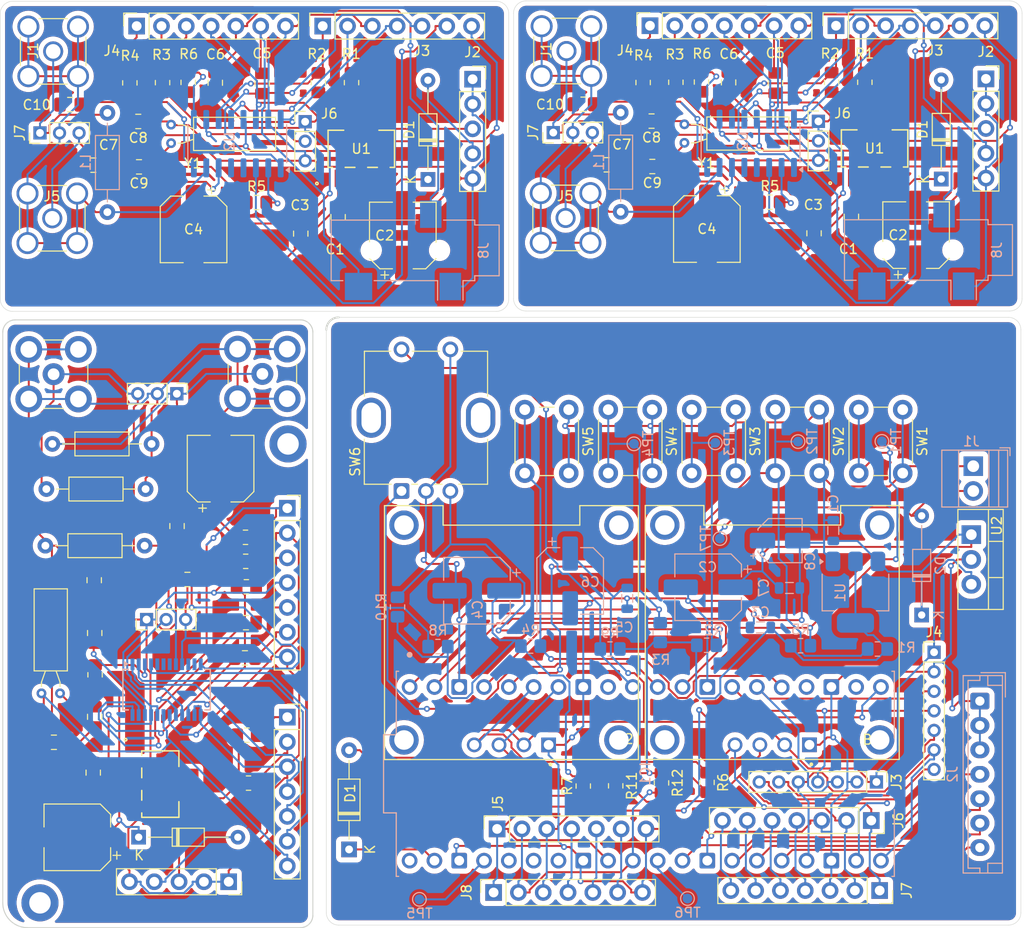
<source format=kicad_pcb>
(kicad_pcb (version 20240108) (generator "pcbnew") (generator_version "8.0")
  (layers (0 "F.Cu" signal) (31 "B.Cu" signal) (34 "B.Paste" user) (35 "F.Paste" user) (36 "B.SilkS" user "B.Silkscreen") (37 "F.SilkS" user "F.Silkscreen") (38 "B.Mask" user) (39 "F.Mask" user) (44 "Edge.Cuts" user))
  (net 0 "")
  (net 1 "Board_0-3V3R2")
  (net 2 "Board_0-9V")
  (net 3 "Board_0-AMI")
  (net 4 "Board_0-DFS")
  (net 5 "Board_0-DOUT")
  (net 6 "Board_0-FMI")
  (net 7 "Board_0-GND")
  (net 8 "Board_0-GPIO2")
  (net 9 "Board_0-LOUT")
  (net 10 "Board_0-Net-(C10-Pad2)")
  (net 11 "Board_0-Net-(C11-Pad1)")
  (net 12 "Board_0-Net-(D1-K)")
  (net 13 "Board_0-Net-(U2-AMI)")
  (net 14 "Board_0-Net-(U2-DBYP)")
  (net 15 "Board_0-Net-(U2-FMI)")
  (net 16 "Board_0-Net-(U2-GPO3{slash}(DCLK))")
  (net 17 "Board_0-Net-(U2-LOUT(DFS))")
  (net 18 "Board_0-Net-(U2-ROUT(DOUT))")
  (net 19 "Board_0-Net-(U2-~{RST})")
  (net 20 "Board_0-RCLK")
  (net 21 "Board_0-ROUT")
  (net 22 "Board_0-RST")
  (net 23 "Board_0-SCL")
  (net 24 "Board_0-SCL1")
  (net 25 "Board_0-SDA")
  (net 26 "Board_0-SDA1")
  (net 27 "Board_0-SEN")
  (net 28 "Board_0-unconnected-(U1-VOUT-Pad2)")
  (net 29 "Board_0-unconnected-(U2-GPO1-Pad5)")
  (net 30 "Board_0-unconnected-(U2-NC-Pad6)")
  (net 31 "Board_0-unconnected-(U2-NC@1-Pad7)")
  (net 32 "Board_0-unconnected-(U2-NC@2-Pad10)")
  (net 33 "Board_0-unconnected-(U2-NC@3-Pad11)")
  (footprint "Diode_THT:D_DO-34_SOD68_P10.16mm_Horizontal" (layer "F.Cu") (at 54.3285 140.2307)
    (property "Reference" "D1" (hide yes))
    (property "Value" "1N5817" (hide yes))
  )
  (footprint "Crystal:Crystal_C38-LF_D3.0mm_L8.0mm_Horizontal" (layer "F.Cu") (at 57.65165 69.16665 90)
    (property "Reference" "Y1")
    (property "Value" "32.768KHz")
  )
  (footprint "Capacitor_SMD:C_0805_2012Metric_Pad1.18x1.45mm_HandSolder" (layer "F.Cu") (at 49.8285 119.3232 90)
    (property "Reference" "C7" (hide yes))
    (property "Value" "104" (hide yes))
  )
  (footprint "Resistor_SMD:R_0805_2012Metric_Pad1.20x1.40mm_HandSolder" (layer "F.Cu") (at 65.4185 129.7807)
    (property "Reference" "R2" (hide yes))
    (property "Value" "10K" (hide yes))
  )
  (footprint "Capacitor_SMD:C_0805_2012Metric_Pad1.18x1.45mm_HandSolder" (layer "F.Cu") (at 102.2475 71.38 180)
    (property "Reference" "C7")
    (property "Value" "1nF")
  )
  (footprint "Resistor_SMD:R_0805_2012Metric_Pad1.20x1.40mm_HandSolder" (layer "F.Cu") (at 107.865 134.67 -90)
    (property "Reference" "R12")
    (property "Value" "4.7k")
  )
  (footprint "Crystal:Crystal_C38-LF_D3.0mm_L8.0mm_Horizontal" (layer "F.Cu") (at 46.2785 125.5007 180)
    (property "Reference" "Y1" (hide yes))
    (property "Value" "32.768KHz" (hide yes))
  )
  (footprint "Connector_PinSocket_2.54mm:PinSocket_1x07_P2.54mm_Vertical" (layer "F.Cu") (at 129.345 138.52 -90)
    (property "Reference" "J6")
    (property "Value" "I2C I2S" (hide yes))
  )
  (footprint "Capacitor_SMD:C_0805_2012Metric_Pad1.18x1.45mm_HandSolder" (layer "F.Cu") (at 106.8475 66.905 180)
    (property "Reference" "C8")
    (property "Value" "22pF")
  )
  (footprint "Connector_PinSocket_2.54mm:PinSocket_1x05_P2.54mm_Vertical" (layer "F.Cu") (at 63.5485 144.7907 -90)
    (property "Reference" "J2" (hide yes))
    (property "Value" "Conn_01x05_Pin" (hide yes))
  )
  (footprint "Capacitor_SMD:C_0805_2012Metric_Pad1.18x1.45mm_HandSolder" (layer "F.Cu") (at 59.321 113.8407 180)
    (property "Reference" "C9" (hide yes))
    (property "Value" "22pF" (hide yes))
  )
  (footprint "Connector_PinSocket_2.54mm:PinSocket_1x05_P2.54mm_Vertical" (layer "F.Cu") (at 141.085 62.58)
    (property "Reference" "J2")
    (property "Value" "VOLTAGE")
  )
  (footprint "Capacitor_SMD:C_0805_2012Metric_Pad1.18x1.45mm_HandSolder" (layer "F.Cu") (at 106.9225 71.555 180)
    (property "Reference" "C9")
    (property "Value" "22pF")
  )
  (footprint "Inductor_THT:L_Axial_L5.3mm_D2.2mm_P10.16mm_Horizontal_Vishay_IM-1" (layer "F.Cu") (at 45.495 99.96)
    (property "Reference" "L1" (hide yes))
    (property "Value" "180-450uH" (hide yes))
  )
  (footprint "Connector_PinSocket_2.54mm:PinSocket_1x07_P2.54mm_Vertical" (layer "F.Cu") (at 91.035 139.38 90)
    (property "Reference" "J5")
    (property "Value" "CON")
  )
  (footprint "DM-OLED096-636:MODULE_DM-OLED096-636" (layer "F.Cu") (at 119.205 119.2675 180)
    (property "Reference" "B1")
    (property "Value" "SSD1306")
  )
  (footprint "Resistor_SMD:R_0805_2012Metric_Pad1.20x1.40mm_HandSolder" (layer "F.Cu") (at 76.12665 62.96665 90)
    (property "Reference" "R1")
    (property "Value" "10K")
  )
  (footprint "MountingHole:MountingHole_2.2mm_M2_DIN965_Pad_TopBottom" (layer "F.Cu") (at 69.625 99.96 -90)
    (property "Reference" "2" (hide yes))
    (property "Value" "MountingHole_2.2mm_M2_DIN965_Pad_TopBottom" (hide yes))
  )
  (footprint "Capacitor_SMD:C_0805_2012Metric_Pad1.18x1.45mm_HandSolder" (layer "F.Cu") (at 65.3185 118.2607 180)
    (property "Reference" "C6" (hide yes))
    (property "Value" "104" (hide yes))
  )
  (footprint "Connector_PinHeader_2.00mm:PinHeader_1x03_P2.00mm_Vertical" (layer "F.Cu") (at 44.22665 68.11665 90)
    (property "Reference" "J7")
    (property "Value" "ANT 32 H")
  )
  (footprint "Connector_PinSocket_2.54mm:PinSocket_1x07_P2.54mm_Vertical" (layer "F.Cu") (at 106.685 57.14 90)
    (property "Reference" "J4")
    (property "Value" "CON")
  )
  (footprint "Capacitor_SMD:CP_Elec_6.3x5.9" (layer "F.Cu") (at 62.7185 102.4907 90)
    (property "Reference" "C4" (hide yes))
    (property "Value" "100uF" (hide yes))
  )
  (footprint "Rotary_Encoder:RotaryEncoder_Bourns_Vertical_PEC12R-3x17F-Sxxxx" (layer "F.Cu") (at 81.245 104.78 90)
    (property "Reference" "SW6")
    (property "Value" "RotaryEncoder_Switch_MP" (hide yes))
  )
  (footprint "Capacitor_SMD:C_0805_2012Metric_Pad1.18x1.45mm_HandSolder" (layer "F.Cu") (at 99.8725 65.18)
    (property "Reference" "C10")
    (property "Value" "470nF")
  )
  (footprint "Connector_PinSocket_2.54mm:PinSocket_1x07_P2.54mm_Vertical" (layer "F.Cu") (at 54.12665 57.17665 90)
    (property "Reference" "J4")
    (property "Value" "CON")
  )
  (footprint "Capacitor_SMD:C_0805_2012Metric_Pad1.18x1.45mm_HandSolder" (layer "F.Cu") (at 47.31415 65.21665)
    (property "Reference" "C10")
    (property "Value" "470nF")
  )
  (footprint "Capacitor_SMD:C_0805_2012Metric_Pad1.18x1.45mm_HandSolder" (layer "F.Cu") (at 49.6785 133.6182 90)
    (property "Reference" "C3" (hide yes))
    (property "Value" "104" (hide yes))
  )
  (footprint "Connector_PinSocket_2.54mm:PinSocket_1x07_P2.54mm_Vertical" (layer "F.Cu") (at 125.735 57.14 90)
    (property "Reference" "J3")
    (property "Value" "I2C I2S")
  )
  (footprint "Button_Switch_THT:SW_PUSH_6mm_H7.3mm" (layer "F.Cu") (at 98.365 96.45 -90)
    (property "Reference" "SW5")
    (property "Value" "SELECT")
  )
  (footprint "Connector_PinHeader_2.00mm:PinHeader_1x03_P2.00mm_Vertical" (layer "F.Cu") (at 71.37665 66.96665)
    (property "Reference" "J6")
    (property "Value" "SEN")
  )
  (footprint "Resistor_SMD:R_0805_2012Metric_Pad1.20x1.40mm_HandSolder" (layer "F.Cu") (at 72.72665 62.96665 90)
    (property "Reference" "R2")
    (property "Value" "10K")
  )
  (footprint "Capacitor_SMD:C_0805_2012Metric_Pad1.18x1.45mm_HandSolder" (layer "F.Cu") (at 58.2585 108.3707 90)
    (property "Reference" "C8" (hide yes))
    (property "Value" "22pF" (hide yes))
  )
  (footprint "Connector_PinHeader_2.00mm:PinHeader_1x03_P2.00mm_Vertical" (layer "F.Cu") (at 58.2385 94.8207 -90)
    (property "Reference" "J6" (hide yes))
    (property "Value" "35 ANT" (hide yes))
  )
  (footprint "Capacitor_SMD:C_0805_2012Metric_Pad1.18x1.45mm_HandSolder" (layer "F.Cu") (at 74.75165 76.72915 90)
    (property "Reference" "C1")
    (property "Value" "104")
  )
  (footprint "Resistor_SMD:R_0805_2012Metric_Pad1.20x1.40mm_HandSolder" (layer "F.Cu") (at 109.335 62.93 90)
    (property "Reference" "R3")
    (property "Value" "10K")
  )
  (footprint "Resistor_SMD:R_0805_2012Metric_Pad1.20x1.40mm_HandSolder" (layer "F.Cu") (at 112.525 134.62 -90)
    (property "Reference" "R6")
    (property "Value" "4.7k")
  )
  (footprint "Connector_Coaxial:SMB_Jack_Vertical" (layer "F.Cu") (at 66.9985 92.7907 -90)
    (property "Reference" "J1" (hide yes))
    (property "Value" "FMI" (hide yes))
  )
  (footprint "Button_Switch_THT:SW_PUSH_6mm_H7.3mm" (layer "F.Cu") (at 132.565 96.45 -90)
    (property "Reference" "SW1")
    (property "Value" "RIGHT")
  )
  (footprint "Connector_PinSocket_2.54mm:PinSocket_1x07_P2.54mm_Vertical" (layer "F.Cu") (at 90.675 145.89 90)
    (property "Reference" "J8")
    (property "Value" "CON")
  )
  (footprint "Capacitor_SMD:C_0805_2012Metric_Pad1.18x1.45mm_HandSolder" (layer "F.Cu") (at 66.97665 63.05415 -90)
    (property "Reference" "C5")
    (property "Value" "22pF")
  )
  (footprint "Resistor_SMD:R_0805_2012Metric_Pad1.20x1.40mm_HandSolder" (layer "F.Cu") (at 65.2885 111.9807)
    (property "Reference" "R3" (hide yes))
    (property "Value" "10K" (hide yes))
  )
  (footprint "Resistor_SMD:R_0805_2012Metric_Pad1.20x1.40mm_HandSolder" (layer "F.Cu") (at 105.985 62.955 90)
    (property "Reference" "R4")
    (property "Value" "10K")
  )
  (footprint "Resistor_SMD:R_0805_2012Metric_Pad1.20x1.40mm_HandSolder" (layer "F.Cu") (at 111.96 62.905 90)
    (property "Reference" "R6")
    (property "Value" "10K")
  )
  (footprint "AP2114H3_3TRG1:SOT-223_DIO" (layer "F.Cu") (at 77.12665 69.74165)
    (property "Reference" "U1")
    (property "Value" "AP2114H-3.3TRG1" (hide yes))
  )
  (footprint "Capacitor_SMD:C_0805_2012Metric_Pad1.18x1.45mm_HandSolder" (layer "F.Cu") (at 62.17665 62.97915 90)
    (property "Reference" "C6")
    (property "Value" "22pF")
  )
  (footprint "Resistor_SMD:R_0805_2012Metric_Pad1.20x1.40mm_HandSolder" (layer "F.Cu") (at 118.96 75.205)
    (property "Reference" "R5")
    (property "Value" "2.2K")
  )
  (footprint "Connector_Coaxial:SMA_Amphenol_901-144_Vertical" (layer "F.Cu") (at 45.48665 76.85665)
    (property "Reference" "J5")
    (property "Value" "AMI")
  )
  (footprint "Diode_THT:D_DO-35_SOD27_P10.16mm_Horizontal" (layer "F.Cu") (at 75.875 141.48 90)
    (property "Reference" "D1")
    (property "Value" "1N5817")
  )
  (footprint "Diode_THT:D_DO-34_SOD68_P10.16mm_Horizontal" (layer "F.Cu") (at 83.95165 72.87665 90)
    (property "Reference" "D1")
    (property "Value" "1N5817")
  )
  (footprint "Capacitor_SMD:C_0805_2012Metric_Pad1.18x1.45mm_HandSolder" (layer "F.Cu") (at 49.8285 127.9032 -90)
    (property "Reference" "C11" (hide yes))
    (property "Value" "22pF" (hide yes))
  )
  (footprint "Resistor_SMD:R_0805_2012Metric_Pad1.20x1.40mm_HandSolder" (layer "F.Cu") (at 56.77665 62.96665 90)
    (property "Reference" "R3")
    (property "Value" "10K")
  )
  (footprint "Button_Switch_THT:SW_PUSH_6mm_H7.3mm" (layer "F.Cu") (at 124.015 96.45 -90)
    (property "Reference" "SW2")
    (property "Value" "UP")
  )
  (footprint "Connector_Coaxial:SMB_Jack_Vertical" (layer "F.Cu") (at 45.6185 92.8207 90)
    (property "Reference" "J5" (hide yes))
    (property "Value" "AMI" (hide yes))
  )
  (footprint "Connector_Coaxial:SMA_Amphenol_901-144_Vertical" (layer "F.Cu") (at 98.045 76.82)
    (property "Reference" "J5")
    (property "Value" "AMI")
  )
  (footprint "Connector_PinHeader_2.00mm:PinHeader_1x03_P2.00mm_Vertical" (layer "F.Cu") (at 96.785 68.08 90)
    (property "Reference" "J7")
    (property "Value" "ANT 32 H")
  )
  (footprint "Connector_PinHeader_2.00mm:PinHeader_1x07_P2.00mm_Vertical" (layer "F.Cu") (at 129.8746 134.5742 -90)
    (property "Reference" "J3")
    (property "Value" "SPI_D")
  )
  (footprint "Connector_Coaxial:SMA_Amphenol_901-144_Vertical" (layer "F.Cu") (at 45.57665 59.76665 90)
    (property "Reference" "J1")
    (property "Value" "FMI")
  )
  (footprint "Connector_PinSocket_2.54mm:PinSocket_1x07_P2.54mm_Vertical" (layer "F.Cu") (at 130.205 145.69 -90)
    (property "Reference" "J7")
    (property "Value" "I2C I2S")
  )
  (footprint "Resistor_SMD:R_0805_2012Metric_Pad1.20x1.40mm_HandSolder" (layer "F.Cu") (at 125.285 62.93 90)
    (property "Reference" "R2")
    (property "Value" "10K")
  )
  (footprint "Connector_PinSocket_2.54mm:PinSocket_1x07_P2.54mm_Vertical" (layer "F.Cu") (at 69.5485 106.5441)
    (property "Reference" "J4" (hide yes))
    (property "Value" "SPI_D" (hide yes))
  )
  (footprint "Capacitor_SMD:C_0805_2012Metric_Pad1.18x1.45mm_HandSolder" (layer "F.Cu") (at 119.535 63.0175 -90)
    (property "Reference" "C5")
    (property "Value" "22pF")
  )
  (footprint "Connector_Coaxial:SMA_Amphenol_901-144_Vertical" (layer "F.Cu") (at 98.135 59.73 90)
    (property "Reference" "J1")
    (property "Value" "FMI")
  )
  (footprint "Resistor_SMD:R_0805_2012Metric_Pad1.20x1.40mm_HandSolder" (layer "F.Cu") (at 65.2685 109.5207)
    (property "Reference" "R4" (hide yes))
    (property "Value" "10K" (hide yes))
  )
  (footprint "Capacitor_SMD:CP_Elec_6.3x5.9" (layer "F.Cu") (at 112.51 77.955 -90)
    (property "Reference" "C4")
    (property "Value" "100uF")
  )
  (footprint "Capacitor_SMD:C_0805_2012Metric_Pad1.18x1.45mm_HandSolder" (layer "F.Cu") (at 54.28915 66.94165 180)
    (property "Reference" "C8")
    (property "Value" "22pF")
  )
  (footprint "MountingHole:MountingHole_2.2mm_M2_DIN965_Pad_TopBottom" (layer "F.Cu") (at 44.225 146.95 -90)
    (property "Reference" "1" (hide yes))
    (property "Value" "MountingHole_2.2mm_M2_DIN965_Pad_TopBottom" (hide yes))
  )
  (footprint "Resistor_SMD:R_0805_2012Metric_Pad1.20x1.40mm_HandSolder" (layer "F.Cu") (at 59.40165 62.94165 90)
    (property "Reference" "R6")
    (property "Value" "10K")
  )
  (footprint "Connector_PinSocket_2.54mm:PinSocket_1x07_P2.54mm_Vertical" (layer "F.Cu") (at 69.5485 127.9363)
    (property "Reference" "J3" (hide yes))
    (property "Value" "SPI_D" (hide yes))
  )
  (footprint "Capacitor_SMD:CP_Elec_6.3x5.9" (layer "F.Cu") (at 133.935 78.58 90)
    (property "Reference" "C2")
    (property "Value" "100uF")
  )
  (footprint "Capacitor_SMD:CP_Elec_6.3x5.9" (layer "F.Cu") (at 59.95165 77.99165 -90)
    (property "Reference" "C4")
    (property "Value" "100uF")
  )
  (footprint "Package_TO_SOT_THT:TO-220-3_Vertical" (layer "F.Cu") (at 139.585 109.2504 -90)
    (property "Reference" "U2")
    (property "Value" "LM7805_TO220")
  )
  (footprint "Resistor_SMD:R_0805_2012Metric_Pad1.20x1.40mm_HandSolder" (layer "F.Cu") (at 99.855 134.99 90)
    (property "Reference" "R7")
    (property "Value" "4.7k")
  )
  (footprint "Capacitor_SMD:C_0805_2012Metric_Pad1.18x1.45mm_HandSolder" (layer "F.Cu") (at 123.485 78.3925 -90)
    (property "Reference" "C3")
    (property "Value" "104")
  )
  (footprint "Capacitor_SMD:CP_Elec_6.3x5.9" (layer "F.Cu") (at 48.0485 140.2407 180)
    (property "Reference" "C2" (hide yes))
    (property "Value" "100uF" (hide yes))
  )
  (footprint "Crystal:Crystal_C38-LF_D3.0mm_L8.0mm_Horizontal" (layer "F.Cu") (at 110.21 69.13 90)
    (property "Reference" "Y1")
    (property "Value" "32.768KHz")
  )
  (footprint "Capacitor_SMD:C_0805_2012Metric_Pad1.18x1.45mm_HandSolder" (layer "F.Cu") (at 65.211 121.8707 180)
    (property "Reference" "C5" (hide yes))
    (property "Value" "104" (hide yes))
  )
  (footprint "Capacitor_SMD:C_0805_2012Metric_Pad1.18x1.45mm_HandSolder" (layer "F.Cu") (at 114.735 62.9425 90)
    (property "Reference" "C6")
    (property "Value" "22pF")
  )
  (footprint "Connector_PinSocket_2.54mm:PinSocket_1x05_P2.54mm_Vertical" (layer "F.Cu") (at 88.52665 62.61665)
    (property "Reference" "J2")
    (property "Value" "VOLTAGE")
  )
  (footprint "Resistor_SMD:R_0805_2012Metric_Pad1.20x1.40mm_HandSolder" (layer "F.Cu") (at 66.40165 75.24165)
    (property "Reference" "R5")
    (property "Value" "2.2K")
  )
  (footprint "Diode_THT:D_DO-34_SOD68_P10.16mm_Horizontal" (layer "F.Cu") (at 136.51 72.84 90)
    (property "Reference" "D1")
    (property "Value" "1N5817")
  )
  (footprint "Connector_PinHeader_2.00mm:PinHeader_1x07_P2.00mm_Vertical" (layer "F.Cu") (at 135.775 121.29)
    (property "Reference" "J4")
    (property "Value" "SPI_D")
  )
  (footprint "Resistor_SMD:R_0805_2012Metric_Pad1.20x1.40mm_HandSolder" (layer "F.Cu") (at 103.175 134.97 -90)
    (property "Reference" "R11")
    (property "Value" "4.7k")
  )
  (footprint "Button_Switch_THT:SW_PUSH_6mm_H7.3mm" (layer "F.Cu") (at 106.915 96.45 -90)
    (property "Reference" "SW4")
    (property "Value" "LEFT")
  )
  (footprint "Resistor_SMD:R_0805_2012Metric_Pad1.20x1.40mm_HandSolder" (layer "F.Cu") (at 53.42665 62.99165 90)
    (property "Reference" "R4")
    (property "Value" "10K")
  )
  (footprint "Capacitor_SMD:C_0805_2012Metric_Pad1.18x1.45mm_HandSolder" (layer "F.Cu") (at 49.68915 71.41665 180)
    (property "Reference" "C7")
    (property "Value" "1nF")
  )
  (footprint "Capacitor_SMD:C_0805_2012Metric_Pad1.18x1.45mm_HandSolder" (layer "F.Cu") (at 127.31 76.6925 90)
    (property "Reference" "C1")
    (property "Value" "104")
  )
  (footprint "Button_Switch_THT:SW_PUSH_6mm_H7.3mm" (layer "F.Cu") (at 115.465 96.45 -90)
    (property "Reference" "SW3")
    (property "Value" "DOWN")
  )
  (footprint "Connector_PinSocket_2.54mm:PinSocket_1x07_P2.54mm_Vertical" (layer "F.Cu") (at 73.17665 57.17665 90)
    (property "Reference" "J3")
    (property "Value" "I2C I2S")
  )
  (footprint "Resistor_SMD:R_0805_2012Metric_Pad1.20x1.40mm_HandSolder" (layer "F.Cu") (at 128.685 62.93 90)
    (property "Reference" "R1")
    (property "Value" "10K")
  )
  (footprint "Inductor_THT:L_Axial_L5.3mm_D2.2mm_P10.16mm_Horizontal_Vishay_IM-1" (layer "F.Cu") (at 54.9385 110.3807 180)
    (property "Reference" "L2" (hide yes))
    (property "Value" "180-450uH" (hide yes))
  )
  (footprint "AP2114H3_3TRG1:SOT-223_DIO" (layer "F.Cu") (at 56.5485 134.7907 -90)
    (property "Reference" "U1" (hide yes))
    (property "Value" "AP2114H-3.3TRG1" (hide yes))
  )
  (footprint "Capacitor_SMD:C_0805_2012Metric_Pad1.18x1.45mm_HandSolder" (layer "F.Cu") (at 70.92665 78.42915 -90)
    (property "Reference" "C3")
    (property "Value" "104")
  )
  (footprint "Connector_PinHeader_2.00mm:PinHeader_1x03_P2.00mm_Vertical" (layer "F.Cu") (at 123.935 66.93)
    (property "Reference" "J6")
    (property "Value" "SEN")
  )
  (footprint "DM-OLED096-636:MODULE_DM-OLED096-636" (layer "F.Cu") (at 92.5 119.276 180)
    (property "Reference" "B2")
    (property "Value" "SSD1306")
  )
  (footprint "Resistor_SMD:R_0805_2012Metric_Pad1.20x1.40mm_HandSolder" (layer "F.Cu") (at 49.8685 123.6007 -90)
    (property "Reference" "R5" (hide yes))
    (property "Value" "2.2K" (hide yes))
  )
  (footprint "Capacitor_SMD:C_0805_2012Metric_Pad1.18x1.45mm_HandSolder" (layer "F.Cu") (at 54.36415 71.59165 180)
    (property "Reference" "C9")
    (property "Value" "22pF")
  )
  (footprint "AP2114H3_3TRG1:SOT-223_DIO" (layer "F.Cu") (at 129.685 69.705)
    (property "Reference" "U1")
    (property "Value" "AP2114H-3.3TRG1" (hide yes))
  )
  (footprint "Capacitor_SMD:CP_Elec_6.3x5.9" (layer "F.Cu") (at 81.37665 78.61665 90)
    (property "Reference" "C2")
    (property "Value" "100uF")
  )
  (footprint "Inductor_THT:L_Axial_L5.3mm_D2.2mm_P10.16mm_Horizontal_Vishay_IM-1" (layer "F.Cu") (at 44.8785 104.5807)
    (property "Reference" "L3" (hide yes))
    (property "Value" "180-450uH" (hide yes))
  )
  (footprint "Resistor_SMD:R_0805_2012Metric_Pad1.20x1.40mm_HandSolder" (layer "F.Cu") (at 65.5785 134.6907)
    (property "Reference" "R1" (hide yes))
    (property "Value" "10K" (hide yes))
  )
  (footprint "Capacitor_SMD:C_0805_2012Metric_Pad1.18x1.45mm_HandSolder" (layer "F.Cu") (at 49.7785 113.9132 90)
    (property "Reference" "C1" (hide yes))
    (property "Value" "104" (hide yes))
  )
  (footprint "Resistor_SMD:R_0805_2012Metric_Pad1.20x1.40mm_HandSolder" (layer "F.Cu") (at 65.3585 114.5907 180)
    (property "Reference" "R7" (hide yes))
    (property "Value" "10K" (hide yes))
  )
  (footprint "Capacitor_SMD:C_0805_2012Metric_Pad1.18x1.45mm_HandSolder" (layer "F.Cu") (at 45.651 130.5107)
    (property "Reference" "C10" (hide yes))
    (property "Value" "22pF" (hide yes))
  )
  (footprint "Connector_PinHeader_2.00mm:PinHeader_1x03_P2.00mm_Vertical" (layer "F.Cu") (at 55.1385 117.9407 90)
    (property "Reference" "J7" (hide yes))
    (property "Value" "SEN" (hide yes))
  )
  (footprint "Inductor_THT:L_Axial_L5.3mm_D2.2mm_P10.16mm_Horizontal_Vishay_IM-1" (layer "B.Cu") (at 51.12665 66.06665 -90)
    (property "Reference" "L1")
    (property "Value" "180-450uH")
  )
  (footprint "Package_SO:SOIC-16_3.9x9.9mm_P1.27mm" (layer "B.Cu") (at 64.42665 69.21665 90)
    (property "Reference" "U2")
    (property "Value" "SI4732-A10-GS")
  )
  (footprint "Resistor_SMD:R_0805_2012Metric_Pad1.20x1.40mm_HandSolder" (layer "B.Cu") (at 84.975 120.71 180)
    (property "Reference" "R8")
    (property "Value" "10K")
  )
  (footprint "Capacitor_SMD:CP_Elec_6.3x5.9" (layer "B.Cu") (at 112.6416 114.6352 180)
    (property "Reference" "C2")
    (property "Value" "100uF")
  )
  (footprint "Package_TO_SOT_SMD:SOT-223-3_TabPin2" (layer "B.Cu") (at 127.725 115.14 -90)
    (property "Reference" "U1")
    (property "Value" "NCP1117-3.3_SOT223")
  )
  (footprint "Connector_Audio:Jack_3.5mm_CUI_SJ-3523-SMT_Horizontal" (layer "B.Cu") (at 135.2 80.105 90)
    (property "Reference" "J8")
    (property "Value" "AudioJack3")
  )
  (footprint "TestPoint:TestPoint_Pad_D1.0mm" (layer "B.Cu") (at 83.075 146.59)
    (property "Reference" "TP5")
    (property "Value" "3V3EN")
  )
  (footprint "SC0918:MODULE_SC0918" (layer "B.Cu") (at 106.205 133.74 -90)
    (property "Reference" "IC1")
    (property "Value" "SC0918")
  )
  (footprint "TestPoint:TestPoint_Pad_D1.0mm" (layer "B.Cu") (at 130.435 99.7 90)
    (property "Reference" "TP1")
    (property "Value" "SW1")
  )
  (footprint "Resistor_SMD:R_0805_2012Metric_Pad1.20x1.40mm_HandSolder" (layer "B.Cu") (at 122.105 120.62 180)
    (property "Reference" "R5")
    (property "Value" "10K")
  )
  (footprint "Resistor_SMD:R_0805_2012Metric_Pad1.20x1.40mm_HandSolder" (layer "B.Cu") (at 107.735 119.28 -90)
    (property "Reference" "R3")
    (property "Value" "10K")
  )
  (footprint "Resistor_SMD:R_0805_2012Metric_Pad1.20x1.40mm_HandSolder" (layer "B.Cu") (at 80.835 116.66 -90)
    (property "Reference" "R10")
    (property "Value" "10K")
  )
  (footprint "Capacitor_SMD:CP_Elec_6.3x5.9" (layer "B.Cu") (at 98.515 113.99 -90)
    (property "Reference" "C6")
    (property "Value" "100uF")
  )
  (footprint "Resistor_SMD:R_0805_2012Metric_Pad1.20x1.40mm_HandSolder" (layer "B.Cu") (at 102.595 120.96 180)
    (property "Reference" "R9")
    (property "Value" "10K")
  )
  (footprint "TestPoint:TestPoint_Pad_D1.0mm" (layer "B.Cu") (at 110.525 146.51)
    (property "Reference" "TP6")
    (property "Value" "RUN")
  )
  (footprint "Diode_THT:D_DO-34_SOD68_P10.16mm_Horizontal" (layer "B.Cu") (at 134.505 117.48 90)
    (property "Reference" "D2")
    (property "Value" "1N5817")
  )
  (footprint "Inductor_SMD:L_0805_2012Metric" (layer "B.Cu") (at 104.3552 115.7739 -90)
    (property "Reference" "C5")
    (property "Value" "104")
  )
  (footprint "Package_SO:SOIC-16_3.9x9.9mm_P1.27mm" (layer "B.Cu") (at 116.985 69.18 90)
    (property "Reference" "U2")
    (property "Value" "SI4732-A10-GS")
  )
  (footprint "Connector_Audio:Jack_3.5mm_CUI_SJ-3523-SMT_Horizontal" (layer "B.Cu") (at 82.64165 80.14165 90)
    (property "Reference" "J8")
    (property "Value" "AudioJack3")
  )
  (footprint "Inductor_SMD:L_0805_2012Metric" (layer "B.Cu") (at 117.995 118.75 180)
    (property "Reference" "C3")
    (property "Value" "104")
  )
  (footprint "Inductor_SMD:L_0805_2012Metric" (layer "B.Cu") (at 125.455 108.83 90)
    (property "Reference" "C1")
    (property "Value" "104")
  )
  (footprint "Resistor_SMD:R_0805_2012Metric_Pad1.20x1.40mm_HandSolder" (layer "B.Cu") (at 94.465 120.66 180)
    (property "Reference" "R4")
    (property "Value" "10K")
  )
  (footprint "Resistor_SMD:R_0805_2012Metric_Pad1.20x1.40mm_HandSolder" (layer "B.Cu") (at 112.485 120.58 180)
    (property "Reference" "R2")
    (property "Value" "10K")
  )
  (footprint "Inductor_SMD:L_0805_2012Metric" (layer "B.Cu") (at 120.9668 114.7114)
    (property "Reference" "C7")
    (property "Value" "104")
  )
  (footprint "Resistor_SMD:R_0805_2012Metric_Pad1.20x1.40mm_HandSolder" (layer "B.Cu") (at 129.975 120.96)
    (property "Reference" "R1")
    (property "Value" "10K")
  )
  (footprint "Inductor_THT:L_Axial_L5.3mm_D2.2mm_P10.16mm_Horizontal_Vishay_IM-1" (layer "B.Cu") (at 103.685 66.03 -90)
    (property "Reference" "L1")
    (property "Value" "180-450uH")
  )
  (footprint "TestPoint:TestPoint_Pad_D1.0mm" (layer "B.Cu") (at 121.845 99.72 90)
    (property "Reference" "TP2")
    (property "Value" "SW2")
  )
  (footprint "Package_SO:SSOP-24_3.9x8.7mm_P0.635mm" (layer "B.Cu") (at 57.191 125.1207 -90)
    (property "Reference" "U2" (hide yes))
    (property "Value" "RECEVIER-SI4735-D60-GU_SSOP24_" (hide yes))
    (property "VALUE" "SI4735-D60-GU-SSOP24" (hide yes))
  )
  (footprint "Capacitor_SMD:CP_Elec_4x5.7" (layer "B.Cu") (at 120.005 109.86)
    (property "Reference" "C8")
    (property "Value" "100uF")
  )
  (footprint "TestPoint:TestPoint_Pad_D1.0mm" (layer "B.Cu") (at 105.045 99.95 90)
    (property "Reference" "TP4")
    (property "Value" "SW4")
  )
  (footprint "TerminalBlock:TerminalBlock_Xinya_XY308-2.54-2P_1x02_P2.54mm_Horizontal" (layer "B.Cu") (at 139.7882 102.24 -90)
    (property "Reference" "J1")
    (property "Value" "9V")
  )
  (footprint "TestPoint:TestPoint_Pad_D1.0mm" (layer "B.Cu") (at 113.375 99.85 90)
    (property "Reference" "TP3")
    (property "Value" "SW3")
  )
  (footprint "Capacitor_SMD:CP_Elec_6.3x5.9" (layer "B.Cu") (at 88.9688 114.9908 180)
    (property "Reference" "C4")
    (property "Value" "100uF")
  )
  (footprint "Connector_JST:JST_EH_B7B-EH-A_1x07_P2.50mm_Vertical" (layer "B.Cu") (at 140.465 126.29 -90)
    (property "Reference" "J2")
    (property "Value" "GP0")
  )
  (footprint "TestPoint:TestPoint_Pad_D1.0mm" (layer "B.Cu") (at 113.845 109.65 -90)
    (property "Reference" "TP7")
    (property "Value" "9V")
  )
  (gr_line (start 40.57311 147.832155) (end 40.531487 147.710382) (stroke (width 0.1)) (layer "Edge.Cuts"))
  (gr_line (start 41.611432 149.105556) (end 41.503979 149.034739) (stroke (width 0.1)) (layer "Edge.Cuts"))
  (gr_line (start 40.496085 147.586657) (end 40.466994 147.461298) (stroke (width 0.1)) (layer "Edge.Cuts"))
  (gr_line (start 72.085946 88.088922) (end 72.106757 88.149808) (stroke (width 0.1)) (layer "Edge.Cuts"))
  (gr_line (start 40.517924 88.029168) (end 40.544789 87.970699) (stroke (width 0.1)) (layer "Edge.Cuts"))
  (gr_line (start 41.068667 87.419579) (end 41.1257 87.389788) (stroke (width 0.1)) (layer "Edge.Cuts"))
  (gr_line (start 71.15065 87.285996) (end 71.213329 87.300542) (stroke (width 0.1)) (layer "Edge.Cuts"))
  (gr_line (start 40.870261 148.401021) (end 40.799444 148.293568) (stroke (width 0.1)) (layer "Edge.Cuts"))
  (gr_line (start 70.959325 87.26163) (end 71.023484 87.266515) (stroke (width 0.1)) (layer "Edge.Cuts"))
  (gr_line (start 71.275192 149.431756) (end 71.213329 149.449457) (stroke (width 0.1)) (layer "Edge.Cuts"))
  (gr_line (start 40.907626 87.525714) (end 40.95949 87.48763) (stroke (width 0.1)) (layer "Edge.Cuts"))
  (gr_line (start 71.566785 149.297778) (end 71.511334 149.33042) (stroke (width 0.1)) (layer "Edge.Cuts"))
  (gr_line (start 40.73416 148.182666) (end 40.674577 148.068601) (stroke (width 0.1)) (layer "Edge.Cuts"))
  (gr_line (start 72.062077 148.720831) (end 72.035212 148.7793) (stroke (width 0.1)) (layer "Edge.Cuts"))
  (gr_line (start 72.124458 148.538328) (end 72.106757 148.600191) (stroke (width 0.1)) (layer "Edge.Cuts"))
  (gr_line (start 41.304809 87.318243) (end 41.366672 87.300542) (stroke (width 0.1)) (layer "Edge.Cuts"))
  (gr_line (start 72.150355 88.337686) (end 72.158485 88.401516) (stroke (width 0.1)) (layer "Edge.Cuts"))
  (gr_line (start 71.336078 87.339054) (end 71.395832 87.362923) (stroke (width 0.1)) (layer "Edge.Cuts"))
  (gr_line (start 40.440997 88.27435) (end 40.455543 88.211671) (stroke (width 0.1)) (layer "Edge.Cuts"))
  (gr_line (start 40.531487 147.710382) (end 40.496085 147.586657) (stroke (width 0.1)) (layer "Edge.Cuts"))
  (gr_line (start 72.165 148.22) (end 72.16337 148.284324) (stroke (width 0.1)) (layer "Edge.Cuts"))
  (gr_line (start 40.721378 87.702756) (end 40.764514 87.655012) (stroke (width 0.1)) (layer "Edge.Cuts"))
  (gr_line (start 41.243923 87.339054) (end 41.304809 87.318243) (stroke (width 0.1)) (layer "Edge.Cuts"))
  (gr_line (start 40.810013 87.609513) (end 40.857757 87.566377) (stroke (width 0.1)) (layer "Edge.Cuts"))
  (gr_arc (start 74.815 149.23) (mid 73.916974 148.858026) (end 73.545 147.96) (stroke (width 0.05)) (layer "Edge.Cuts"))
  (gr_line (start 72.124458 88.211671) (end 72.139004 88.27435) (stroke (width 0.1)) (layer "Edge.Cuts"))
  (gr_line (start 72.106757 88.149808) (end 72.124458 88.211671) (stroke (width 0.1)) (layer "Edge.Cuts"))
  (gr_line (start 71.213329 87.300542) (end 71.275192 87.318243) (stroke (width 0.1)) (layer "Edge.Cuts"))
  (gr_line (start 72.062077 88.029168) (end 72.085946 88.088922) (stroke (width 0.1)) (layer "Edge.Cuts"))
  (gr_line (start 41.300514 148.877245) (end 41.205025 148.790973) (stroke (width 0.1)) (layer "Edge.Cuts"))
  (gr_line (start 42.443702 149.438006) (end 42.318343 149.408915) (stroke (width 0.1)) (layer "Edge.Cuts"))
  (gr_line (start 42.826352 149.486739) (end 42.698033 149.476968) (stroke (width 0.1)) (layer "Edge.Cuts"))
  (gr_line (start 40.680715 87.752625) (end 40.721378 87.702756) (stroke (width 0.1)) (layer "Edge.Cuts"))
  (gr_line (start 71.858623 87.702756) (end 71.899286 87.752625) (stroke (width 0.1)) (layer "Edge.Cuts"))
  (gr_line (start 40.15665 55.90665) (end 40.15665 85.11665) (stroke (width 0.05)) (layer "Edge.Cuts"))
  (gr_line (start 42.072845 149.33189) (end 41.953337 149.284152) (stroke (width 0.1)) (layer "Edge.Cuts"))
  (gr_line (start 70.895 149.49) (end 42.955 149.49) (stroke (width 0.1)) (layer "Edge.Cuts"))
  (gr_line (start 72.005421 87.913666) (end 72.035212 87.970699) (stroke (width 0.1)) (layer "Edge.Cuts"))
  (gr_line (start 93.985 54.6) (end 143.515 54.6) (stroke (width 0.05)) (layer "Edge.Cuts"))
  (gr_arc (start 144.785 85.08) (mid 144.413026 85.978026) (end 143.515 86.35) (stroke (width 0.05)) (layer "Edge.Cuts"))
  (gr_line (start 41.1257 87.389788) (end 41.184169 87.362923) (stroke (width 0.1)) (layer "Edge.Cuts"))
  (gr_line (start 143.395 149.23) (end 74.815 149.23) (stroke (width 0.05)) (layer "Edge.Cuts"))
  (gr_line (start 40.674577 148.068601) (end 40.620848 147.951663) (stroke (width 0.1)) (layer "Edge.Cuts"))
  (gr_line (start 42.318343 149.408915) (end 42.194618 149.373513) (stroke (width 0.1)) (layer "Edge.Cuts"))
  (gr_arc (start 143.395 87) (mid 144.293026 87.371974) (end 144.665 88.27) (stroke (width 0.05)) (layer "Edge.Cuts"))
  (gr_line (start 40.799444 148.293568) (end 40.73416 148.182666) (stroke (width 0.1)) (layer "Edge.Cuts"))
  (gr_line (start 41.42665 86.38665) (end 90.95665 86.38665) (stroke (width 0.05)) (layer "Edge.Cuts"))
  (gr_arc (start 92.22665 85.11665) (mid 91.854676 86.014676) (end 90.95665 86.38665) (stroke (width 0.05)) (layer "Edge.Cuts"))
  (gr_arc (start 40.15665 55.90665) (mid 40.528624 55.008624) (end 41.42665 54.63665) (stroke (width 0.05)) (layer "Edge.Cuts"))
  (gr_line (start 71.395832 87.362923) (end 71.454301 87.389788) (stroke (width 0.1)) (layer "Edge.Cuts"))
  (gr_arc (start 93.985 86.35) (mid 93.086974 85.978026) (end 92.715 85.08) (stroke (width 0.05)) (layer "Edge.Cuts"))
  (gr_line (start 41.027755 148.604486) (end 40.94643 148.504749) (stroke (width 0.1)) (layer "Edge.Cuts"))
  (gr_line (start 41.114027 148.699975) (end 41.027755 148.604486) (stroke (width 0.1)) (layer "Edge.Cuts"))
  (gr_line (start 71.087314 87.274645) (end 71.15065 87.285996) (stroke (width 0.1)) (layer "Edge.Cuts"))
  (gr_line (start 70.895 87.26) (end 70.959325 87.26163) (stroke (width 0.1)) (layer "Edge.Cuts"))
  (gr_line (start 71.815487 87.655012) (end 71.858623 87.702756) (stroke (width 0.1)) (layer "Edge.Cuts"))
  (gr_line (start 41.492687 87.274645) (end 41.556517 87.266515) (stroke (width 0.1)) (layer "Edge.Cuts"))
  (gr_line (start 41.013216 87.452221) (end 41.068667 87.419579) (stroke (width 0.1)) (layer "Edge.Cuts"))
  (gr_line (start 40.428032 147.206967) (end 40.418261 147.078648) (stroke (width 0.1)) (layer "Edge.Cuts"))
  (gr_line (start 71.454301 87.389788) (end 71.511334 87.419579) (stroke (width 0.1)) (layer "Edge.Cuts"))
  (gr_line (start 71.972779 87.858215) (end 72.005421 87.913666) (stroke (width 0.1)) (layer "Edge.Cuts"))
  (gr_line (start 42.194618 149.373513) (end 42.072845 149.33189) (stroke (width 0.1)) (layer "Edge.Cuts"))
  (gr_line (start 71.15065 149.464003) (end 71.087314 149.475354) (stroke (width 0.1)) (layer "Edge.Cuts"))
  (gr_line (start 74.815 87) (end 143.395 87) (stroke (width 0.05)) (layer "Edge.Cuts"))
  (gr_line (start 92.22665 85.11665) (end 92.22665 55.90665) (stroke (width 0.05)) (layer "Edge.Cuts"))
  (gr_line (start 71.454301 149.360211) (end 71.395832 149.387076) (stroke (width 0.1)) (layer "Edge.Cuts"))
  (gr_line (start 42.698033 149.476968) (end 42.570374 149.460709) (stroke (width 0.1)) (layer "Edge.Cuts"))
  (gr_line (start 41.42665 54.63665) (end 90.95665 54.63665) (stroke (width 0.05)) (layer "Edge.Cuts"))
  (gr_line (start 71.511334 149.33042) (end 71.454301 149.360211) (stroke (width 0.1)) (layer "Edge.Cuts"))
  (gr_line (start 42.570374 149.460709) (end 42.443702 149.438006) (stroke (width 0.1)) (layer "Edge.Cuts"))
  (gr_line (start 72.158485 88.401516) (end 72.16337 88.465675) (stroke (width 0.1)) (layer "Edge.Cuts"))
  (gr_arc (start 73.545 88.27) (mid 73.916974 87.371974) (end 74.815 87) (stroke (width 0.2)) (layer "Edge.Cuts"))
  (gr_line (start 40.416631 88.465675) (end 40.421516 88.401516) (stroke (width 0.1)) (layer "Edge.Cuts"))
  (gr_line (start 71.93737 148.94551) (end 71.899286 148.997374) (stroke (width 0.1)) (layer "Edge.Cuts"))
  (gr_line (start 72.139004 148.475649) (end 72.124458 148.538328) (stroke (width 0.1)) (layer "Edge.Cuts"))
  (gr_line (start 71.769988 87.609513) (end 71.815487 87.655012) (stroke (width 0.1)) (layer "Edge.Cuts"))
  (gr_line (start 71.722244 87.566377) (end 71.769988 87.609513) (stroke (width 0.1)) (layer "Edge.Cuts"))
  (gr_line (start 41.722334 149.17084) (end 41.611432 149.105556) (stroke (width 0.1)) (layer "Edge.Cuts"))
  (gr_line (start 41.429351 87.285996) (end 41.492687 87.274645) (stroke (width 0.1)) (layer "Edge.Cuts"))
  (gr_line (start 71.023484 149.483484) (end 70.959325 149.488369) (stroke (width 0.1)) (layer "Edge.Cuts"))
  (gr_line (start 40.415 146.95) (end 40.415 88.53) (stroke (width 0.1)) (layer "Edge.Cuts"))
  (gr_line (start 41.685 87.26) (end 70.895 87.26) (stroke (width 0.1)) (layer "Edge.Cuts"))
  (gr_line (start 71.023484 87.266515) (end 71.087314 87.274645) (stroke (width 0.1)) (layer "Edge.Cuts"))
  (gr_line (start 71.769988 149.140486) (end 71.722244 149.183622) (stroke (width 0.1)) (layer "Edge.Cuts"))
  (gr_line (start 41.503979 149.034739) (end 41.400251 148.95857) (stroke (width 0.1)) (layer "Edge.Cuts"))
  (gr_line (start 71.899286 87.752625) (end 71.93737 87.804489) (stroke (width 0.1)) (layer "Edge.Cuts"))
  (gr_line (start 40.57458 87.913666) (end 40.607222 87.858215) (stroke (width 0.1)) (layer "Edge.Cuts"))
  (gr_line (start 71.336078 149.410945) (end 71.275192 149.431756) (stroke (width 0.1)) (layer "Edge.Cuts"))
  (gr_line (start 41.184169 87.362923) (end 41.243923 87.339054) (stroke (width 0.1)) (layer "Edge.Cuts"))
  (gr_line (start 72.150355 148.412313) (end 72.139004 148.475649) (stroke (width 0.1)) (layer "Edge.Cuts"))
  (gr_line (start 72.106757 148.600191) (end 72.085946 148.661077) (stroke (width 0.1)) (layer "Edge.Cuts"))
  (gr_line (start 40.415 88.53) (end 40.416631 88.465675) (stroke (width 0.1)) (layer "Edge.Cuts"))
  (gr_line (start 72.085946 148.661077) (end 72.062077 148.720831) (stroke (width 0.1)) (layer "Edge.Cuts"))
  (gr_arc (start 144.665 147.96) (mid 144.293026 148.858026) (end 143.395 149.23) (stroke (width 0.05)) (layer "Edge.Cuts"))
  (gr_line (start 71.395832 149.387076) (end 71.336078 149.410945) (stroke (width 0.1)) (layer "Edge.Cuts"))
  (gr_line (start 71.722244 149.183622) (end 71.672375 149.224285) (stroke (width 0.1)) (layer "Edge.Cuts"))
  (gr_arc (start 90.95665 54.63665) (mid 91.854676 55.008624) (end 92.22665 55.90665) (stroke (width 0.05)) (layer "Edge.Cuts"))
  (gr_line (start 42.955 149.49) (end 42.826352 149.486739) (stroke (width 0.1)) (layer "Edge.Cuts"))
  (gr_line (start 41.836399 149.230423) (end 41.722334 149.17084) (stroke (width 0.1)) (layer "Edge.Cuts"))
  (gr_line (start 40.857757 87.566377) (end 40.907626 87.525714) (stroke (width 0.1)) (layer "Edge.Cuts"))
  (gr_line (start 92.715 55.87) (end 92.715 85.08) (stroke (width 0.05)) (layer "Edge.Cuts"))
  (gr_line (start 72.158485 148.348483) (end 72.150355 148.412313) (stroke (width 0.1)) (layer "Edge.Cuts"))
  (gr_line (start 72.139004 88.27435) (end 72.150355 88.337686) (stroke (width 0.1)) (layer "Edge.Cuts"))
  (gr_line (start 71.93737 87.804489) (end 71.972779 87.858215) (stroke (width 0.1)) (layer "Edge.Cuts"))
  (gr_line (start 72.035212 87.970699) (end 72.062077 88.029168) (stroke (width 0.1)) (layer "Edge.Cuts"))
  (gr_line (start 71.620511 149.262369) (end 71.566785 149.297778) (stroke (width 0.1)) (layer "Edge.Cuts"))
  (gr_line (start 40.418261 147.078648) (end 40.415 146.95) (stroke (width 0.1)) (layer "Edge.Cuts"))
  (gr_line (start 40.444291 147.334626) (end 40.428032 147.206967) (stroke (width 0.1)) (layer "Edge.Cuts"))
  (gr_line (start 40.94643 148.504749) (end 40.870261 148.401021) (stroke (width 0.1)) (layer "Edge.Cuts"))
  (gr_line (start 72.16337 88.465675) (end 72.165 88.53) (stroke (width 0.1)) (layer "Edge.Cuts"))
  (gr_line (start 72.165 88.53) (end 72.165 148.22) (stroke (width 0.1)) (layer "Edge.Cuts"))
  (gr_line (start 71.672375 149.224285) (end 71.620511 149.262369) (stroke (width 0.1)) (layer "Edge.Cuts"))
  (gr_line (start 71.972779 148.891784) (end 71.93737 148.94551) (stroke (width 0.1)) (layer "Edge.Cuts"))
  (gr_line (start 40.764514 87.655012) (end 40.810013 87.609513) (stroke (width 0.1)) (layer "Edge.Cuts"))
  (gr_line (start 41.556517 87.266515) (end 41.620676 87.26163) (stroke (width 0.1)) (layer "Edge.Cuts"))
  (gr_line (start 40.455543 88.211671) (end 40.473244 88.149808) (stroke (width 0.1)) (layer "Edge.Cuts"))
  (gr_line (start 72.035212 148.7793) (end 72.005421 148.836333) (stroke (width 0.1)) (layer "Edge.Cuts"))
  (gr_line (start 71.858623 149.047243) (end 71.815487 149.094987) (stroke (width 0.1)) (layer "Edge.Cuts"))
  (gr_line (start 40.95949 87.48763) (end 41.013216 87.452221) (stroke (width 0.1)) (layer "Edge.Cuts"))
  (gr_line (start 71.087314 149.475354) (end 71.023484 149.483484) (stroke (width 0.1)) (layer "Edge.Cuts"))
  (gr_line (start 40.421516 88.401516) (end 40.429646 88.337686) (stroke (width 0.1)) (layer "Edge.Cuts"))
  (gr_line (start 93.985 86.35) (end 143.515 86.35) (stroke (width 0.05)) (layer "Edge.Cuts"))
  (gr_line (start 144.785 85.08) (end 144.785 55.87) (stroke (width 0.05)) (layer "Edge.Cuts"))
  (gr_line (start 72.16337 148.284324) (end 72.158485 148.348483) (stroke (width 0.1)) (layer "Edge.Cuts"))
  (gr_arc (start 41.42665 86.38665) (mid 40.528624 86.014676) (end 40.15665 85.11665) (stroke (width 0.05)) (layer "Edge.Cuts"))
  (gr_line (start 72.005421 148.836333) (end 71.972779 148.891784) (stroke (width 0.1)) (layer "Edge.Cuts"))
  (gr_line (start 40.466994 147.461298) (end 40.444291 147.334626) (stroke (width 0.1)) (layer "Edge.Cuts"))
  (gr_line (start 71.899286 148.997374) (end 71.858623 149.047243) (stroke (width 0.1)) (layer "Edge.Cuts"))
  (gr_line (start 41.400251 148.95857) (end 41.300514 148.877245) (stroke (width 0.1)) (layer "Edge.Cuts"))
  (gr_line (start 73.545 147.96) (end 73.545 88.27) (stroke (width 0.05)) (layer "Edge.Cuts"))
  (gr_line (start 71.213329 149.449457) (end 71.15065 149.464003) (stroke (width 0.1)) (layer "Edge.Cuts"))
  (gr_line (start 71.672375 87.525714) (end 71.722244 87.566377) (stroke (width 0.1)) (layer "Edge.Cuts"))
  (gr_line (start 41.953337 149.284152) (end 41.836399 149.230423) (stroke (width 0.1)) (layer "Edge.Cuts"))
  (gr_line (start 40.642631 87.804489) (end 40.680715 87.752625) (stroke (width 0.1)) (layer "Edge.Cuts"))
  (gr_line (start 40.429646 88.337686) (end 40.440997 88.27435) (stroke (width 0.1)) (layer "Edge.Cuts"))
  (gr_line (start 41.620676 87.26163) (end 41.685 87.26) (stroke (width 0.1)) (layer "Edge.Cuts"))
  (gr_line (start 71.511334 87.419579) (end 71.566785 87.452221) (stroke (width 0.1)) (layer "Edge.Cuts"))
  (gr_line (start 40.620848 147.951663) (end 40.57311 147.832155) (stroke (width 0.1)) (layer "Edge.Cuts"))
  (gr_line (start 71.275192 87.318243) (end 71.336078 87.339054) (stroke (width 0.1)) (layer "Edge.Cuts"))
  (gr_line (start 144.665 88.27) (end 144.665 147.96) (stroke (width 0.05)) (layer "Edge.Cuts"))
  (gr_line (start 70.959325 149.488369) (end 70.895 149.49) (stroke (width 0.1)) (layer "Edge.Cuts"))
  (gr_line (start 40.544789 87.970699) (end 40.57458 87.913666) (stroke (width 0.1)) (layer "Edge.Cuts"))
  (gr_arc (start 143.515 54.6) (mid 144.413026 54.971974) (end 144.785 55.87) (stroke (width 0.05)) (layer "Edge.Cuts"))
  (gr_line (start 71.815487 149.094987) (end 71.769988 149.140486) (stroke (width 0.1)) (layer "Edge.Cuts"))
  (gr_line (start 71.566785 87.452221) (end 71.620511 87.48763) (stroke (width 0.1)) (layer "Edge.Cuts"))
  (gr_arc (start 92.715 55.87) (mid 93.086974 54.971974) (end 93.985 54.6) (stroke (width 0.05)) (layer "Edge.Cuts"))
  (gr_line (start 41.366672 87.300542) (end 41.429351 87.285996) (stroke (width 0.1)) (layer "Edge.Cuts"))
  (gr_line (start 40.473244 88.149808) (end 40.494055 88.088922) (stroke (width 0.1)) (layer "Edge.Cuts"))
  (gr_line (start 40.607222 87.858215) (end 40.642631 87.804489) (stroke (width 0.1)) (layer "Edge.Cuts"))
  (gr_line (start 41.205025 148.790973) (end 41.114027 148.699975) (stroke (width 0.1)) (layer "Edge.Cuts"))
  (gr_line (start 71.620511 87.48763) (end 71.672375 87.525714) (stroke (width 0.1)) (layer "Edge.Cuts"))
  (gr_line (start 40.494055 88.088922) (end 40.517924 88.029168) (stroke (width 0.1)) (layer "Edge.Cuts"))
  (segment (start 118.3728 63.031) (end 124.184 63.031) (width 0.2) (layer "F.Cu") (net 0))
  (segment (start 131.985 73.8114) (end 131.985 73.9108) (width 0.2) (layer "F.Cu") (net 0))
  (segment (start 115.6629 142.63) (end 117.6515 140.6414) (width 0.2) (layer "F.Cu") (net 0))
  (segment (start 138.1292 141.1258) (end 119.1392 141.1258) (width 0.2) (layer "F.Cu") (net 0))
  (segment (start 65.54365 64.09165) (end 65.33965 63.88765) (width 0.2) (layer "F.Cu") (net 0))
  (segment (start 70.92665 77.39165) (end 62.15165 77.39165) (width 0.2) (layer "F.Cu") (net 0))
  (segment (start 117.8568 69.4348) (end 118.3519 69.9299) (width 0.2) (layer "F.Cu") (net 0))
  (segment (start 98.3098 133.5433) (end 98.7565 133.99) (width 0.2) (layer "F.Cu") (net 0))
  (segment (start 105.885 66.98) (end 105.81 66.905) (width 0.2) (layer "F.Cu") (net 0))
  (segment (start 122.2496 139.6717) (end 113.3896 139.6717) (width 0.2) (layer "F.Cu") (net 0))
  (segment (start 103.685 76.19) (end 102.495 76.19) (width 0.2) (layer "F.Cu") (net 0))
  (segment (start 95.595 62.27) (end 100.675 62.27) (width 0.2) (layer "F.Cu") (net 0))
  (segment (start 122.16 80.755) (end 123.485 79.43) (width 0.2) (layer "F.Cu") (net 0))
  (segment (start 133.8453 59.7495) (end 133.9279 59.7495) (width 0.2) (layer "F.Cu") (net 0))
  (segment (start 53.32665 71.59165) (end 53.32665 68.34615) (width 0.2) (layer "F.Cu") (net 0))
  (segment (start 127.8079 66.68) (end 125.1617 66.68) (width 0.2) (layer "F.Cu") (net 0))
  (segment (start 139.7882 102.24) (end 133.275 102.24) (width 0.2) (layer "F.Cu") (net 0))
  (segment (start 124.015 102.95) (end 125.38 104.315) (width 0.2) (layer "F.Cu") (net 0))
  (segment (start 123.485 77.355) (end 114.71 77.355) (width 0.2) (layer "F.Cu") (net 0))
  (segment (start 135.775 127.29) (end 124.5602 127.29) (width 0.2) (layer "F.Cu") (net 0))
  (segment (start 82.075 124.85) (end 88.5487 118.3763) (width 0.2) (layer "F.Cu") (net 0))
  (segment (start 65.54365 64.09165) (end 66.97665 64.09165) (width 0.2) (layer "F.Cu") (net 0))
  (segment (start 76.23495 56.01865) (end 71.67635 56.01865) (width 0.2) (layer "F.Cu") (net 0))
  (segment (start 115.465 96.45) (end 115.465 97.7549) (width 0.2) (layer "F.Cu") (net 0))
  (segment (start 77.12665 66.71665) (end 75.24955 66.71665) (width 0.2) (layer "F.Cu") (net 0))
  (segment (start 68.54905 75.33185) (end 68.45885 75.24165) (width 0.2) (layer "F.Cu") (net 0))
  (segment (start 91.1333 125.0018) (end 89.0503 127.0848) (width 0.2) (layer "F.Cu") (net 0))
  (segment (start 109.335 63.93) (end 109.31 63.955) (width 0.2) (layer "F.Cu") (net 0))
  (segment (start 118.102 64.055) (end 119.535 64.055) (width 0.2) (layer "F.Cu") (net 0))
  (segment (start 84.72495 57.17665) (end 84.72495 57.53655) (width 0.2) (layer "F.Cu") (net 0))
  (segment (start 128.4204 127.9548) (end 112.4763 127.9548) (width 0.2) (layer "F.Cu") (net 0))
  (segment (start 133.275 102.24) (end 132.565 102.95) (width 0.2) (layer "F.Cu") (net 0))
  (segment (start 117.535 127.29) (end 124.5602 127.29) (width 0.2) (layer "F.Cu") (net 0))
  (segment (start 109.5567 125.975) (end 108.6034 125.0217) (width 0.2) (layer "F.Cu") (net 0))
  (segment (start 74.82665 72.76665) (end 74.82665 73.94895) (width 0.2) (layer "F.Cu") (net 0))
  (segment (start 125.735 57.14) (end 125.735 61.48) (width 0.2) (layer "F.Cu") (net 0))
  (segment (start 130.952 136.3543) (end 120.265 136.3543) (width 0.2) (layer "F.Cu") (net 0))
  (segment (start 75.24955 63.96665) (end 75.24955 66.71665) (width 0.2) (layer "F.Cu") (net 0))
  (segment (start 108.6034 124.4203) (end 106.1627 121.9796) (width 0.2) (layer "F.Cu") (net 0))
  (segment (start 79.42665 72.76665) (end 79.42665 73.84805) (width 0.2) (layer "F.Cu") (net 0))
  (segment (start 141.085 67.66) (end 132.5421 67.66) (width 0.2) (layer "F.Cu") (net 0))
  (segment (start 137.493 112.4444) (end 138.147 111.7904) (width 0.2) (layer "F.Cu") (net 0))
  (segment (start 138.9508 141.5275) (end 139.1883 141.29) (width 0.2) (layer "F.Cu") (net 0))
  (segment (start 129.685 66.68) (end 127.8079 66.68) (width 0.2) (layer "F.Cu") (net 0))
  (segment (start 110.332 115.7739) (end 110.5902 116.0321) (width 0.2) (layer "F.Cu") (net 0))
  (segment (start 121.0848 75.2726) (end 121.1074 75.2952) (width 0.2) (layer "F.Cu") (net 0))
  (segment (start 70.39995 68.96665) (end 69.67415 68.24085) (width 0.2) (layer "F.Cu") (net 0))
  (segment (start 86.18265 71.58435) (end 87.37495 72.77665) (width 0.2) (layer "F.Cu") (net 0))
  (segment (start 66.73615 55.61035) (end 65.43835 56.90815) (width 0.2) (layer "F.Cu") (net 0))
  (segment (start 119.8746 134.5742) (end 120.8513 134.5742) (width 0.2) (layer "F.Cu") (net 0))
  (segment (start 141.085 72.74) (end 139.9333 72.74) (width 0.2) (layer "F.Cu") (net 0))
  (segment (start 125.5294 71.5477) (end 127.385 71.5477) (width 0.2) (layer "F.Cu") (net 0))
  (segment (start 122.3825 65.7995) (end 118.2397 65.7995) (width 0.2) (layer "F.Cu") (net 0))
  (segment (start 106.275 139.38) (end 112.2427 139.38) (width 0.2) (layer "F.Cu") (net 0))
  (segment (start 123.935 66.93) (end 124.9117 66.93) (width 0.2) (layer "F.Cu") (net 0))
  (segment (start 77.10495 57.17665) (end 77.10495 56.88865) (width 0.2) (layer "F.Cu") (net 0))
  (segment (start 109.6499 63.93) (end 109.335 63.93) (width 0.2) (layer "F.Cu") (net 0))
  (segment (start 106.685 57.14) (end 106.685 58.2917) (width 0.2) (layer "F.Cu") (net 0))
  (segment (start 91.0559 118.3339) (end 84.615 124.7748) (width 0.2) (layer "F.Cu") (net 0))
  (segment (start 109.7879 64.9189) (end 111.5486 66.6796) (width 0.2) (layer "F.Cu") (net 0))
  (segment (start 131.985 73.9108) (end 131.985 73.9123) (width 0.2) (layer "F.Cu") (net 0))
  (segment (start 103.175 135.97) (end 102.046 137.099) (width 0.2) (layer "F.Cu") (net 0))
  (segment (start 98.8523 137.5065) (end 110.1559 137.5065) (width 0.2) (layer "F.Cu") (net 0))
  (segment (start 71.62565 63.06765) (end 72.72665 61.96665) (width 0.2) (layer "F.Cu") (net 0))
  (segment (start 98.5886 116.9143) (end 107.6185 116.9143) (width 0.2) (layer "F.Cu") (net 0))
  (segment (start 74.70165 75.69165) (end 74.75165 75.69165) (width 0.2) (layer "F.Cu") (net 0))
  (segment (start 45.20335 67.33215) (end 46.27665 66.25885) (width 0.2) (layer "F.Cu") (net 0))
  (segment (start 115.3749 118.7913) (end 114.4507 117.8671) (width 0.2) (layer "F.Cu") (net 0))
  (segment (start 88.2497 129.26) (end 92.254 129.26) (width 0.2) (layer "F.Cu") (net 0))
  (segment (start 106.0659 124.3988) (end 105.0924 123.4253) (width 0.2) (layer "F.Cu") (net 0))
  (segment (start 115.0996 98.1203) (end 106.7309 98.1203) (width 0.2) (layer "F.Cu") (net 0))
  (segment (start 58.35925 59.17575) (end 59.20665 58.32835) (width 0.2) (layer "F.Cu") (net 0))
  (segment (start 68.54905 75.33185) (end 68.52645 75.30925) (width 0.2) (layer "F.Cu") (net 0))
  (segment (start 128.8979 134.2078) (end 127.8859 133.1958) (width 0.2) (layer "F.Cu") (net 0))
  (segment (start 135.775 130.2667) (end 135.4086 130.2667) (width 0.2) (layer "F.Cu") (net 0))
  (segment (start 132.5924 106.4591) (end 133.4533 107.32) (width 0.2) (layer "F.Cu") (net 0))
  (segment (start 54.12665 57.17665) (end 54.12665 58.32835) (width 0.2) (layer "F.Cu") (net 0))
  (segment (start 127.8079 63.93) (end 125.285 63.93) (width 0.2) (layer "F.Cu") (net 0))
  (segment (start 112.525 133.62) (end 115.3775 130.7675) (width 0.2) (layer "F.Cu") (net 0))
  (segment (start 131.734 136.3543) (end 134.7983 133.29) (width 0.2) (layer "F.Cu") (net 0))
  (segment (start 74.82665 72.76665) (end 74.82665 72.17545) (width 0.2) (layer "F.Cu") (net 0))
  (segment (start 57.65165 69.16665) (end 57.65165 69.34165) (width 0.2) (layer "F.Cu") (net 0))
  (segment (start 111.96 63.905) (end 110.9176 62.8626) (width 0.2) (layer "F.Cu") (net 0))
  (segment (start 124.2792 133.5975) (end 123.47 133.5975) (width 0.2) (layer "F.Cu") (net 0))
  (segment (start 135.775 129.29) (end 135.775 130.2667) (width 0.2) (layer "F.Cu") (net 0))
  (segment (start 97.1335 123.4102) (end 93.6748 123.4102) (width 0.2) (layer "F.Cu") (net 0))
  (segment (start 66.63285 65.22185) (end 66.63165 65.22185) (width 0.2) (layer "F.Cu") (net 0))
  (segment (start 121.8633 135.9526) (end 120.8513 134.9406) (width 0.2) (layer "F.Cu") (net 0))
  (segment (start 65.29845 69.47145) (end 61.57365 69.47145) (width 0.2) (layer "F.Cu") (net 0))
  (segment (start 127.385 72.73) (end 127.385 72.1388) (width 0.2) (layer "F.Cu") (net 0))
  (segment (start 124.9117 70.93) (end 125.5294 71.5477) (width 0.2) (layer "F.Cu") (net 0))
  (segment (start 57.36715 65.09315) (end 58.99025 66.71625) (width 0.2) (layer "F.Cu") (net 0))
  (segment (start 122.8514 134.2161) (end 122.8514 134.5742) (width 0.2) (layer "F.Cu") (net 0))
  (segment (start 118.102 64.055) (end 117.898 63.851) (width 0.2) (layer "F.Cu") (net 0))
  (segment (start 97.9984 98.1203) (end 106.7309 98.1203) (width 0.2) (layer "F.Cu") (net 0))
  (segment (start 82.16295 57.93005) (end 82.16295 59.18595) (width 0.2) (layer "F.Cu") (net 0))
  (segment (start 116.845 57.14) (end 117.9967 57.14) (width 0.2) (layer "F.Cu") (net 0))
  (segment (start 134.7213 56.8498) (end 133.4452 55.5737) (width 0.2) (layer "F.Cu") (net 0))
  (segment (start 114.5073 73.8104) (end 113.7883 73.0914) (width 0.2) (layer "F.Cu") (net 0))
  (segment (start 117.3328 102.95) (end 107.7585 112.5243) (width 0.2) (layer "F.Cu") (net 0))
  (segment (start 118.6139 136.5482) (end 118.3967 136.5482) (width 0.2) (layer "F.Cu") (net 0))
  (segment (start 103.4928 66.2222) (end 103.685 66.03) (width 0.2) (layer "F.Cu") (net 0))
  (segment (start 88.52665 67.69665) (end 79.98375 67.69665) (width 0.2) (layer "F.Cu") (net 0))
  (segment (start 134.7983 125.29) (end 134.0484 126.0399) (width 0.2) (layer "F.Cu") (net 0))
  (segment (start 61.22995 73.12805) (end 52.43795 73.12805) (width 0.2) (layer "F.Cu") (net 0))
  (segment (start 107.865 133.67) (end 110.575 133.67) (width 0.2) (layer "F.Cu") (net 0))
  (segment (start 116.845 59.795) (end 114.735 61.905) (width 0.2) (layer "F.Cu") (net 0))
  (segment (start 103.8996 144.7383) (end 99.5835 144.7383) (width 0.2) (layer "F.Cu") (net 0))
  (segment (start 104.935 142.63) (end 103.7533 143.8117) (width 0.2) (layer "F.Cu") (net 0))
  (segment (start 111.5486 66.6796) (end 109.9255 65.0565) (width 0.2) (layer "F.Cu") (net 0))
  (segment (start 68.52645 75.30925) (end 68.54905 75.33185) (width 0.2) (layer "F.Cu") (net 0))
  (segment (start 83.95165 72.87665) (end 82.89995 72.87665) (width 0.2) (layer "F.Cu") (net 0))
  (segment (start 73.90095 74.31465) (end 70.92665 77.28895) (width 0.2) (layer "F.Cu") (net 0))
  (segment (start 131.0753 140.6414) (end 131.3107 140.406) (width 0.2) (layer "F.Cu") (net 0))
  (segment (start 75.24955 63.96665) (end 72.72665 63.96665) (width 0.2) (layer "F.Cu") (net 0))
  (segment (start 114.4507 117.8671) (end 92.5781 117.8671) (width 0.2) (layer "F.Cu") (net 0))
  (segment (start 113.3896 139.6717) (end 112.962 140.0993) (width 0.2) (layer "F.Cu") (net 0))
  (segment (start 92.5781 117.8671) (end 92.1544 118.2908) (width 0.2) (layer "F.Cu") (net 0))
  (segment (start 104.9963 73.0914) (end 104.9963 73.0913) (width 0.2) (layer "F.Cu") (net 0))
  (segment (start 67.04745 64.02085) (end 70.05245 64.02085) (width 0.2) (layer "F.Cu") (net 0))
  (segment (start 104.3371 115.7739) (end 110.332 115.7739) (width 0.2) (layer "F.Cu") (net 0))
  (segment (start 110.4627 125.975) (end 109.5567 125.975) (width 0.2) (layer "F.Cu") (net 0))
  (segment (start 88.52665 72.77665) (end 87.37495 72.77665) (width 0.2) (layer "F.Cu") (net 0))
  (segment (start 83.9229 112.2467) (end 83.5159 111.8397) (width 0.2) (layer "F.Cu") (net 0))
  (segment (start 112.51 80.755) (end 122.16 80.755) (width 0.2) (layer "F.Cu") (net 0))
  (segment (start 109.225 61.82) (end 109.335 61.93) (width 0.2) (layer "F.Cu") (net 0))
  (segment (start 123.47 133.5975) (end 122.8514 134.2161) (width 0.2) (layer "F.Cu") (net 0))
  (segment (start 99.875 133.97) (end 103.175 133.97) (width 0.2) (layer "F.Cu") (net 0))
  (segment (start 72.35335 70.96665) (end 72.97105 71.58435) (width 0.2) (layer "F.Cu") (net 0))
  (segment (start 118.3519 69.9299) (end 130.1063 69.9299) (width 0.2) (layer "F.Cu") (net 0))
  (segment (start 79.98375 67.69665) (end 79.00375 66.71665) (width 0.2) (layer "F.Cu") (net 0))
  (segment (start 97.7617 67.2955) (end 98.835 66.2222) (width 0.2) (layer "F.Cu") (net 0))
  (segment (start 125.1617 66.3492) (end 123.809 64.9965) (width 0.2) (layer "F.Cu") (net 0))
  (segment (start 105.985 61.955) (end 105.985 58.9917) (width 0.2) (layer "F.Cu") (net 0))
  (segment (start 124.0707 130.7675) (end 124.8321 130.0061) (width 0.2) (layer "F.Cu") (net 0))
  (segment (start 137.2833 57.4999) (end 135.0337 59.7495) (width 0.2) (layer "F.Cu") (net 0))
  (segment (start 125.1617 66.68) (end 124.9117 66.93) (width 0.2) (layer "F.Cu") (net 0))
  (segment (start 112.363 68.3095) (end 114.9835 70.93) (width 0.2) (layer "F.Cu") (net 0))
  (segment (start 100.8112 135.0338) (end 99.855 135.99) (width 0.2) (layer "F.Cu") (net 0))
  (segment (start 131.985 76.1312) (end 130.3862 77.73) (width 0.2) (layer "F.Cu") (net 0))
  (segment (start 53.42665 59.02835) (end 54.12665 58.32835) (width 0.2) (layer "F.Cu") (net 0))
  (segment (start 127.8859 133.1958) (end 122.9033 133.1958) (width 0.2) (layer "F.Cu") (net 0))
  (segment (start 106.1627 121.9796) (end 96.557 121.9796) (width 0.2) (layer "F.Cu") (net 0))
  (segment (start 113.2529 136.5383) (end 110.2732 136.5383) (width 0.2) (layer "F.Cu") (net 0))
  (segment (start 127.31 73.9873) (end 127.385 73.9123) (width 0.2) (layer "F.Cu") (net 0))
  (segment (start 104.7699 135.0338) (end 100.8112 135.0338) (width 0.2) (layer "F.Cu") (net 0))
  (segment (start 77.12665 66.71665) (end 79.00375 66.71665) (width 0.2) (layer "F.Cu") (net 0))
  (segment (start 124.265 138.52) (end 123.1133 138.52) (width 0.2) (layer "F.Cu") (net 0))
  (segment (start 97.7757 141.1202) (end 97.8863 141.2308) (width 0.2) (layer "F.Cu") (net 0))
  (segment (start 74.75165 75.69165) (end 74.75165 74.02395) (width 0.2) (layer "F.Cu") (net 0))
  (segment (start 92.1113 118.3339) (end 91.0559 118.3339) (width 0.2) (layer "F.Cu") (net 0))
  (segment (start 118.3967 136.5482) (end 115.8198 133.9713) (width 0.2) (layer "F.Cu") (net 0))
  (segment (start 110.21 69.305) (end 107.96 71.555) (width 0.2) (layer "F.Cu") (net 0))
  (segment (start 93.77 130.776) (end 96.128 128.418) (width 0.2) (layer "F.Cu") (net 0))
  (segment (start 70.02545 65.63485) (end 69.82415 65.83615) (width 0.2) (layer "F.Cu") (net 0))
  (segment (start 117.7137 66.9587) (end 114.735 63.98) (width 0.2) (layer "F.Cu") (net 0))
  (segment (start 135.775 133.29) (end 134.7983 133.29) (width 0.2) (layer "F.Cu") (net 0))
  (segment (start 119.385 57.14) (end 119.385 61.83) (width 0.2) (layer "F.Cu") (net 0))
  (segment (start 119.515 102.95) (end 117.3328 102.95) (width 0.2) (layer "F.Cu") (net 0))
  (segment (start 121.1074 75.2952) (end 121.0172 75.205) (width 0.2) (layer "F.Cu") (net 0))
  (segment (start 93.215 145.89) (end 94.3667 145.89) (width 0.2) (layer "F.Cu") (net 0))
  (segment (start 131.3107 140.406) (end 131.4755 140.2412) (width 0.2) (layer "F.Cu") (net 0))
  (segment (start 138.435 57.14) (end 137.2833 57.14) (width 0.2) (layer "F.Cu") (net 0))
  (segment (start 85.4206 132.0891) (end 88.2497 129.26) (width 0.2) (layer "F.Cu") (net 0))
  (segment (start 42.94665 79.39665) (end 48.02665 79.39665) (width 0.2) (layer "F.Cu") (net 0))
  (segment (start 106.0659 128.418) (end 118.1255 128.418) (width 0.2) (layer "F.Cu") (net 0))
  (segment (start 53.42665 61.99165) (end 53.42665 59.02835) (width 0.2) (layer "F.Cu") (net 0))
  (segment (start 77.7458 132.0891) (end 85.4206 132.0891) (width 0.2) (layer "F.Cu") (net 0))
  (segment (start 128.065 102.95) (end 130.143 100.872) (width 0.2) (layer "F.Cu") (net 0))
  (segment (start 120.175 142.63) (end 121.2775 141.5275) (width 0.2) (layer "F.Cu") (net 0))
  (segment (start 122.6307 66.9587) (end 117.7137 66.9587) (width 0.2) (layer "F.Cu") (net 0))
  (segment (start 120.175 124.8919) (end 119.0033 123.7202) (width 0.2) (layer "F.Cu") (net 0))
  (segment (start 118.1255 128.418) (end 120.475 130.7675) (width 0.2) (layer "F.Cu") (net 0))
  (segment (start 95.6094 118.9356) (end 89.695 124.85) (width 0.2) (layer "F.Cu") (net 0))
  (segment (start 75.875 141.48) (end 83.465 141.48) (width 0.2) (layer "F.Cu") (net 0))
  (segment (start 66.97665 64.09165) (end 67.04745 64.02085) (width 0.2) (layer "F.Cu") (net 0))
  (segment (start 123.935 66.93) (end 123.3008 67.5642) (width 0.2) (layer "F.Cu") (net 0))
  (segment (start 121.0172 75.205) (end 119.96 75.205) (width 0.2) (layer "F.Cu") (net 0))
  (segment (start 77.10495 56.88865) (end 76.23495 56.01865) (width 0.2) (layer "F.Cu") (net 0))
  (segment (start 117.96 75.205) (end 114.31 71.555) (width 0.2) (layer "F.Cu") (net 0))
  (segment (start 122.9583 68.93) (end 122.2325 68.2042) (width 0.2) (layer "F.Cu") (net 0))
  (segment (start 96.1765 143.8117) (end 94.3667 145.6215) (width 0.2) (layer "F.Cu") (net 0))
  (segment (start 117.6515 140.6414) (end 131.0753 140.6414) (width 0.2) (layer "F.Cu") (net 0))
  (segment (start 117.8746 134.5742) (end 118.8513 134.5742) (width 0.2) (layer "F.Cu") (net 0))
  (segment (start 118.8272 136.7615) (end 118.6139 136.5482) (width 0.2) (layer "F.Cu") (net 0))
  (segment (start 80.15375 73.94895) (end 79.42665 73.94895) (width 0.2) (layer "F.Cu") (net 0))
  (segment (start 91.4918 139.38) (end 92.1867 139.38) (width 0.2) (layer "F.Cu") (net 0))
  (segment (start 110.2613 67.2813) (end 110.21 67.23) (width 0.2) (layer "F.Cu") (net 0))
  (segment (start 106.6907 135.67) (end 107.865 135.67) (width 0.2) (layer "F.Cu") (net 0))
  (segment (start 127.8079 63.93) (end 127.8079 66.68) (width 0.2) (layer "F.Cu") (net 0))
  (segment (start 69.82415 65.83615) (end 65.68135 65.83615) (width 0.2) (layer "F.Cu") (net 0))
  (segment (start 94.3667 145.6215) (end 94.3667 145.89) (width 0.2) (layer "F.Cu") (net 0))
  (segment (start 122.8514 134.5742) (end 122.8513 134.5742) (width 0.2) (layer "F.Cu") (net 0))
  (segment (start 91.7994 92.1844) (end 96.0413 96.4263) (width 0.2) (layer "F.Cu") (net 0))
  (segment (start 113.4755 62.3384) (end 113.0421 61.905) (width 0.2) (layer "F.Cu") (net 0))
  (segment (start 70.92665 77.28895) (end 70.92665 77.39165) (width 0.2) (layer "F.Cu") (net 0))
  (segment (start 91.1333 124.3667) (end 91.1333 125.0018) (width 0.2) (layer "F.Cu") (net 0))
  (segment (start 48.65165 71.41665) (end 48.65165 69.51835) (width 0.2) (layer "F.Cu") (net 0))
  (segment (start 57.65165 69.34165) (end 55.40165 71.59165) (width 0.2) (layer "F.Cu") (net 0))
  (segment (start 64.28665 58.32835) (end 64.28665 59.83165) (width 0.2) (layer "F.Cu") (net 0))
  (segment (start 134.275 137.4417) (end 140.465 137.4417) (width 0.2) (layer "F.Cu") (net 0))
  (segment (start 100.2967 140.5317) (end 93.0504 140.5317) (width 0.2) (layer "F.Cu") (net 0))
  (segment (start 134.7213 59.1493) (end 134.7213 59.1477) (width 0.2) (layer "F.Cu") (net 0))
  (segment (start 89.6447 117.2823) (end 89.6784 117.316) (width 0.2) (layer "F.Cu") (net 0))
  (segment (start 124.6155 137.2137) (end 125.6533 138.2515) (width 0.2) (layer "F.Cu") (net 0))
  (segment (start 116.845 57.14) (end 116.845 58.2917) (width 0.2) (layer "F.Cu") (net 0))
  (segment (start 116.3134 106.4591) (end 132.5924 106.4591) (width 0.2) (layer "F.Cu") (net 0))
  (segment (start 74.82665 72.17545) (end 74.82665 71.58435) (width 0.2) (layer "F.Cu") (net 0))
  (segment (start 57.32665 66.94165) (end 55.32665 66.94165) (width 0.2) (layer "F.Cu") (net 0))
  (segment (start 98.835 65.18) (end 98.835 66.2222) (width 0.2) (layer "F.Cu") (net 0))
  (segment (start 110.2732 136.5383) (end 110.2055 136.606) (width 0.2) (layer "F.Cu") (net 0))
  (segment (start 117.8568 69.4348) (end 114.132 69.4348) (width 0.2) (layer "F.Cu") (net 0))
  (segment (start 92.254 129.26) (end 93.77 130.776) (width 0.2) (layer "F.Cu") (net 0))
  (segment (start 138.3789 126.29) (end 137.6357 127.0332) (width 0.2) (layer "F.Cu") (net 0))
  (segment (start 113.0421 61.905) (end 111.96 61.905) (width 0.2) (layer "F.Cu") (net 0))
  (segment (start 48.61275 64.95555) (end 57.22955 64.95555) (width 0.2) (layer "F.Cu") (net 0))
  (segment (start 136.51 72.84) (end 135.4583 72.84) (width 0.2) (layer "F.Cu") (net 0))
  (segment (start 72.60335 66.38585) (end 71.25065 65.03315) (width 0.2) (layer "F.Cu") (net 0))
  (segment (start 46.27665 66.25885) (end 50.93445 66.25885) (width 0.2) (layer "F.Cu") (net 0))
  (segment (start 140.465 141.29) (end 139.1883 141.29) (width 0.2) (layer "F.Cu") (net 0))
  (segment (start 92.717 122.783) (end 91.1333 124.3667) (width 0.2) (layer "F.Cu") (net 0))
  (segment (start 65.33965 63.88765) (end 65.54365 64.09165) (width 0.2) (layer "F.Cu") (net 0))
  (segment (start 82.16295 59.18595) (end 82.16295 57.93005) (width 0.2) (layer "F.Cu") (net 0))
  (segment (start 88.5507 118.3763) (end 89.6447 117.2823) (width 0.2) (layer "F.Cu") (net 0))
  (segment (start 140.465 126.29) (end 138.3789 126.29) (width 0.2) (layer "F.Cu") (net 0))
  (segment (start 74.82665 72.17545) (end 75.41775 71.58435) (width 0.2) (layer "F.Cu") (net 0))
  (segment (start 75.71665 61.55665) (end 76.12665 61.96665) (width 0.2) (layer "F.Cu") (net 0))
  (segment (start 60.91715 62.37505) (end 60.48375 61.94165) (width 0.2) (layer "F.Cu") (net 0))
  (segment (start 71.37665 66.96665) (end 70.74245 67.60085) (width 0.2) (layer "F.Cu") (net 0))
  (segment (start 134.7983 130.877) (end 134.7983 131.4614) (width 0.2) (layer "F.Cu") (net 0))
  (segment (start 107.475 124.85) (end 105.0904 122.4654) (width 0.2) (layer "F.Cu") (net 0))
  (segment (start 72.60335 66.71665) (end 72.60335 66.38585) (width 0.2) (layer "F.Cu") (net 0))
  (segment (start 103.475 133.67) (end 106.6483 133.67) (width 0.2) (layer "F.Cu") (net 0))
  (segment (start 111.162 125.2757) (end 110.4627 125.975) (width 0.2) (layer "F.Cu") (net 0))
  (segment (start 51.12665 76.22665) (end 49.93665 76.22665) (width 0.2) (layer "F.Cu") (net 0))
  (segment (start 137.1605 133.79) (end 140.465 133.79) (width 0.2) (layer "F.Cu") (net 0))
  (segment (start 140.465 136.29) (end 140.465 137.4417) (width 0.2) (layer "F.Cu") (net 0))
  (segment (start 106.0659 128.418) (end 106.0659 124.3988) (width 0.2) (layer "F.Cu") (net 0))
  (segment (start 75.41775 71.58435) (end 86.18265 71.58435) (width 0.2) (layer "F.Cu") (net 0))
  (segment (start 121.8746 134.5742) (end 122.8513 134.5742) (width 0.2) (layer "F.Cu") (net 0))
  (segment (start 123.1133 138.808) (end 122.2496 139.6717) (width 0.2) (layer "F.Cu") (net 0))
  (segment (start 102.395 142.63) (end 100.2967 140.5317) (width 0.2) (layer "F.Cu") (net 0))
  (segment (start 46.27665 65.21665) (end 46.27665 66.25885) (width 0.2) (layer "F.Cu") (net 0))
  (segment (start 49.93665 76.22665) (end 48.02665 74.31665) (width 0.2) (layer "F.Cu") (net 0))
  (segment (start 130.1063 69.9299) (end 131.1062 68.93) (width 0.2) (layer "F.Cu") (net 0))
  (segment (start 64.28665 59.83165) (end 62.17665 61.94165) (width 0.2) (layer "F.Cu") (net 0))
  (segment (start 119.385 61.83) (end 119.535 61.98) (width 0.2) (layer "F.Cu") (net 0))
  (segment (start 97.7617 68.08) (end 97.7617 67.2955) (width 0.2) (layer "F.Cu") (net 0))
  (segment (start 118.2397 65.7995) (end 117.5206 65.0804) (width 0.2) (layer "F.Cu") (net 0))
  (segment (start 133.4533 107.32) (end 135.9933 104.78) (width 0.2) (layer "F.Cu") (net 0))
  (segment (start 115.8198 133.9713) (end 113.2529 136.5383) (width 0.2) (layer "F.Cu") (net 0))
  (segment (start 126.4593 74.278) (end 123.485 77.2523) (width 0.2) (layer "F.Cu") (net 0))
  (segment (start 105.885 68.3095) (end 112.363 68.3095) (width 0.2) (layer "F.Cu") (net 0))
  (segment (start 75.71665 57.17665) (end 75.71665 61.55665) (width 0.2) (layer "F.Cu") (net 0))
  (segment (start 129.6633 56.852) (end 128.7933 55.982) (width 0.2) (layer "F.Cu") (net 0))
  (segment (start 122.2325 68.2042) (end 114.0771 68.2042) (width 0.2) (layer "F.Cu") (net 0))
  (segment (start 119.1912 65.1852) (end 119.19 65.1852) (width 0.2) (layer "F.Cu") (net 0))
  (segment (start 117.935 131.8562) (end 117.935 130.7675) (width 0.2) (layer "F.Cu") (net 0))
  (segment (start 84.615 124.7748) (end 84.615 124.85) (width 0.2) (layer "F.Cu") (net 0))
  (segment (start 129.8746 134.5742) (end 128.8979 134.5742) (width 0.2) (layer "F.Cu") (net 0))
  (segment (start 60.48375 61.94165) (end 59.40165 61.94165) (width 0.2) (layer "F.Cu") (net 0))
  (segment (start 105.0924 123.4253) (end 104.4541 123.4253) (width 0.2) (layer "F.Cu") (net 0))
  (segment (start 124.8321 130.0061) (end 125.4487 130.0061) (width 0.2) (layer "F.Cu") (net 0))
  (segment (start 81.245 90.28) (end 83.1494 92.1844) (width 0.2) (layer "F.Cu") (net 0))
  (segment (start 107.7585 112.5243) (end 96.6136 112.5243) (width 0.2) (layer "F.Cu") (net 0))
  (segment (start 69.36665 57.17665) (end 70.51835 57.17665) (width 0.2) (layer "F.Cu") (net 0))
  (segment (start 135.775 125.29) (end 134.7983 125.29) (width 0.2) (layer "F.Cu") (net 0))
  (segment (start 71.67635 56.01865) (end 70.51835 57.17665) (width 0.2) (layer "F.Cu") (net 0))
  (segment (start 128.275 61.52) (end 128.685 61.93) (width 0.2) (layer "F.Cu") (net 0))
  (segment (start 114.0902 118.2914) (end 94.014 118.2914) (width 0.2) (layer "F.Cu") (net 0))
  (segment (start 114.3428 108.4297) (end 116.3134 106.4591) (width 0.2) (layer "F.Cu") (net 0))
  (segment (start 60.72575 67.60085) (end 57.09155 63.96665) (width 0.2) (layer "F.Cu") (net 0))
  (segment (start 123.3008 67.5642) (end 113.2841 67.5642) (width 0.2) (layer "F.Cu") (net 0))
  (segment (start 99.855 133.99) (end 99.875 133.97) (width 0.2) (layer "F.Cu") (net 0))
  (segment (start 82.89995 72.87665) (end 81.22605 72.87665) (width 0.2) (layer "F.Cu") (net 0))
  (segment (start 115.3775 130.7675) (end 115.395 130.7675) (width 0.2) (layer "F.Cu") (net 0))
  (segment (start 114.132 69.4348) (end 111.9785 67.2813) (width 0.2) (layer "F.Cu") (net 0))
  (segment (start 140.465 139.9417) (end 139.3133 139.9417) (width 0.2) (layer "F.Cu") (net 0))
  (segment (start 117.898 63.851) (end 118.102 64.055) (width 0.2) (layer "F.Cu") (net 0))
  (segment (start 125.4639 135.5509) (end 124.8513 134.9383) (width 0.2) (layer "F.Cu") (net 0))
  (segment (start 123.485 77.2523) (end 123.485 77.355) (width 0.2) (layer "F.Cu") (net 0))
  (segment (start 64.28665 57.17665) (end 64.28665 58.32835) (width 0.2) (layer "F.Cu") (net 0))
  (segment (start 127.26 75.655) (end 127.31 75.655) (width 0.2) (layer "F.Cu") (net 0))
  (segment (start 119.0033 123.7202) (end 111.7518 123.7202) (width 0.2) (layer "F.Cu") (net 0))
  (segment (start 104.9963 73.0913) (end 103.285 71.38) (width 0.2) (layer "F.Cu") (net 0))
  (segment (start 123.935 68.93) (end 122.9583 68.93) (width 0.2) (layer "F.Cu") (net 0))
  (segment (start 97.9335 130.776) (end 96.31 130.776) (width 0.2) (layer "F.Cu") (net 0))
  (segment (start 91.6744 129.7117) (end 92.5 130.5373) (width 0.2) (layer "F.Cu") (net 0))
  (segment (start 69.67415 68.24085) (end 61.51875 68.24085) (width 0.2) (layer "F.Cu") (net 0))
  (segment (start 115.095 124.85) (end 117.535 127.29) (width 0.2) (layer "F.Cu") (net 0))
  (segment (start 135.9933 104.78) (end 139.7882 104.78) (width 0.2) (layer "F.Cu") (net 0))
  (segment (start 89.6784 117.316) (end 98.3532 117.316) (width 0.2) (layer "F.Cu") (net 0))
  (segment (start 70.92665 79.46665) (end 74.70165 75.69165) (width 0.2) (layer "F.Cu") (net 0))
  (segment (start 124.184 63.031) (end 125.285 61.93) (width 0.2) (layer "F.Cu") (net 0))
  (segment (start 65.79355 69.96655) (end 77.54795 69.96655) (width 0.2) (layer "F.Cu") (net 0))
  (segment (start 112.2427 139.38) (end 112.962 140.0993) (width 0.2) (layer "F.Cu") (net 0))
  (segment (start 121.1074 75.2952) (end 121.0848 75.2726) (width 0.2) (layer "F.Cu") (net 0))
  (segment (start 131.985 73.9123) (end 131.985 76.1312) (width 0.2) (layer "F.Cu") (net 0))
  (segment (start 115.9646 116.0321) (end 110.5902 116.0321) (width 0.2) (layer "F.Cu") (net 0))
  (segment (start 50.93445 66.25885) (end 51.12665 66.06665) (width 0.2) (layer "F.Cu") (net 0))
  (segment (start 123.485 79.43) (end 127.26 75.655) (width 0.2) (layer "F.Cu") (net 0))
  (segment (start 128.8979 134.5742) (end 128.8979 134.2078) (width 0.2) (layer "F.Cu") (net 0))
  (segment (start 106.6483 135.6276) (end 106.6907 135.67) (width 0.2) (layer "F.Cu") (net 0))
  (segment (start 111.765 57.14) (end 111.765 58.2917) (width 0.2) (layer "F.Cu") (net 0))
  (segment (start 134.7213 57.8934) (end 134.7213 59.1493) (width 0.2) (layer "F.Cu") (net 0))
  (segment (start 127.385 72.1388) (end 127.385 71.5477) (width 0.2) (layer "F.Cu") (net 0))
  (segment (start 100.7795 116.0379) (end 89.0917 116.0379) (width 0.2) (layer "F.Cu") (net 0))
  (segment (start 79.42665 73.84805) (end 79.42665 73.94745) (width 0.2) (layer "F.Cu") (net 0))
  (segment (start 113.8514 118.9356) (end 95.6094 118.9356) (width 0.2) (layer "F.Cu") (net 0))
  (segment (start 114.4638 120.4012) (end 114.4638 118.665) (width 0.2) (layer "F.Cu") (net 0))
  (segment (start 72.97105 71.58435) (end 74.82665 71.58435) (width 0.2) (layer "F.Cu") (net 0))
  (segment (start 136.8933 75.78) (end 133.935 75.78) (width 0.2) (layer "F.Cu") (net 0))
  (segment (start 105.0904 122.4654) (end 97.2274 122.4654) (width 0.2) (layer "F.Cu") (net 0))
  (segment (start 140.465 138.79) (end 140.465 139.9417) (width 0.2) (layer "F.Cu") (net 0))
  (segment (start 108.6034 125.0217) (end 108.6034 124.4203) (width 0.2) (layer "F.Cu") (net 0))
  (segment (start 123.935 70.93) (end 124.9117 70.93) (width 0.2) (layer "F.Cu") (net 0))
  (segment (start 127.385 72.73) (end 127.385 73.9123) (width 0.2) (layer "F.Cu") (net 0))
  (segment (start 98.835 66.2222) (end 103.4928 66.2222) (width 0.2) (layer "F.Cu") (net 0))
  (segment (start 57.65165 67.26665) (end 57.32665 66.94165) (width 0.2) (layer "F.Cu") (net 0))
  (segment (start 122.9033 133.1958) (end 120.475 130.7675) (width 0.2) (layer "F.Cu") (net 0))
  (segment (start 57.09155 63.96665) (end 56.77665 63.96665) (width 0.2) (layer "F.Cu") (net 0))
  (segment (start 119.1392 141.1258) (end 117.635 142.63) (width 0.2) (layer "F.Cu") (net 0))
  (segment (start 127.31 75.655) (end 127.31 73.9873) (width 0.2) (layer "F.Cu") (net 0))
  (segment (start 113.2841 67.5642) (end 109.6499 63.93) (width 0.2) (layer "F.Cu") (net 0))
  (segment (start 61.75165 71.59165) (end 55.40165 71.59165) (width 0.2) (layer "F.Cu") (net 0))
  (segment (start 75.875 131.32) (end 76.9767 131.32) (width 0.2) (layer "F.Cu") (net 0))
  (segment (start 106.3421 136.606) (end 104.7699 135.0338) (width 0.2) (layer "F.Cu") (net 0))
  (segment (start 97.2667 139.0921) (end 98.8523 137.5065) (width 0.2) (layer "F.Cu") (net 0))
  (segment (start 56.66665 61.85665) (end 56.77665 61.96665) (width 0.2) (layer "F.Cu") (net 0))
  (segment (start 56.77665 63.96665) (end 56.75165 63.99165) (width 0.2) (layer "F.Cu") (net 0))
  (segment (start 135.775 131.29) (end 131.1124 135.9526) (width 0.2) (layer "F.Cu") (net 0))
  (segment (start 126.805 138.52) (end 125.6533 138.52) (width 0.2) (layer "F.Cu") (net 0))
  (segment (start 115.465 97.7549) (end 115.0996 98.1203) (width 0.2) (layer "F.Cu") (net 0))
  (segment (start 110.9176 62.8626) (end 110.9176 59.1391) (width 0.2) (layer "F.Cu") (net 0))
  (segment (start 82.16295 56.88645) (end 80.88685 55.61035) (width 0.2) (layer "F.Cu") (net 0))
  (segment (start 134.7983 131.4614) (end 130.7088 135.5509) (width 0.2) (layer "F.Cu") (net 0))
  (segment (start 58.35925 62.89925) (end 58.35925 59.17575) (width 0.2) (layer "F.Cu") (net 0))
  (segment (start 76.12665 63.96665) (end 75.24955 63.96665) (width 0.2) (layer "F.Cu") (net 0))
  (segment (start 57.22955 64.95555) (end 58.99025 66.71625) (width 0.2) (layer "F.Cu") (net 0))
  (segment (start 56.66665 57.17665) (end 56.66665 61.85665) (width 0.2) (layer "F.Cu") (net 0))
  (segment (start 142.1962 68.93) (end 143.5561 67.5701) (width 0.2) (layer "F.Cu") (net 0))
  (segment (start 92.5 131.0451) (end 93.976 132.5211) (width 0.2) (layer "F.Cu") (net 0))
  (segment (start 81.28695 59.78615) (end 81.36955 59.78615) (width 0.2) (layer "F.Cu") (net 0))
  (segment (start 130.1115 111.7644) (end 131.8683 111.7644) (width 0.2) (layer "F.Cu") (net 0))
  (segment (start 116.6789 141.046) (end 117.4852 140.2397) (width 0.2) (layer "F.Cu") (net 0))
  (segment (start 110.575 133.67) (end 112.525 135.62) (width 0.2) (layer "F.Cu") (net 0))
  (segment (start 123.809 64.9965) (end 119.3799 64.9965) (width 0.2) (layer "F.Cu") (net 0))
  (segment (start 125.1617 66.68) (end 125.1617 66.3492) (width 0.2) (layer "F.Cu") (net 0))
  (segment (start 79.42665 76.16785) (end 77.82785 77.76665) (width 0.2) (layer "F.Cu") (net 0))
  (segment (start 84.33495 75.81665) (end 81.37665 75.81665) (width 0.2) (layer "F.Cu") (net 0))
  (segment (start 65.29845 69.47145) (end 65.79355 69.96655) (width 0.2) (layer "F.Cu") (net 0))
  (segment (start 135.4583 72.84) (end 133.7844 72.84) (width 0.2) (layer "F.Cu") (net 0))
  (segment (start 111.162 124.31) (end 111.162 125.2757) (width 0.2) (layer "F.Cu") (net 0))
  (segment (start 64.28665 57.17665) (end 65.43835 57.17665) (width 0.2) (layer "F.Cu") (net 0))
  (segment (start 56.75165 63.99165) (end 53.42665 63.99165) (width 0.2) (layer "F.Cu") (net 0))
  (segment (start 139.585 109.2504) (end 139.585 110.5046) (width 0.2) (layer "F.Cu") (net 0))
  (segment (start 123.015 130.7675) (end 124.0707 130.7675) (width 0.2) (layer "F.Cu") (net 0))
  (segment (start 133.4452 55.5737) (end 119.2945 55.5737) (width 0.2) (layer "F.Cu") (net 0))
  (segment (start 134.0484 126.0399) (end 118.8249 126.0399) (width 0.2) (layer "F.Cu") (net 0))
  (segment (start 114.31 71.555) (end 107.96 71.555) (width 0.2) (layer "F.Cu") (net 0))
  (segment (start 131.3107 140.406) (end 131.4755 140.2412) (width 0.2) (layer "F.Cu") (net 0))
  (segment (start 123.0846 118.7913) (end 130.1115 111.7644) (width 0.2) (layer "F.Cu") (net 0))
  (segment (start 103.175 133.97) (end 103.475 133.67) (width 0.2) (layer "F.Cu") (net 0))
  (segment (start 65.33965 63.88765) (end 65.54365 64.09165) (width 0.2) (layer "F.Cu") (net 0))
  (segment (start 123.1133 138.52) (end 123.1133 138.808) (width 0.2) (layer "F.Cu") (net 0))
  (segment (start 81.37665 81.41665) (end 81.37665 81.31545) (width 0.2) (layer "F.Cu") (net 0))
  (segment (start 130.3862 77.73) (end 127.31 77.73) (width 0.2) (layer "F.Cu") (net 0))
  (segment (start 98.3532 117.316) (end 98.5886 117.0806) (width 0.2) (layer "F.Cu") (net 0))
  (segment (start 65.81445 63.06765) (end 71.62565 63.06765) (width 0.2) (layer "F.Cu") (net 0))
  (segment (start 81.22605 72.87665) (end 80.15375 73.94895) (width 0.2) (layer "F.Cu") (net 0))
  (segment (start 87.37495 72.77665) (end 84.33495 75.81665) (width 0.2) (layer "F.Cu") (net 0))
  (segment (start 84.72495 57.53655) (end 82.47535 59.78615) (width 0.2) (layer "F.Cu") (net 0))
  (segment (start 130.7108 140.2397) (end 137.1605 133.79) (width 0.2) (layer "F.Cu") (net 0))
  (segment (start 104.7633 145.89) (end 104.7633 145.602) (width 0.2) (layer "F.Cu") (net 0))
  (segment (start 97.2667 139.38) (end 97.2667 139.0921) (width 0.2) (layer "F.Cu") (net 0))
  (segment (start 100.91 65.18) (end 101.1711 64.9189) (width 0.2) (layer "F.Cu") (net 0))
  (segment (start 101.1711 64.9189) (end 109.7879 64.9189) (width 0.2) (layer "F.Cu") (net 0))
  (segment (start 131.1062 68.93) (end 142.1962 68.93) (width 0.2) (layer "F.Cu") (net 0))
  (segment (start 70.74245 67.60085) (end 60.72575 67.60085) (width 0.2) (layer "F.Cu") (net 0))
  (segment (start 91.23 130.776) (end 96.444 135.99) (width 0.2) (layer "F.Cu") (net 0))
  (segment (start 92.1544 118.2908) (end 92.1113 118.3339) (width 0.2) (layer "F.Cu") (net 0))
  (segment (start 96.785 68.08) (end 97.7617 68.08) (width 0.2) (layer "F.Cu") (net 0))
  (segment (start 59.20665 57.17665) (end 59.20665 58.32835) (width 0.2) (layer "F.Cu") (net 0))
  (segment (start 128.275 57.14) (end 128.275 61.52) (width 0.2) (layer "F.Cu") (net 0))
  (segment (start 53.32665 68.34615) (end 59.80465 68.34615) (width 0.2) (layer "F.Cu") (net 0))
  (segment (start 66.82155 65.03315) (end 66.63285 65.22185) (width 0.2) (layer "F.Cu") (net 0))
  (segment (start 117.4852 140.2397) (end 130.7108 140.2397) (width 0.2) (layer "F.Cu") (net 0))
  (segment (start 71.37665 70.96665) (end 72.35335 70.96665) (width 0.2) (layer "F.Cu") (net 0))
  (segment (start 48.65165 69.51835) (end 48.22665 69.09335) (width 0.2) (layer "F.Cu") (net 0))
  (segment (start 86.8946 112.2467) (end 83.9229 112.2467) (width 0.2) (layer "F.Cu") (net 0))
  (segment (start 138.147 111.7904) (end 139.585 111.7904) (width 0.2) (layer "F.Cu") (net 0))
  (segment (start 65.43835 56.90815) (end 65.43835 57.17665) (width 0.2) (layer "F.Cu") (net 0))
  (segment (start 71.25065 65.03315) (end 66.82155 65.03315) (width 0.2) (layer "F.Cu") (net 0))
  (segment (start 44.22665 68.11665) (end 45.20335 68.11665) (width 0.2) (layer "F.Cu") (net 0))
  (segment (start 125.255 124.85) (end 126.815 123.29) (width 0.2) (layer "F.Cu") (net 0))
  (segment (start 66.82665 57.17665) (end 66.82665 61.86665) (width 0.2) (layer "F.Cu") (net 0))
  (segment (start 53.32665 68.34615) (end 53.32665 67.01665) (width 0.2) (layer "F.Cu") (net 0))
  (segment (start 110.9176 59.1391) (end 111.765 58.2917) (width 0.2) (layer "F.Cu") (net 0))
  (segment (start 52.43795 73.12795) (end 50.72665 71.41665) (width 0.2) (layer "F.Cu") (net 0))
  (segment (start 61.57365 69.47145) (end 59.42015 67.31795) (width 0.2) (layer "F.Cu") (net 0))
  (segment (start 129.345 137.3683) (end 128.7382 136.7615) (width 0.2) (layer "F.Cu") (net 0))
  (segment (start 130.143 100.872) (end 131.2592 100.872) (width 0.2) (layer "F.Cu") (net 0))
  (segment (start 111.599 141.046) (end 116.6789 141.046) (width 0.2) (layer "F.Cu") (net 0))
  (segment (start 74.75165 74.02395) (end 74.82665 73.94895) (width 0.2) (layer "F.Cu") (net 0))
  (segment (start 119.2945 55.5737) (end 117.9967 56.8715) (width 0.2) (layer "F.Cu") (net 0))
  (segment (start 59.95165 80.79165) (end 69.60165 80.79165) (width 0.2) (layer "F.Cu") (net 0))
  (segment (start 114.71 77.355) (end 112.51 75.155) (width 0.2) (layer "F.Cu") (net 0))
  (segment (start 110.015 142.63) (end 111.599 141.046) (width 0.2) (layer "F.Cu") (net 0))
  (segment (start 118.9311 110.5046) (end 118.205 111.2307) (width 0.2) (layer "F.Cu") (net 0))
  (segment (start 110.015 124.85) (end 114.4638 120.4012) (width 0.2) (layer "F.Cu") (net 0))
  (segment (start 133.935 81.2788) (end 130.3862 77.73) (width 0.2) (layer "F.Cu") (net 0))
  (segment (start 92.1867 139.668) (end 92.1867 139.38) (width 0.2) (layer "F.Cu") (net 0))
  (segment (start 88.69 130.776) (end 89.7543 129.7117) (width 0.2) (layer "F.Cu") (net 0))
  (segment (start 65.68135 65.83615) (end 64.96225 65.11705) (width 0.2) (layer "F.Cu") (net 0))
  (segment (start 71.37665 66.96665) (end 72.35335 66.96665) (width 0.2) (layer "F.Cu") (net 0))
  (segment (start 57.70295 67.31795) (end 57.65165 67.26665) (width 0.2) (layer "F.Cu") (net 0))
  (segment (start 102.046 137.099) (end 93.7728 137.099) (width 0.2) (layer "F.Cu") (net 0))
  (segment (start 105.885 68.3095) (end 105.885 66.98) (width 0.2) (layer "F.Cu") (net 0))
  (segment (start 133.7844 72.84) (end 132.7121 73.9123) (width 0.2) (layer "F.Cu") (net 0))
  (segment (start 119.6058 63.9842) (end 122.6108 63.9842) (width 0.2) (layer "F.Cu") (net 0))
  (segment (start 125.6533 138.2515) (end 125.6533 138.52) (width 0.2) (layer "F.Cu") (net 0))
  (segment (start 92.1544 118.2908) (end 92.1113 118.3339) (width 0.2) (layer "F.Cu") (net 0))
  (segment (start 125.38 104.315) (end 131.2 104.315) (width 0.2) (layer "F.Cu") (net 0))
  (segment (start 128.685 63.93) (end 127.8079 63.93) (width 0.2) (layer "F.Cu") (net 0))
  (segment (start 126.815 123.29) (end 135.775 123.29) (width 0.2) (layer "F.Cu") (net 0))
  (segment (start 122.5838 65.5982) (end 122.3825 65.7995) (width 0.2) (layer "F.Cu") (net 0))
  (segment (start 111.4261 132.5211) (end 112.525 133.62) (width 0.2) (layer "F.Cu") (net 0))
  (segment (start 93.0504 140.5317) (end 92.1867 139.668) (width 0.2) (layer "F.Cu") (net 0))
  (segment (start 129.6633 57.14) (end 129.6633 56.852) (width 0.2) (layer "F.Cu") (net 0))
  (segment (start 97.2274 122.4654) (end 96.9098 122.783) (width 0.2) (layer "F.Cu") (net 0))
  (segment (start 65.15535 66.99535) (end 62.17665 64.01665) (width 0.2) (layer "F.Cu") (net 0))
  (segment (start 110.21 69.13) (end 110.21 69.305) (width 0.2) (layer "F.Cu") (net 0))
  (segment (start 80.88685 55.61035) (end 66.73615 55.61035) (width 0.2) (layer "F.Cu") (net 0))
  (segment (start 112.4763 127.9548) (end 111.7222 127.2007) (width 0.2) (layer "F.Cu") (net 0))
  (segment (start 77.82785 77.76665) (end 74.75165 77.76665) (width 0.2) (layer "F.Cu") (net 0))
  (segment (start 105.885 71.555) (end 105.885 68.3095) (width 0.2) (layer "F.Cu") (net 0))
  (segment (start 134.7213 59.1493) (end 134.7213 56.8498) (width 0.2) (layer "F.Cu") (net 0))
  (segment (start 79.42665 73.94895) (end 79.42665 76.16785) (width 0.2) (layer "F.Cu") (net 0))
  (segment (start 118.8249 126.0399) (end 117.635 124.85) (width 0.2) (layer "F.Cu") (net 0))
  (segment (start 117.9336 118.0011) (end 122.2258 118.0011) (width 0.2) (layer "F.Cu") (net 0))
  (segment (start 124.8513 134.9383) (end 124.8513 134.1696) (width 0.2) (layer "F.Cu") (net 0))
  (segment (start 124.8513 134.1696) (end 124.2792 133.5975) (width 0.2) (layer "F.Cu") (net 0))
  (segment (start 96.444 135.99) (end 99.855 135.99) (width 0.2) (layer "F.Cu") (net 0))
  (segment (start 65.40165 75.24165) (end 61.75165 71.59165) (width 0.2) (layer "F.Cu") (net 0))
  (segment (start 82.47535 59.78615) (end 81.28695 59.78615) (width 0.2) (layer "F.Cu") (net 0))
  (segment (start 81.37665 81.31545) (end 77.82785 77.76665) (width 0.2) (layer "F.Cu") (net 0))
  (segment (start 139.3133 139.9417) (end 138.1292 141.1258) (width 0.2) (layer "F.Cu") (net 0))
  (segment (start 98.5886 117.0806) (end 98.5886 116.9143) (width 0.2) (layer "F.Cu") (net 0))
  (segment (start 61.94895 73.84705) (end 61.22995 73.12805) (width 0.2) (layer "F.Cu") (net 0))
  (segment (start 117.898 63.851) (end 118.102 64.055) (width 0.2) (layer "F.Cu") (net 0))
  (segment (start 89.0503 127.0848) (end 83.8449 127.0848) (width 0.2) (layer "F.Cu") (net 0))
  (segment (start 114.4638 118.665) (end 114.0902 118.2914) (width 0.2) (layer "F.Cu") (net 0))
  (segment (start 94.014 118.2914) (end 93.2466 119.0588) (width 0.2) (layer "F.Cu") (net 0))
  (segment (start 99.855 142.63) (end 98.4558 141.2308) (width 0.2) (layer "F.Cu") (net 0))
  (segment (start 118.4285 137.2137) (end 124.6155 137.2137) (width 0.2) (layer "F.Cu") (net 0))
  (segment (start 121.2775 141.5275) (end 138.9508 141.5275) (width 0.2) (layer "F.Cu") (net 0))
  (segment (start 110.21 67.23) (end 109.885 66.905) (width 0.2) (layer "F.Cu") (net 0))
  (segment (start 124.2347 55.982) (end 123.0767 57.14) (width 0.2) (layer "F.Cu") (net 0))
  (segment (start 59.80465 68.34615) (end 62.42515 70.96665) (width 0.2) (layer "F.Cu") (net 0))
  (segment (start 48.22665 68.11665) (end 48.22665 69.09335) (width 0.2) (layer "F.Cu") (net 0))
  (segment (start 59.40165 63.94165) (end 58.35925 62.89925) (width 0.2) (layer "F.Cu") (net 0))
  (segment (start 104.7633 145.602) (end 103.8996 144.7383) (width 0.2) (layer "F.Cu") (net 0))
  (segment (start 115.8198 133.9713) (end 117.935 131.8562) (width 0.2) (layer "F.Cu") (net 0))
  (segment (start 97.4766 123.0671) (end 97.1335 123.4102) (width 0.2) (layer "F.Cu") (net 0))
  (segment (start 105.985 58.9917) (end 106.685 58.2917) (width 0.2) (layer "F.Cu") (net 0))
  (segment (start 78.25665 57.17665) (end 77.10495 57.17665) (width 0.2) (layer "F.Cu") (net 0))
  (segment (start 75.24955 66.71665) (end 72.60335 66.71665) (width 0.2) (layer "F.Cu") (net 0))
  (segment (start 109.9255 65.0565) (end 111.5486 66.6796) (width 0.2) (layer "F.Cu") (net 0))
  (segment (start 128.7382 136.7615) (end 118.8272 136.7615) (width 0.2) (layer "F.Cu") (net 0))
  (segment (start 66.82665 61.86665) (end 66.97665 62.01665) (width 0.2) (layer "F.Cu") (net 0))
  (segment (start 79.42665 73.94745) (end 79.42665 73.94895) (width 0.2) (layer "F.Cu") (net 0))
  (segment (start 95.505 79.36) (end 100.585 79.36) (width 0.2) (layer "F.Cu") (net 0))
  (segment (start 138.741 71.5477) (end 139.9333 72.74) (width 0.2) (layer "F.Cu") (net 0))
  (segment (start 119.535 64.055) (end 119.6058 63.9842) (width 0.2) (layer "F.Cu") (net 0))
  (segment (start 131.2 104.315) (end 132.565 102.95) (width 0.2) (layer "F.Cu") (net 0))
  (segment (start 117.3211 117.3886) (end 117.9336 118.0011) (width 0.2) (layer "F.Cu") (net 0))
  (segment (start 130.952 136.3543) (end 131.734 136.3543) (width 0.2) (layer "F.Cu") (net 0))
  (segment (start 118.3647 137.1499) (end 118.4285 137.2137) (width 0.2) (layer "F.Cu") (net 0))
  (segment (start 92.5 130.5373) (end 92.5 131.0451) (width 0.2) (layer "F.Cu") (net 0))
  (segment (start 129.685 66.68) (end 131.5621 66.68) (width 0.2) (layer "F.Cu") (net 0))
  (segment (start 98.7565 133.99) (end 99.855 133.99) (width 0.2) (layer "F.Cu") (net 0))
  (segment (start 135.4086 130.2667) (end 134.7983 130.877) (width 0.2) (layer "F.Cu") (net 0))
  (segment (start 98.7034 130.0061) (end 97.9335 130.776) (width 0.2) (layer "F.Cu") (net 0))
  (segment (start 132.5421 67.66) (end 131.5621 66.68) (width 0.2) (layer "F.Cu") (net 0))
  (segment (start 83.465 141.48) (end 84.615 142.63) (width 0.2) (layer "F.Cu") (net 0))
  (segment (start 106.6483 133.67) (end 107.865 133.67) (width 0.2) (layer "F.Cu") (net 0))
  (segment (start 100.7795 116.0379) (end 101.0435 115.7739) (width 0.2) (layer "F.Cu") (net 0))
  (segment (start 114.9835 70.93) (end 123.935 70.93) (width 0.2) (layer "F.Cu") (net 0))
  (segment (start 100.5155 116.3019) (end 100.7795 116.0379) (width 0.2) (layer "F.Cu") (net 0))
  (segment (start 122.7101 97.7549) (end 124.015 96.45) (width 0.2) (layer "F.Cu") (net 0))
  (segment (start 111.7518 123.7202) (end 111.162 124.31) (width 0.2) (layer "F.Cu") (net 0))
  (segment (start 120.265 136.3543) (end 118.8513 134.9406) (width 0.2) (layer "F.Cu") (net 0))
  (segment (start 76.9767 131.32) (end 77.7458 132.0891) (width 0.2) (layer "F.Cu") (net 0))
  (segment (start 81.36955 59.78615) (end 81.28695 59.78615) (width 0.2) (layer "F.Cu") (net 0))
  (segment (start 139.9333 72.74) (end 136.8933 75.78) (width 0.2) (layer "F.Cu") (net 0))
  (segment (start 105.915 145.89) (end 104.7633 145.89) (width 0.2) (layer "F.Cu") (net 0))
  (segment (start 73.17665 61.51665) (end 72.72665 61.96665) (width 0.2) (layer "F.Cu") (net 0))
  (segment (start 77.54795 69.96655) (end 78.54785 68.96665) (width 0.2) (layer "F.Cu") (net 0))
  (segment (start 73.17665 57.17665) (end 73.17665 61.51665) (width 0.2) (layer "F.Cu") (net 0))
  (segment (start 53.32665 67.01665) (end 53.25165 66.94165) (width 0.2) (layer "F.Cu") (net 0))
  (segment (start 131.985 72.73) (end 131.985 73.8114) (width 0.2) (layer "F.Cu") (net 0))
  (segment (start 131.1124 135.9526) (end 121.8633 135.9526) (width 0.2) (layer "F.Cu") (net 0))
  (segment (start 101.21 71.38) (end 101.21 69.4817) (width 0.2) (layer "F.Cu") (net 0))
  (segment (start 134.7213 59.1493) (end 134.7213 57.8934) (width 0.2) (layer "F.Cu") (net 0))
  (segment (start 59.42015 67.31795) (end 57.70295 67.31795) (width 0.2) (layer "F.Cu") (net 0))
  (segment (start 62.42515 70.96665) (end 71.37665 70.96665) (width 0.2) (layer "F.Cu") (net 0))
  (segment (start 98.4558 141.2308) (end 97.8863 141.2308) (width 0.2) (layer "F.Cu") (net 0))
  (segment (start 96.128 128.418) (end 106.0659 128.418) (width 0.2) (layer "F.Cu") (net 0))
  (segment (start 125.735 61.48) (end 125.285 61.93) (width 0.2) (layer "F.Cu") (net 0))
  (segment (start 58.99025 66.71625) (end 57.36715 65.09315) (width 0.2) (layer "F.Cu") (net 0))
  (segment (start 89.7543 129.7117) (end 91.6744 129.7117) (width 0.2) (layer "F.Cu") (net 0))
  (segment (start 93.7728 137.099) (end 91.4918 139.38) (width 0.2) (layer "F.Cu") (net 0))
  (segment (start 115.095 142.63) (end 115.6629 142.63) (width 0.2) (layer "F.Cu") (net 0))
  (segment (start 101.21 69.4817) (end 100.785 69.0567) (width 0.2) (layer "F.Cu") (net 0))
  (segment (start 121.925 57.14) (end 123.0767 57.14) (width 0.2) (layer "F.Cu") (net 0))
  (segment (start 134.505 107.32) (end 133.4533 107.32) (width 0.2) (layer "F.Cu") (net 0))
  (segment (start 120.8513 134.9406) (end 120.8513 134.5742) (width 0.2) (layer "F.Cu") (net 0))
  (segment (start 119.3799 64.9965) (end 119.1912 65.1852) (width 0.2) (layer "F.Cu") (net 0))
  (segment (start 116.845 58.2917) (end 116.845 59.795) (width 0.2) (layer "F.Cu") (net 0))
  (segment (start 135.0337 59.7495) (end 133.8453 59.7495) (width 0.2) (layer "F.Cu") (net 0))
  (segment (start 93.2466 119.0588) (end 91.1819 119.0588) (width 0.2) (layer "F.Cu") (net 0))
  (segment (start 109.225 57.14) (end 109.225 61.82) (width 0.2) (layer "F.Cu") (net 0))
  (segment (start 86.8587 141.1202) (end 97.7757 141.1202) (width 0.2) (layer "F.Cu") (net 0))
  (segment (start 91.035 139.38) (end 91.4918 139.38) (width 0.2) (layer "F.Cu") (net 0))
  (segment (start 52.43795 73.12805) (end 52.43795 73.12795) (width 0.2) (layer "F.Cu") (net 0))
  (segment (start 103.7533 143.8117) (end 96.1765 143.8117) (width 0.2) (layer "F.Cu") (net 0))
  (segment (start 96.9098 122.783) (end 92.717 122.783) (width 0.2) (layer "F.Cu") (net 0))
  (segment (start 127.385 72.1388) (end 127.9761 71.5477) (width 0.2) (layer "F.Cu") (net 0))
  (segment (start 130.952 136.7455) (end 130.952 136.3543) (width 0.2) (layer "F.Cu") (net 0))
  (segment (start 133.935 81.38) (end 133.935 81.2788) (width 0.2) (layer "F.Cu") (net 0))
  (segment (start 133.9279 59.7495) (end 133.8453 59.7495) (width 0.2) (layer "F.Cu") (net 0))
  (segment (start 43.03665 62.30665) (end 48.11665 62.30665) (width 0.2) (layer "F.Cu") (net 0))
  (segment (start 117.9967 56.8715) (end 117.9967 57.14) (width 0.2) (layer "F.Cu") (net 0))
  (segment (start 82.16295 59.18595) (end 82.16295 59.18435) (width 0.2) (layer "F.Cu") (net 0))
  (segment (start 62.15165 77.39165) (end 59.95165 75.19165) (width 0.2) (layer "F.Cu") (net 0))
  (segment (start 109.885 66.905) (end 107.885 66.905) (width 0.2) (layer "F.Cu") (net 0))
  (segment (start 96.115 139.38) (end 97.2667 139.38) (width 0.2) (layer "F.Cu") (net 0))
  (segment (start 128.7933 55.982) (end 124.2347 55.982) (width 0.2) (layer "F.Cu") (net 0))
  (segment (start 71.37665 68.96665) (end 70.39995 68.96665) (width 0.2) (layer "F.Cu") (net 0))
  (segment (start 48.35165 65.21665) (end 48.61275 64.95555) (width 0.2) (layer "F.Cu") (net 0))
  (segment (start 130.815 57.14) (end 129.6633 57.14) (width 0.2) (layer "F.Cu") (net 0))
  (segment (start 85.87665 57.17665) (end 84.72495 57.17665) (width 0.2) (layer "F.Cu") (net 0))
  (segment (start 93.6748 123.4102) (end 92.235 124.85) (width 0.2) (layer "F.Cu") (net 0))
  (segment (start 127.9761 71.5477) (end 138.741 71.5477) (width 0.2) (layer "F.Cu") (net 0))
  (segment (start 101.0435 115.7739) (end 104.3371 115.7739) (width 0.2) (layer "F.Cu") (net 0))
  (segment (start 123.0846 118.7913) (end 115.3749 118.7913) (width 0.2) (layer "F.Cu") (net 0))
  (segment (start 137.2833 57.14) (end 137.2833 57.4999) (width 0.2) (layer "F.Cu") (net 0))
  (segment (start 69.60165 80.79165) (end 70.92665 79.46665) (width 0.2) (layer "F.Cu") (net 0))
  (segment (start 111.9785 67.2813) (end 110.2613 67.2813) (width 0.2) (layer "F.Cu") (net 0))
  (segment (start 110.2055 136.606) (end 106.3421 136.606) (width 0.2) (layer "F.Cu") (net 0))
  (segment (start 89.63785 68.96665) (end 90.99775 67.60675) (width 0.2) (layer "F.Cu") (net 0))
  (segment (start 78.54785 68.96665) (end 89.63785 68.96665) (width 0.2) (layer "F.Cu") (net 0))
  (segment (start 139.585 110.5046) (end 118.9311 110.5046) (width 0.2) (layer "F.Cu") (net 0))
  (segment (start 117.3211 117.3886) (end 115.9646 116.0321) (width 0.2) (layer "F.Cu") (net 0))
  (segment (start 68.45885 75.24165) (end 67.40165 75.24165) (width 0.2) (layer "F.Cu") (net 0))
  (segment (start 129.345 138.52) (end 129.345 137.3683) (width 0.2) (layer "F.Cu") (net 0))
  (segment (start 83.1494 92.1844) (end 91.7994 92.1844) (width 0.2) (layer "F.Cu") (net 0))
  (segment (start 72.60335 66.71665) (end 72.35335 66.96665) (width 0.2) (layer "F.Cu") (net 0))
  (segment (start 100.785 68.08) (end 100.785 69.0567) (width 0.2) (layer "F.Cu") (net 0))
  (segment (start 109.31 63.955) (end 105.985 63.955) (width 0.2) (layer "F.Cu") (net 0))
  (segment (start 102.495 76.19) (end 100.585 74.28) (width 0.2) (layer "F.Cu") (net 0))
  (segment (start 88.5487 118.3763) (end 88.5507 118.3763) (width 0.2) (layer "F.Cu") (net 0))
  (segment (start 118.8513 134.9406) (end 118.8513 134.5742) (width 0.2) (layer "F.Cu") (net 0))
  (segment (start 89.0917 116.0379) (end 87.155 117.9746) (width 0.2) (layer "F.Cu") (net 0))
  (segment (start 70.07235 66.99535) (end 65.15535 66.99535) (width 0.2) (layer "F.Cu") (net 0))
  (segment (start 132.7121 73.9123) (end 131.985 73.9123) (width 0.2) (layer "F.Cu") (net 0))
  (segment (start 115.465 97.7549) (end 122.7101 97.7549) (width 0.2) (layer "F.Cu") (net 0))
  (segment (start 93.976 132.5211) (end 111.4261 132.5211) (width 0.2) (layer "F.Cu") (net 0))
  (segment (start 45.20335 68.11665) (end 45.20335 67.33215) (width 0.2) (layer "F.Cu") (net 0))
  (segment (start 131.4755 140.2412) (end 134.275 137.4417) (width 0.2) (layer "F.Cu") (net 0))
  (segment (start 113.7883 73.0914) (end 104.9963 73.0914) (width 0.2) (layer "F.Cu") (net 0))
  (segment (start 130.7088 135.5509) (end 125.4639 135.5509) (width 0.2) (layer "F.Cu") (net 0))
  (segment (start 82.16295 59.18595) (end 82.16295 56.88645) (width 0.2) (layer "F.Cu") (net 0))
  (via (at 131.8683 111.7644) (size 0.6) (drill 0.3) (layers "F.Cu" "B.Cu") (net 0))
  (via (at 90.99775 67.60675) (size 0.6) (drill 0.3) (layers "F.Cu" "B.Cu") (net 0))
  (via (at 119.19 65.1852) (size 0.6) (drill 0.3) (layers "F.Cu" "B.Cu") (net 0))
  (via (at 100.5155 116.3019) (size 0.6) (drill 0.3) (layers "F.Cu" "B.Cu") (net 0))
  (via (at 113.4755 62.3384) (size 0.6) (drill 0.3) (layers "F.Cu" "B.Cu") (net 0))
  (via (at 83.5159 111.8397) (size 0.6) (drill 0.3) (layers "F.Cu" "B.Cu") (net 0))
  (via (at 111.5486 66.6796) (size 0.6) (drill 0.3) (layers "F.Cu" "B.Cu") (net 0))
  (via (at 106.6483 133.67) (size 0.6) (drill 0.3) (layers "F.Cu" "B.Cu") (net 0))
  (via (at 137.493 112.4444) (size 0.6) (drill 0.3) (layers "F.Cu" "B.Cu") (net 0))
  (via (at 117.8568 69.4348) (size 0.6) (drill 0.3) (layers "F.Cu" "B.Cu") (net 0))
  (via (at 98.7034 130.0061) (size 0.6) (drill 0.3) (layers "F.Cu" "B.Cu") (net 0))
  (via (at 137.6357 127.0332) (size 0.6) (drill 0.3) (layers "F.Cu" "B.Cu") (net 0))
  (via (at 96.6136 112.5243) (size 0.6) (drill 0.3) (layers "F.Cu" "B.Cu") (net 0))
  (via (at 82.16295 59.18435) (size 0.6) (drill 0.3) (layers "F.Cu" "B.Cu") (net 0))
  (via (at 68.54905 75.33185) (size 0.6) (drill 0.3) (layers "F.Cu" "B.Cu") (net 0))
  (via (at 58.99025 66.71625) (size 0.6) (drill 0.3) (layers "F.Cu" "B.Cu") (net 0))
  (via (at 112.962 140.0993) (size 0.6) (drill 0.3) (layers "F.Cu" "B.Cu") (net 0))
  (via (at 125.4487 130.0061) (size 0.6) (drill 0.3) (layers "F.Cu" "B.Cu") (net 0))
  (via (at 122.6108 63.9842) (size 0.6) (drill 0.3) (layers "F.Cu" "B.Cu") (net 0))
  (via (at 97.8863 141.2308) (size 0.6) (drill 0.3) (layers "F.Cu" "B.Cu") (net 0))
  (via (at 143.5561 67.5701) (size 0.6) (drill 0.3) (layers "F.Cu" "B.Cu") (net 0))
  (via (at 123.0846 118.7913) (size 0.6) (drill 0.3) (layers "F.Cu" "B.Cu") (net 0))
  (via (at 73.90095 74.31465) (size 0.6) (drill 0.3) (layers "F.Cu" "B.Cu") (net 0))
  (via (at 61.51875 68.24085) (size 0.6) (drill 0.3) (layers "F.Cu" "B.Cu") (net 0))
  (via (at 60.91715 62.37505) (size 0.6) (drill 0.3) (layers "F.Cu" "B.Cu") (net 0))
  (via (at 122.2258 118.0011) (size 0.6) (drill 0.3) (layers "F.Cu" "B.Cu") (net 0))
  (via (at 130.952 136.7455) (size 0.6) (drill 0.3) (layers "F.Cu" "B.Cu") (net 0))
  (via (at 114.0771 68.2042) (size 0.6) (drill 0.3) (layers "F.Cu" "B.Cu") (net 0))
  (via (at 117.5206 65.0804) (size 0.6) (drill 0.3) (layers "F.Cu" "B.Cu") (net 0))
  (via (at 70.05245 64.02085) (size 0.6) (drill 0.3) (layers "F.Cu" "B.Cu") (net 0))
  (via (at 110.1559 137.5065) (size 0.6) (drill 0.3) (layers "F.Cu" "B.Cu") (net 0))
  (via (at 61.94895 73.84705) (size 0.6) (drill 0.3) (layers "F.Cu" "B.Cu") (net 0))
  (via (at 117.898 63.851) (size 0.6) (drill 0.3) (layers "F.Cu" "B.Cu") (net 0))
  (via (at 117.3211 117.3886) (size 0.6) (drill 0.3) (layers "F.Cu" "B.Cu") (net 0))
  (via (at 128.4204 127.9548) (size 0.6) (drill 0.3) (layers "F.Cu" "B.Cu") (net 0))
  (via (at 118.3728 63.031) (size 0.6) (drill 0.3) (layers "F.Cu" "B.Cu") (net 0))
  (via (at 86.8946 112.2467) (size 0.6) (drill 0.3) (layers "F.Cu" "B.Cu") (net 0))
  (via (at 118.205 111.2307) (size 0.6) (drill 0.3) (layers "F.Cu" "B.Cu") (net 0))
  (via (at 104.4541 123.4253) (size 0.6) (drill 0.3) (layers "F.Cu" "B.Cu") (net 0))
  (via (at 81.28695 59.78615) (size 0.6) (drill 0.3) (layers "F.Cu" "B.Cu") (net 0))
  (via (at 86.8587 141.1202) (size 0.6) (drill 0.3) (layers "F.Cu" "B.Cu") (net 0))
  (via (at 118.3647 137.1499) (size 0.6) (drill 0.3) (layers "F.Cu" "B.Cu") (net 0))
  (via (at 70.07235 66.99535) (size 0.6) (drill 0.3) (layers "F.Cu" "B.Cu") (net 0))
  (via (at 65.33965 63.88765) (size 0.6) (drill 0.3) (layers "F.Cu" "B.Cu") (net 0))
  (via (at 98.3098 133.5433) (size 0.6) (drill 0.3) (layers "F.Cu" "B.Cu") (net 0))
  (via (at 122.5838 65.5982) (size 0.6) (drill 0.3) (layers "F.Cu" "B.Cu") (net 0))
  (via (at 134.7213 59.1477) (size 0.6) (drill 0.3) (layers "F.Cu" "B.Cu") (net 0))
  (via (at 97.9984 98.1203) (size 0.6) (drill 0.3) (layers "F.Cu" "B.Cu") (net 0))
  (via (at 126.4593 74.278) (size 0.6) (drill 0.3) (layers "F.Cu" "B.Cu") (net 0))
  (via (at 124.5602 127.29) (size 0.6) (drill 0.3) (layers "F.Cu" "B.Cu") (net 0))
  (via (at 70.02545 65.63485) (size 0.6) (drill 0.3) (layers "F.Cu" "B.Cu") (net 0))
  (via (at 111.7222 127.2007) (size 0.6) (drill 0.3) (layers "F.Cu" "B.Cu") (net 0))
  (via (at 97.4766 123.0671) (size 0.6) (drill 0.3) (layers "F.Cu" "B.Cu") (net 0))
  (via (at 122.6307 66.9587) (size 0.6) (drill 0.3) (layers "F.Cu" "B.Cu") (net 0))
  (via (at 83.8449 127.0848) (size 0.6) (drill 0.3) (layers "F.Cu" "B.Cu") (net 0))
  (via (at 64.96225 65.11705) (size 0.6) (drill 0.3) (layers "F.Cu" "B.Cu") (net 0))
  (via (at 131.2592 100.872) (size 0.6) (drill 0.3) (layers "F.Cu" "B.Cu") (net 0))
  (via (at 65.81445 63.06765) (size 0.6) (drill 0.3) (layers "F.Cu" "B.Cu") (net 0))
  (via (at 96.0413 96.4263) (size 0.6) (drill 0.3) (layers "F.Cu" "B.Cu") (net 0))
  (via (at 107.6185 116.9143) (size 0.6) (drill 0.3) (layers "F.Cu" "B.Cu") (net 0))
  (via (at 96.557 121.9796) (size 0.6) (drill 0.3) (layers "F.Cu" "B.Cu") (net 0))
  (via (at 99.5835 144.7383) (size 0.6) (drill 0.3) (layers "F.Cu" "B.Cu") (net 0))
  (via (at 110.5902 116.0321) (size 0.6) (drill 0.3) (layers "F.Cu" "B.Cu") (net 0))
  (via (at 106.6483 135.6276) (size 0.6) (drill 0.3) (layers "F.Cu" "B.Cu") (net 0))
  (via (at 113.8514 118.9356) (size 0.6) (drill 0.3) (layers "F.Cu" "B.Cu") (net 0))
  (via (at 87.155 117.9746) (size 0.6) (drill 0.3) (layers "F.Cu" "B.Cu") (net 0))
  (via (at 66.63165 65.22185) (size 0.6) (drill 0.3) (layers "F.Cu" "B.Cu") (net 0))
  (via (at 91.1819 119.0588) (size 0.6) (drill 0.3) (layers "F.Cu" "B.Cu") (net 0))
  (via (at 106.7309 98.1203) (size 0.6) (drill 0.3) (layers "F.Cu" "B.Cu") (net 0))
  (via (at 114.3428 108.4297) (size 0.6) (drill 0.3) (layers "F.Cu" "B.Cu") (net 0))
  (via (at 65.29845 69.47145) (size 0.6) (drill 0.3) (layers "F.Cu" "B.Cu") (net 0))
  (via (at 104.3371 115.7739) (size 0.6) (drill 0.3) (layers "F.Cu" "B.Cu") (net 0))
  (via (at 133.8453 59.7495) (size 0.6) (drill 0.3) (layers "F.Cu" "B.Cu") (net 0))
  (via (at 121.1074 75.2952) (size 0.6) (drill 0.3) (layers "F.Cu" "B.Cu") (net 0))
  (via (at 114.5073 73.8104) (size 0.6) (drill 0.3) (layers "F.Cu" "B.Cu") (net 0))
  (segment (start 111.5486 70.6636) (end 112.54 71.655) (width 0.2) (layer "B.Cu") (net 0))
  (segment (start 111.5486 66.6796) (end 109.9255 65.0565) (width 0.2) (layer "B.Cu") (net 0))
  (segment (start 137.6357 127.0332) (end 137.6357 123.3194) (width 0.2) (layer "B.Cu") (net 0))
  (segment (start 123.8746 134.5742) (end 123.8746 133.5975) (width 0.2) (layer "B.Cu") (net 0))
  (segment (start 127.9275 109.8925) (end 130.025 111.99) (width 0.2) (layer "B.Cu") (net 0))
  (segment (start 70.39995 69.98995) (end 71.37665 69.98995) (width 0.2) (layer "B.Cu") (net 0))
  (segment (start 123.0846 118.7913) (end 123.105 118.8117) (width 0.2) (layer "B.Cu") (net 0))
  (segment (start 65.33965 63.88765) (end 63.76295 65.46435) (width 0.2) (layer "B.Cu") (net 0))
  (segment (start 63.79165 66.28765) (end 63.79165 66.74165) (width 0.2) (layer "B.Cu") (net 0))
  (segment (start 100.675 62.27) (end 100.675 57.19) (width 0.2) (layer "B.Cu") (net 0))
  (segment (start 81.499 116.7399) (end 83.975 119.2159) (width 0.2) (layer "B.Cu") (net 0))
  (segment (start 88.4943 124.4279) (end 88.4943 125.4232) (width 0.2) (layer "B.Cu") (net 0))
  (segment (start 134.505 117.48) (end 134.505 116.9541) (width 0.2) (layer "B.Cu") (net 0))
  (segment (start 67.60165 66.74165) (end 67.60165 67.19165) (width 0.2) (layer "B.Cu") (net 0))
  (segment (start 137.5617 67.3807) (end 134.7214 64.5404) (width 0.2) (layer "B.Cu") (net 0))
  (segment (start 112.555 140.5063) (end 112.555 142.63) (width 0.2) (layer "B.Cu") (net 0))
  (segment (start 128.4204 126.7646) (end 128.4204 127.9548) (width 0.2) (layer "B.Cu") (net 0))
  (segment (start 93.215 145.89) (end 93.215 144.7383) (width 0.2) (layer "B.Cu") (net 0))
  (segment (start 88.69 130.776) (end 88.849 130.776) (width 0.2) (layer "B.Cu") (net 0))
  (segment (start 118.3728 63.031) (end 117.8413 63.031) (width 0.2) (layer "B.Cu") (net 0))
  (segment (start 75.22455 85.54335) (end 78.37495 85.54335) (width 0.2) (layer "B.Cu") (net 0))
  (segment (start 88.4943 125.4232) (end 87.9349 125.9826) (width 0.2) (layer "B.Cu") (net 0))
  (segment (start 44.22665 68.11665) (end 44.22665 67.13995) (width 0.2) (layer "B.Cu") (net 0))
  (segment (start 122.0293 110.0843) (end 121.805 109.86) (width 0.2) (layer "B.Cu") (net 0))
  (segment (start 133.8601 55.9883) (end 134.7433 56.8715) (width 0.2) (layer "B.Cu") (net 0))
  (segment (start 66.82665 58.32835) (end 67.23455 58.73625) (width 0.2) (layer "B.Cu") (net 0))
  (segment (start 140.8165 69.0483) (end 141.085 69.0483) (width 0.2) (layer "B.Cu") (net 0))
  (segment (start 121.8746 134.5742) (end 121.8746 135.5509) (width 0.2) (layer "B.Cu") (net 0))
  (segment (start 65.06165 66.74165) (end 65.29845 66.97845) (width 0.2) (layer "B.Cu") (net 0))
  (segment (start 117.8636 70.2924) (end 120.4121 70.2924) (width 0.2) (layer "B.Cu") (net 0))
  (segment (start 128.0748 137.5796) (end 128.9089 136.7455) (width 0.2) (layer "B.Cu") (net 0))
  (segment (start 120.16 71.655) (end 120.16 74.3478) (width 0.2) (layer "B.Cu") (net 0))
  (segment (start 141.085 72.74) (end 141.085 71.5883) (width 0.2) (layer "B.Cu") (net 0))
  (segment (start 97.3168 132.8385) (end 97.3168 140.6614) (width 0.2) (layer "B.Cu") (net 0))
  (segment (start 86.8 114.9908) (end 86.8 112.3413) (width 0.2) (layer "B.Cu") (net 0))
  (segment (start 130.435 99.7) (end 131.2592 100.5242) (width 0.2) (layer "B.Cu") (net 0))
  (segment (start 122.3896 122.0811) (end 129.8539 122.0811) (width 0.2) (layer "B.Cu") (net 0))
  (segment (start 75.71665 59.94365) (end 70.02545 65.63485) (width 0.2) (layer "B.Cu") (net 0))
  (segment (start 122.9583 69.9533) (end 123.935 69.9533) (width 0.2) (layer "B.Cu") (net 0))
  (segment (start 80.79665 57.17665) (end 79.64495 57.17665) (width 0.2) (layer "B.Cu") (net 0))
  (segment (start 114.0771 68.2042) (end 114.8029 68.93) (width 0.2) (layer "B.Cu") (net 0))
  (segment (start 117.0647 113.0121) (end 118.205 113.0121) (width 0.2) (layer "B.Cu") (net 0))
  (segment (start 95.505 72.3367) (end 98.785 69.0567) (width 0.2) (layer "B.Cu") (net 0))
  (segment (start 67.23455 58.73625) (end 67.23455 65.47095) (width 0.2) (layer "B.Cu") (net 0))
  (segment (start 106.3712 133.3929) (end 106.3712 120.96) (width 0.2) (layer "B.Cu") (net 0))
  (segment (start 99.5835 142.9015) (end 99.855 142.63) (width 0.2) (layer "B.Cu") (net 0))
  (segment (start 86.8587 141.1202) (end 86.8587 142.3337) (width 0.2) (layer "B.Cu") (net 0))
  (segment (start 141.085 62.58) (end 141.085 65.12) (width 0.2) (layer "B.Cu") (net 0))
  (segment (start 118.9977 65.1852) (end 118.9977 62.7539) (width 0.2) (layer "B.Cu") (net 0))
  (segment (start 132.0547 125.0103) (end 132.0547 131.4174) (width 0.2) (layer "B.Cu") (net 0))
  (segment (start 128.275 59.907) (end 122.5838 65.5982) (width 0.2) (layer "B.Cu") (net 0))
  (segment (start 116.5051 139.8116) (end 116.5051 143.5384) (width 0.2) (layer "B.Cu") (net 0))
  (segment (start 125.255 124.85) (end 125.255 129.8124) (width 0.2) (layer "B.Cu") (net 0))
  (segment (start 135.775 123.29) (end 135.775 122.3133) (width 0.2) (layer "B.Cu") (net 0))
  (segment (start 67.85375 70.32905) (end 68.87165 71.34695) (width 0.2) (layer "B.Cu") (net 0))
  (segment (start 113.019 120.114) (end 113.485 120.58) (width 0.2) (layer "B.Cu") (net 0))
  (segment (start 126.8979 135.2461) (end 126.8979 134.5742) (width 0.2) (layer "B.Cu") (net 0))
  (segment (start 86.8587 142.3337) (end 87.155 142.63) (width 0.2) (layer "B.Cu") (net 0))
  (segment (start 71.37665 67.94335) (end 71.74295 67.94335) (width 0.2) (layer "B.Cu") (net 0))
  (segment (start 97.2153 112.2751) (end 96.0413 111.1011) (width 0.2) (layer "B.Cu") (net 0))
  (segment (start 82.16305 59.18595) (end 82.16295 59.18595) (width 0.2) (layer "B.Cu") (net 0))
  (segment (start 75.16085 56.02495) (end 81.30175 56.02495) (width 0.2) (layer "B.Cu") (net 0))
  (segment (start 110.5902 116.0321) (end 112.555 117.9969) (width 0.2) (layer "B.Cu") (net 0))
  (segment (start 134.7213 57.8934) (end 134.7213 59.1493) (width 0.2) (layer "B.Cu") (net 0))
  (segment (start 98.135 65.7533) (end 98.135 59.73) (width 0.2) (layer "B.Cu") (net 0))
  (segment (start 96.0413 111.1011) (end 96.0413 96.4263) (width 0.2) (layer "B.Cu") (net 0))
  (segment (start 79.7993 116.7399) (end 81.499 116.7399) (width 0.2) (layer "B.Cu") (net 0))
  (segment (start 111.4179 120.6471) (end 111.4179 125.6419) (width 0.2) (layer "B.Cu") (net 0))
  (segment (start 115.4416 114.6352) (end 117.0647 113.0121) (width 0.2) (layer "B.Cu") (net 0))
  (segment (start 83.075 146.59) (end 85.735 146.59) (width 0.2) (layer "B.Cu") (net 0))
  (segment (start 122.585 145.69) (end 122.585 144.5383) (width 0.2) (layer "B.Cu") (net 0))
  (segment (start 95.755 144.7383) (end 96.115 144.3783) (width 0.2) (layer "B.Cu") (net 0))
  (segment (start 73.29925 74.49445) (end 73.29925 78.59755) (width 0.2) (layer "B.Cu") (net 0))
  (segment (start 44.22665 67.13995) (end 45.57665 65.78995) (width 0.2) (layer "B.Cu") (net 0))
  (segment (start 115.08 65.7923) (end 115.08 66.705) (width 0.2) (layer "B.Cu") (net 0))
  (segment (start 119.7929 65.4343) (end 119.5251 65.7021) (width 0.2) (layer "B.Cu") (net 0))
  (segment (start 95.755 145.89) (end 95.755 144.7383) (width 0.2) (layer "B.Cu") (net 0))
  (segment (start 141.3535 71.5883) (end 141.085 71.5883) (width 0.2) (layer "B.Cu") (net 0))
  (segment (start 118.205 113.0121) (end 119.9043 114.7114) (width 0.2) (layer "B.Cu") (net 0))
  (segment (start 92.8636 120.0586) (end 88.4943 124.4279) (width 0.2) (layer "B.Cu") (net 0))
  (segment (start 98.515 111.19) (end 102.973 115.648) (width 0.2) (layer "B.Cu") (net 0))
  (segment (start 124.8979 134.5742) (end 124.8979 134.9405) (width 0.2) (layer "B.Cu") (net 0))
  (segment (start 127.795 142.63) (end 128.0748 142.3502) (width 0.2) (layer "B.Cu") (net 0))
  (segment (start 118.102 64.055) (end 117.898 63.851) (width 0.2) (layer "B.Cu") (net 0))
  (segment (start 61.25165 67.97375) (end 61.51875 68.24085) (width 0.2) (layer "B.Cu") (net 0))
  (segment (start 113.845 109.65) (end 113.845 108.9275) (width 0.2) (layer "B.Cu") (net 0))
  (segment (start 129.345 138.52) (end 129.345 139.6717) (width 0.2) (layer "B.Cu") (net 0))
  (segment (start 88.52665 70.23665) (end 88.52665 69.08495) (width 0.2) (layer "B.Cu") (net 0))
  (segment (start 140.465 128.79) (end 140.465 126.29) (width 0.2) (layer "B.Cu") (net 0))
  (segment (start 66.96675 65.73875) (end 66.96675 68.16195) (width 0.2) (layer "B.Cu") (net 0))
  (segment (start 88.79515 71.62495) (end 88.52665 71.62495) (width 0.2) (layer "B.Cu") (net 0))
  (segment (start 68.87165 66.74165) (end 69.80925 66.74165) (width 0.2) (layer "B.Cu") (net 0))
  (segment (start 110.965 96.45) (end 110.965 99.85) (width 0.2) (layer "B.Cu") (net 0))
  (segment (start 66.33165 66.74165) (end 66.43935 66.63395) (width 0.2) (layer "B.Cu") (net 0))
  (segment (start 98.443 127.2498) (end 98.0756 127.6172) (width 0.2) (layer "B.Cu") (net 0))
  (segment (start 105.6133 100.5183) (end 105.045 99.95) (width 0.2) (layer "B.Cu") (net 0))
  (segment (start 88.52665 72.77665) (end 88.52665 82.95835) (width 0.2) (layer "B.Cu") (net 0))
  (segment (start 117.8413 63.031) (end 115.08 65.7923) (width 0.2) (layer "B.Cu") (net 0))
  (segment (start 75.71665 57.17665) (end 75.71665 59.94365) (width 0.2) (layer "B.Cu") (net 0))
  (segment (start 132.0145 104.5705) (end 131.2592 103.8152) (width 0.2) (layer "B.Cu") (net 0))
  (segment (start 70.05245 64.02085) (end 74.44655 59.62675) (width 0.2) (layer "B.Cu") (net 0))
  (segment (start 71.37665 70.96665) (end 71.37665 69.98995) (width 0.2) (layer "B.Cu") (net 0))
  (segment (start 42.94665 74.31665) (end 42.94665 72.37335) (width 0.2) (layer "B.Cu") (net 0))
  (segment (start 134.7433 56.8715) (end 134.7433 57.14) (width 0.2) (layer "B.Cu") (net 0))
  (segment (start 74.44655 56.73925) (end 75.16085 56.02495) (width 0.2) (layer "B.Cu") (net 0))
  (segment (start 128.275 57.14) (end 128.275 59.907) (width 0.2) (layer "B.Cu") (net 0))
  (segment (start 119.515 96.45) (end 119.515 99.72) (width 0.2) (layer "B.Cu") (net 0))
  (segment (start 120.16 66.705) (end 120.16 67.155) (width 0.2) (layer "B.Cu") (net 0))
  (segment (start 109.8416 114.6352) (end 110.5902 115.3838) (width 0.2) (layer "B.Cu") (net 0))
  (segment (start 62.52165 71.69165) (end 62.52165 73.27435) (width 0.2) (layer "B.Cu") (net 0))
  (segment (start 93.575 139.38) (end 93.575 144.3783) (width 0.2) (layer "B.Cu") (net 0))
  (segment (start 122.8746 133.6241) (end 121.8865 132.636) (width 0.2) (layer "B.Cu") (net 0))
  (segment (start 135.3702 132.2667) (end 135.775 132.2667) (width 0.2) (layer "B.Cu") (net 0))
  (segment (start 46.22665 68.11665) (end 46.22665 69.09335) (width 0.2) (layer "B.Cu") (net 0))
  (segment (start 137.2212 111.834) (end 135.775 113.2802) (width 0.2) (layer "B.Cu") (net 0))
  (segment (start 89.8595 110.25) (end 93.8214 114.2119) (width 0.2) (layer "B.Cu") (net 0))
  (segment (start 124.5139 96.9489) (end 124.015 96.45) (width 0.2) (layer "B.Cu") (net 0))
  (segment (start 88.52665 65.15665) (end 88.52665 66.30835) (width 0.2) (layer "B.Cu") (net 0))
  (segment (start 136.51 62.68) (end 136.51 64.7418) (width 0.2) (layer "B.Cu") (net 0))
  (segment (start 132.2033 57.4085) (end 132.2033 57.14) (width 0.2) (layer "B.Cu") (net 0))
  (segment (start 119.515 99.72) (end 121.845 99.72) (width 0.2) (layer "B.Cu") (net 0))
  (segment (start 42.94665 79.39665) (end 42.94665 74.31665) (width 0.2) (layer "B.Cu") (net 0))
  (segment (start 84.24165 74.73995) (end 85.00335 73.97825) (width 0.2) (layer "B.Cu") (net 0))
  (segment (start 117.898 63.851) (end 116.3213 65.4277) (width 0.2) (layer "B.Cu") (net 0))
  (segment (start 122.0293 114.7114) (end 122.0293 110.0843) (width 0.2) (layer "B.Cu") (net 0))
  (segment (start 135.895 57.14) (end 134.7433 57.14) (width 0.2) (layer "B.Cu") (net 0))
  (segment (start 98.6874 116.9624) (end 99.855 116.9624) (width 0.2) (layer "B.Cu") (net 0))
  (segment (start 137.6357 123.3194) (end 136.6296 122.3133) (width 0.2) (layer "B.Cu") (net 0))
  (segment (start 117.505 145.69) (end 117.505 144.5383) (width 0.2) (layer "B.Cu") (net 0))
  (segment (start 117.898 63.851) (end 118.102 64.055) (width 0.2) (layer "B.Cu") (net 0))
  (segment (start 120.1946 60.0221) (end 121.925 58.2917) (width 0.2) (layer "B.Cu") (net 0))
  (segment (start 84.24165 76.44165) (end 84.24165 74.73995) (width 0.2) (layer "B.Cu") (net 0))
  (segment (start 119.5251 68.1253) (end 125.8576 74.4578) (width 0.2) (layer "B.Cu") (net 0))
  (segment (start 106.275 144.3783) (end 105.915 144.7383) (width 0.2) (layer "B.Cu") (net 0))
  (segment (start 118.9977 65.1852) (end 119.19 65.1852) (width 0.2) (layer "B.Cu") (net 0))
  (segment (start 131.0637 113.0287) (end 130.025 111.99) (width 0.2) (layer "B.Cu") (net 0))
  (segment (start 48.22665 68.11665) (end 48.22665 69.09335) (width 0.2) (layer "B.Cu") (net 0))
  (segment (start 119.515 102.95) (end 119.8634 103.2984) (width 0.2) (layer "B.Cu") (net 0))
  (segment (start 62.52165 65.82895) (end 62.52165 66.74165) (width 0.2) (layer "B.Cu") (net 0))
  (segment (start 106.915 96.45) (end 106.915 97.9362) (width 0.2) (layer "B.Cu") (net 0))
  (segment (start 121.8865 129.1015) (end 117.635 124.85) (width 0.2) (layer "B.Cu") (net 0))
  (segment (start 116.645 138.52) (end 116.645 139.6717) (width 0.2) (layer "B.Cu") (net 0))
  (segment (start 88.81455 66.30835) (end 89.67895 67.17275) (width 0.2) (layer "B.Cu") (net 0))
  (segment (start 119.5251 65.7021) (end 119.5251 68.1253) (width 0.2) (layer "B.Cu") (net 0))
  (segment (start 124.5139 107.7675) (end 124.5139 104.1971) (width 0.2) (layer "B.Cu") (net 0))
  (segment (start 128.2803 121.6547) (end 128.975 120.96) (width 0.2) (layer "B.Cu") (net 0))
  (segment (start 102.6806 121.6518) (end 102.6806 115.9404) (width 0.2) (layer "B.Cu") (net 0))
  (segment (start 122.6307 66.9587) (end 122.3723 66.7003) (width 0.2) (layer "B.Cu") (net 0))
  (segment (start 86.245 104.78) (end 86.245 110.25) (width 0.2) (layer "B.Cu") (net 0))
  (segment (start 121.725 139.6717) (end 121.5851 139.8116) (width 0.2) (layer "B.Cu") (net 0))
  (segment (start 66.33165 76.65045) (end 75.22455 85.54335) (width 0.2) (layer "B.Cu") (net 0))
  (segment (start 112.962 140.0993) (end 112.555 140.5063) (width 0.2) (layer "B.Cu") (net 0))
  (segment (start 117.62 66.705) (end 117.8568 66.9418) (width 0.2) (layer "B.Cu") (net 0))
  (segment (start 113.9479 139.8288) (end 113.9479 143.5212) (width 0.2) (layer "B.Cu") (net 0))
  (segment (start 135.775 131.29) (end 135.775 132.2667) (width 0.2) (layer "B.Cu") (net 0))
  (segment (start 141.085 82.9217) (end 140.2017 83.805) (width 0.2) (layer "B.Cu") (net 0))
  (segment (start 116.645 139.6717) (end 116.5051 139.8116) (width 0.2) (layer "B.Cu") (net 0))
  (segment (start 73.29925 78.59755) (end 76.84165 82.13995) (width 0.2) (layer "B.Cu") (net 0))
  (segment (start 107.6185 116.9143) (end 105.6133 114.9091) (width 0.2) (layer "B.Cu") (net 0))
  (segment (start 124.5139 104.1971) (end 124.5139 103.4489) (width 0.2) (layer "B.Cu") (net 0))
  (segment (start 81.30175 56.02495) (end 82.18495 56.90815) (width 0.2) (layer "B.Cu") (net 0))
  (segment (start 121.0848 75.2726) (end 121.1074 75.2952) (width 0.2) (layer "B.Cu") (net 0))
  (segment (start 66.96675 68.16195) (end 73.29925 74.49445) (width 0.2) (layer "B.Cu") (net 0))
  (segment (start 103.685 76.19) (end 109.6427 76.19) (width 0.2) (layer "B.Cu") (net 0))
  (segment (start 104.3552 116.8364) (end 104.3552 115.792) (width 0.2) (layer "B.Cu") (net 0))
  (segment (start 86.8 114.9908) (end 87.155 115.3458) (width 0.2) (layer "B.Cu") (net 0))
  (segment (start 125.8746 134.5742) (end 124.8979 134.5742) (width 0.2) (layer "B.Cu") (net 0))
  (segment (start 123.105 118.8117) (end 123.105 120.62) (width 0.2) (layer "B.Cu") (net 0))
  (segment (start 83.95165 64.77845) (end 88.25815 69.08495) (width 0.2) (layer "B.Cu") (net 0))
  (segment (start 125.8576 74.4578) (end 125.8576 78.5609) (width 0.2) (layer "B.Cu") (net 0))
  (segment (start 121.5851 139.8116) (end 121.5851 143.5384) (width 0.2) (layer "B.Cu") (net 0))
  (segment (start 117.3211 118.3614) (end 116.9325 118.75) (width 0.2) (layer "B.Cu") (net 0))
  (segment (start 112.54 63.2739) (end 113.4755 62.3384) (width 0.2) (layer "B.Cu") (net 0))
  (segment (start 119.8634 111.6791) (end 120.6767 112.4924) (width 0.2) (layer "B.Cu") (net 0))
  (segment (start 99.855 116.9624) (end 100.5155 116.3019) (width 0.2) (layer "B.Cu") (net 0))
  (segment (start 107.0512 120.28) (end 107.735 120.28) (width 0.2) (layer "B.Cu") (net 0))
  (segment (start 138.8 83.805) (end 140.2017 83.805) (width 0.2) (layer "B.Cu") (net 0))
  (segment (start 124.3013 67.9067) (end 126.4593 70.0647) (width 0.2) (layer "B.Cu") (net 0))
  (segment (start 129.8539 122.0811) (end 130.975 120.96) (width 0.2) (layer "B.Cu") (net 0))
  (segment (start 62.52165 73.27435) (end 61.94895 73.84705) (width 0.2) (layer "B.Cu") (net 0))
  (segment (start 130.335 124.85) (end 128.4204 126.7646) (width 0.2) (layer "B.Cu") (net 0))
  (segment (start 129.4 83.805) (end 129.4 82.1033) (width 0.2) (layer "B.Cu") (net 0))
  (segment (start 114.5355 58.2917) (end 114.305 58.2917) (width 0.2) (layer "B.Cu") (net 0))
  (segment (start 114.305 57.14) (end 114.305 58.2917) (width 0.2) (layer "B.Cu") (net 0))
  (segment (start 85.00335 73.97825) (end 85.00335 67.41735) (width 0.2) (layer "B.Cu") (net 0))
  (segment (start 97.315 124.85) (end 91.389 130.776) (width 0.2) (layer "B.Cu") (net 0))
  (segment (start 105.915 145.89) (end 105.915 144.7383) (width 0.2) (layer "B.Cu") (net 0))
  (segment (start 111.485 120.58) (end 111.185 120.28) (width 0.2) (layer "B.Cu") (net 0))
  (segment (start 110.5902 115.3838) (end 110.5902 116.0321) (width 0.2) (layer "B.Cu") (net 0))
  (segment (start 129.1869 143.5202) (end 130.205 144.5383) (width 0.2) (layer "B.Cu") (net 0))
  (segment (start 133.355 57.14) (end 132.2033 57.14) (width 0.2) (layer "B.Cu") (net 0))
  (segment (start 69.36665 57.17665) (end 69.36665 58.32835) (width 0.2) (layer "B.Cu") (net 0))
  (segment (start 123.8746 133.5975) (end 124.5602 132.9119) (width 0.2) (layer "B.Cu") (net 0))
  (segment (start 125.255 129.8124) (end 125.4487 130.0061) (width 0.2) (layer "B.Cu") (net 0))
  (segment (start 98.295 144.7383) (end 98.655 144.3783) (width 0.2) (layer "B.Cu") (net 0))
  (segment (start 120.16 74.3478) (end 121.1074 75.2952) (width 0.2) (layer "B.Cu") (net 0))
  (segment (start 127.0049 59.5901) (end 127.0049 56.7026) (width 0.2) (layer "B.Cu") (net 0))
  (segment (start 127.7192 55.9883) (end 133.8601 55.9883) (width 0.2) (layer "B.Cu") (net 0))
  (segment (start 114.105 138.52) (end 114.105 139.6717) (width 0.2) (layer "B.Cu") (net 0))
  (segment (start 136.8 74.7033) (end 137.5617 73.9416) (width 0.2) (layer "B.Cu") (net 0))
  (segment (start 111.185 120.28) (end 107.735 120.28) (width 0.2) (layer "B.Cu") (net 0))
  (segment (start 124.5139 110.0843) (end 124.5139 111.0789) (width 0.2) (layer "B.Cu") (net 0))
  (segment (start 106.915 98.3044) (end 106.7309 98.1203) (width 0.2) (layer "B.Cu") (net 0))
  (segment (start 101.595 120.96) (end 101.595 121.51) (width 0.2) (layer "B.Cu") (net 0))
  (segment (start 102.415 99.95) (end 105.045 99.95) (width 0.2) (layer "B.Cu") (net 0))
  (segment (start 121.8865 132.636) (end 121.8865 129.1015) (width 0.2) (layer "B.Cu") (net 0))
  (segment (start 98.785 68.08) (end 98.785 69.0567) (width 0.2) (layer "B.Cu") (net 0))
  (segment (start 122.3676 66.705) (end 122.3723 66.7003) (width 0.2) (layer "B.Cu") (net 0))
  (segment (start 114.8029 68.93) (end 114.0771 68.2042) (width 0.2) (layer "B.Cu") (net 0))
  (segment (start 113.8852 123.9223) (end 119.0575 118.75) (width 0.2) (layer "B.Cu") (net 0))
  (segment (start 110.965 99.85) (end 110.965 102.95) (width 0.2) (layer "B.Cu") (net 0))
  (segment (start 139.585 113.0762) (end 139.0076 113.0762) (width 0.2) (layer "B.Cu") (net 0))
  (segment (start 130.205 145.69) (end 130.205 144.5383) (width 0.2) (layer "B.Cu") (net 0))
  (segment (start 67.60165 66.74165) (end 67.63625 66.70705) (width 0.2) (layer "B.Cu") (net 0))
  (segment (start 125.455 109.8925) (end 127.9275 109.8925) (width 0.2) (layer "B.Cu") (net 0))
  (segment (start 90.675 145.89) (end 90.675 144.7383) (width 0.2) (layer "B.Cu") (net 0))
  (segment (start 83.3765 121.7655) (end 85.975 121.7655) (width 0.2) (layer "B.Cu") (net 0))
  (segment (start 111.4179 125.6419) (end 111.7846 126.0086) (width 0.2) (layer "B.Cu") (net 0))
  (segment (start 127.665 145.69) (end 127.665 144.5383) (width 0.2) (layer "B.Cu") (net 0))
  (segment (start 113.845 108.9275) (end 114.3428 108.4297) (width 0.2) (layer "B.Cu") (net 0))
  (segment (start 97.3168 140.6614) (end 97.3169 140.6614) (width 0.2) (layer "B.Cu") (net 0))
  (segment (start 98.365 98.4869) (end 97.9984 98.1203) (width 0.2) (layer "B.Cu") (net 0))
  (segment (start 134.7213 59.1493) (end 134.7213 59.1477) (width 0.2) (layer "B.Cu") (net 0))
  (segment (start 124.5139 104.1971) (end 124.5139 96.9489) (width 0.2) (layer "B.Cu") (net 0))
  (segment (start 120.045 145.69) (end 120.045 144.5383) (width 0.2) (layer "B.Cu") (net 0))
  (segment (start 116.3213 65.4277) (end 116.0126 65.4277) (width 0.2) (layer "B.Cu") (net 0))
  (segment (start 106.3712 120.96) (end 107.0512 120.28) (width 0.2) (layer "B.Cu") (net 0))
  (segment (start 43.03665 62.30665) (end 43.03665 57.22665) (width 0.2) (layer "B.Cu") (net 0))
  (segment (start 91.035 144.3783) (end 91.035 139.38) (width 0.2) (layer "B.Cu") (net 0))
  (segment (start 66.43935 65.22185) (end 66.43935 62.79055) (width 0.2) (layer "B.Cu") (net 0))
  (segment (start 98.0756 133.3091) (end 98.3098 133.5433) (width 0.2) (layer "B.Cu") (net 0))
  (segment (start 99.855 124.85) (end 99.855 128.8545) (width 0.2) (layer "B.Cu") (net 0))
  (segment (start 85.00335 67.41735) (end 82.16305 64.57705) (width 0.2) (layer "B.Cu") (net 0))
  (segment (start 95.595 62.27) (end 95.595 57.19) (width 0.2) (layer "B.Cu") (net 0))
  (segment (start 134.505 113.0287) (end 138.2833 109.2504) (width 0.2) (layer "B.Cu") (net 0))
  (segment (start 86.245 90.28) (end 86.245 102.28) (width 0.2) (layer "B.Cu") (net 0))
  (segment (start 88.41665 57.17665) (end 88.41665 58.32835) (width 0.2) (layer "B.Cu") (net 0))
  (segment (start 101.195 139.38) (end 101.195 144.3783) (width 0.2) (layer "B.Cu") (net 0))
  (segment (start 136.8 76.405) (end 136.8 74.7033) (width 0.2) (layer "B.Cu") (net 0))
  (segment (start 61.25165 72.05935) (end 61.25165 71.69165) (width 0.2) (layer "B.Cu") (net 0))
  (segment (start 131.2592 103.8152) (end 131.2592 100.872) (width 0.2) (layer "B.Cu") (net 0))
  (segment (start 68.52645 75.30925) (end 68.54905 75.33185) (width 0.2) (layer "B.Cu") (net 0))
  (segment (start 143.5561 60.8728) (end 143.5561 67.5701) (width 0.2) (layer "B.Cu") (net 0))
  (segment (start 97.4766 119.159) (end 97.4766 123.0671) (width 0.2) (layer "B.Cu") (net 0))
  (segment (start 125.8576 78.5609) (end 129.4 82.1033) (width 0.2) (layer "B.Cu") (net 0))
  (segment (start 73.90095 70.10135) (end 73.90095 74.31465) (width 0.2) (layer "B.Cu") (net 0))
  (segment (start 121.5851 143.5384) (end 122.585 144.5383) (width 0.2) (layer "B.Cu") (net 0))
  (segment (start 98.3354 113.2709) (end 97.728 113.2709) (width 0.2) (layer "B.Cu") (net 0))
  (segment (start 97.728 113.2709) (end 97.2153 112.7582) (width 0.2) (layer "B.Cu") (net 0))
  (segment (start 134.7214 64.5404) (end 134.7214 59.1493) (width 0.2) (layer "B.Cu") (net 0))
  (segment (start 141.3729 66.2717) (end 142.2373 67.1361) (width 0.2) (layer "B.Cu") (net 0))
  (segment (start 115.465 96.45) (end 115.465 102.95) (width 0.2) (layer "B.Cu") (net 0))
  (segment (start 96.115 144.3783) (end 96.115 139.38) (width 0.2) (layer "B.Cu") (net 0))
  (segment (start 96.785 67.1033) (end 98.135 65.7533) (width 0.2) (layer "B.Cu") (net 0))
  (segment (start 120.16 66.705) (end 120.1946 66.6704) (width 0.2) (layer "B.Cu") (net 0))
  (segment (start 139.585 109.2504) (end 138.2833 109.2504) (width 0.2) (layer "B.Cu") (net 0))
  (segment (start 59.98165 66.74165) (end 59.98165 63.31055) (width 0.2) (layer "B.Cu") (net 0))
  (segment (start 140.975 57.14) (end 140.975 58.2917) (width 0.2) (layer "B.Cu") (net 0))
  (segment (start 119.1912 65.1852) (end 119.19 65.1852) (width 0.2) (layer "B.Cu") (net 0))
  (segment (start 88.52665 66.30835) (end 88.81455 66.30835) (width 0.2) (layer "B.Cu") (net 0))
  (segment (start 118.89 76.6138) (end 127.7829 85.5067) (width 0.2) (layer "B.Cu") (net 0))
  (segment (start 102.6806 115.9404) (end 102.973 115.648) (width 0.2) (layer "B.Cu") (net 0))
  (segment (start 93.865 96.45) (end 93.865 102.95) (width 0.2) (layer "B.Cu") (net 0))
  (segment (start 126.805 139.6717) (end 126.6471 139.8296) (width 0.2) (layer "B.Cu") (net 0))
  (segment (start 104.3552 115.792) (end 104.3371 115.7739) (width 0.2) (layer "B.Cu") (net 0))
  (segment (start 79.6235 116.5641) (end 79.7993 116.7399) (width 0.2) (layer "B.Cu") (net 0))
  (segment (start 119.045 139.8117) (end 119.185 139.6717) (width 0.2) (layer "B.Cu") (net 0))
  (segment (start 96.785 68.08) (end 96.785 67.1033) (width 0.2) (layer "B.Cu") (net 0))
  (segment (start 131.082 58.5298) (end 132.2033 57.4085) (width 0.2) (layer "B.Cu") (net 0))
  (segment (start 141.085 65.12) (end 141.085 66.2717) (width 0.2) (layer "B.Cu") (net 0))
  (segment (start 120.6767 112.4924) (end 120.6767 117.8475) (width 0.2) (layer "B.Cu") (net 0))
  (segment (start 110.525 146.51) (end 107.475 143.46) (width 0.2) (layer "B.Cu") (net 0))
  (segment (start 82.18495 56.90815) (end 82.18495 57.17665) (width 0.2) (layer "B.Cu") (net 0))
  (segment (start 101.595 121.51) (end 104.935 124.85) (width 0.2) (layer "B.Cu") (net 0))
  (segment (start 113.8852 125.4877) (end 113.8852 123.9223) (width 0.2) (layer "B.Cu") (net 0))
  (segment (start 82.16305 64.57705) (end 82.16305 59.18595) (width 0.2) (layer "B.Cu") (net 0))
  (segment (start 123.4716 135.5821) (end 122.8746 134.9851) (width 0.2) (layer "B.Cu") (net 0))
  (segment (start 96.6136 112.5243) (end 96.6136 118.296) (width 0.2) (layer "B.Cu") (net 0))
  (segment (start 119.1912 65.1852) (end 119.19 65.1852) (width 0.2) (layer "B.Cu") (net 0))
  (segment (start 126.4593 70.0647) (end 126.4593 74.278) (width 0.2) (layer "B.Cu") (net 0))
  (segment (start 119.0575 118.75) (end 120.9275 120.62) (width 0.2) (layer "B.Cu") (net 0))
  (segment (start 126.805 138.52) (end 126.805 139.6717) (width 0.2) (layer "B.Cu") (net 0))
  (segment (start 120.1946 66.6704) (end 120.1946 60.0221) (width 0.2) (layer "B.Cu") (net 0))
  (segment (start 48.11665 65.24995) (end 48.11665 62.30665) (width 0.2) (layer "B.Cu") (net 0))
  (segment (start 134.505 116.9541) (end 134.505 113.0287) (width 0.2) (layer "B.Cu") (net 0))
  (segment (start 79.64495 57.44515) (end 79.64495 57.17665) (width 0.2) (layer "B.Cu") (net 0))
  (segment (start 128.9734 119.5384) (end 127.725 118.29) (width 0.2) (layer "B.Cu") (net 0))
  (segment (start 79.6235 106.4015) (end 79.6235 116.5641) (width 0.2) (layer "B.Cu") (net 0))
  (segment (start 90.5635 116.1961) (end 90.5635 119.2912) (width 0.2) (layer "B.Cu") (net 0))
  (segment (start 95.465 120.66) (end 95.465 104.55) (width 0.2) (layer "B.Cu") (net 0))
  (segment (start 121.105 120.7965) (end 122.3896 122.0811) (width 0.2) (layer "B.Cu") (net 0))
  (segment (start 112.54 66.705) (end 112.54 63.2739) (width 0.2) (layer "B.Cu") (net 0))
  (segment (start 122.2258 118.0011) (end 122.2258 114.9079) (width 0.2) (layer "B.Cu") (net 0))
  (segment (start 95.505 79.36) (end 95.505 74.28) (width 0.2) (layer "B.Cu") (net 0))
  (segment (start 111.7222 135.9402) (end 110.1559 137.5065) (width 0.2) (layer "B.Cu") (net 0))
  (segment (start 61.25165 66.74165) (end 61.25165 67.97375) (width 0.2) (layer "B.Cu") (net 0))
  (segment (start 99.855 124.85) (end 99.855 116.9624) (width 0.2) (layer "B.Cu") (net 0))
  (segment (start 93.8214 114.2119) (end 93.8214 116.4193) (width 0.2) (layer "B.Cu") (net 0))
  (segment (start 142.2373 70.7045) (end 141.3535 71.5883) (width 0.2) (layer "B.Cu") (net 0))
  (segment (start 98.0756 127.6172) (end 98.0756 133.3091) (width 0.2) (layer "B.Cu") (net 0))
  (segment (start 114.105 139.6717) (end 113.9479 139.8288) (width 0.2) (layer "B.Cu") (net 0))
  (segment (start 123.935 67.9067) (end 124.3013 67.9067) (width 0.2) (layer "B.Cu") (net 0))
  (segment (start 106.275 139.38) (end 106.275 144.3783) (width 0.2) (layer "B.Cu") (net 0))
  (segment (start 122.925 136.6013) (end 122.925 142.42) (width 0.2) (layer "B.Cu") (net 0))
  (segment (start 113.485 120.58) (end 113.8514 120.2136) (width 0.2) (layer "B.Cu") (net 0))
  (segment (start 65.81445 63.06765) (end 65.28295 63.06765) (width 0.2) (layer "B.Cu") (net 0))
  (segment (start 102.415 102.95) (end 102.415 99.95) (width 0.2) (layer "B.Cu") (net 0))
  (segment (start 115.395 130.7675) (end 115.395 134.1802) (width 0.2) (layer "B.Cu") (net 0))
  (segment (start 98.365 97.7537) (end 97.9984 98.1203) (width 0.2) (layer "B.Cu") (net 0))
  (segment (start 67.63625 66.70705) (end 67.63625 60.05875) (width 0.2) (layer "B.Cu") (net 0))
  (segment (start 103.735 144.3783) (end 103.735 139.38) (width 0.2) (layer "B.Cu") (net 0))
  (segment (start 121.43 66.705) (end 122.3676 66.705) (width 0.2) (layer "B.Cu") (net 0))
  (segment (start 88.25815 69.08495) (end 88.52665 69.08495) (width 0.2) (layer "B.Cu") (net 0))
  (segment (start 98.785 67.1033) (end 100.675 65.2133) (width 0.2) (layer "B.Cu") (net 0))
  (segment (start 85.975 120.71) (end 85.975 121.7655) (width 0.2) (layer "B.Cu") (net 0))
  (segment (start 141.085 66.2717) (end 141.3729 66.2717) (width 0.2) (layer "B.Cu") (net 0))
  (segment (start 121.43 71.3103) (end 121.43 71.655) (width 0.2) (layer "B.Cu") (net 0))
  (segment (start 135.775 113.2802) (end 135.775 121.29) (width 0.2) (layer "B.Cu") (net 0))
  (segment (start 97.7601 123.6688) (end 98.443 124.3517) (width 0.2) (layer "B.Cu") (net 0))
  (segment (start 63.18935 68.21315) (end 65.30525 70.32905) (width 0.2) (layer "B.Cu") (net 0))
  (segment (start 127.725 111.99) (end 127.725 118.29) (width 0.2) (layer "B.Cu") (net 0))
  (segment (start 114.965 145.69) (end 114.965 144.5383) (width 0.2) (layer "B.Cu") (net 0))
  (segment (start 87.155 115.3458) (end 87.155 117.9746) (width 0.2) (layer "B.Cu") (net 0))
  (segment (start 120.045 144.5383) (end 119.045 143.5383) (width 0.2) (layer "B.Cu") (net 0))
  (segment (start 122.1057 119.2765) (end 122.1057 121.2148) (width 0.2) (layer "B.Cu") (net 0))
  (segment (start 45.48665 71.83335) (end 48.22665 69.09335) (width 0.2) (layer "B.Cu") (net 0))
  (segment (start 58.99025 70.70025) (end 59.98165 71.69165) (width 0.2) (layer "B.Cu") (net 0))
  (segment (start 104.935 142.63) (end 104.935 137.3409) (width 0.2) (layer "B.Cu") (net 0))
  (segment (start 104.935 137.3409) (end 106.6483 135.6276) (width 0.2) (layer "B.Cu") (net 0))
  (segment (start 69.80925 66.74165) (end 69.81395 66.73695) (width 0.2) (layer "B.Cu") (net 0))
  (segment (start 102.973 115.648) (end 103.9096 114.7114) (width 0.2) (layer "B.Cu") (net 0))
  (segment (start 111.7846 126.0086) (end 113.3643 126.0086) (width 0.2) (layer "B.Cu") (net 0))
  (segment (start 129.345 139.6717) (end 129.1869 139.8298) (width 0.2) (layer "B.Cu") (net 0))
  (segment (start 48.11665 62.30665) (end 48.11665 57.22665) (width 0.2) (layer "B.Cu") (net 0))
  (segment (start 119.7929 58.6996) (end 119.7929 65.4343) (width 0.2) (layer "B.Cu") (net 0))
  (segment (start 63.45425 65.46435) (end 63.18935 65.72925) (width 0.2) (layer "B.Cu") (net 0))
  (segment (start 61.97715 58.32835) (end 61.74665 58.32835) (width 0.2) (layer "B.Cu") (net 0))
  (segment (start 66.43935 66.63395) (end 66.43935 65.22185) (width 0.2) (layer "B.Cu") (net 0))
  (segment (start 113.3643 126.0086) (end 113.8852 125.4877) (width 0.2) (layer "B.Cu") (net 0))
  (segment (start 57.36715 65.09315) (end 58.99025 66.71625) (width 0.2) (layer "B.Cu") (net 0))
  (segment (start 113.81 72.0227) (end 113.81 71.655) (width 0.2) (layer "B.Cu") (net 0))
  (segment (start 99.5835 144.7383) (end 99.5835 142.9015) (width 0.2) (layer "B.Cu") (net 0))
  (segment (start 100.585 79.36) (end 100.585 74.28) (width 0.2) (layer "B.Cu") (net 0))
  (segment (start 116.0126 65.4277) (end 115.7477 65.6926) (width 0.2) (layer "B.Cu") (net 0))
  (segment (start 66.63285 65.22185) (end 66.63165 65.22185) (width 0.2) (layer "B.Cu") (net 0))
  (segment (start 119.385 58.2917) (end 119.7929 58.6996) (width 0.2) (layer "B.Cu") (net 0))
  (segment (start 118.89 66.705) (end 118.9977 66.5973) (width 0.2) (layer "B.Cu") (net 0))
  (segment (start 121.105 120.62) (end 121.105 120.7965) (width 0.2) (layer "B.Cu") (net 0))
  (segment (start 123.935 66.93) (end 123.935 67.9067) (width 0.2) (layer "B.Cu") (net 0))
  (segment (start 130.5428 58.5298) (end 131.082 58.5298) (width 0.2) (layer "B.Cu") (net 0))
  (segment (start 45.48665 76.85665) (end 45.48665 71.83335) (width 0.2) (layer "B.Cu") (net 0))
  (segment (start 121.1074 75.2952) (end 121.0848 75.2726) (width 0.2) (layer "B.Cu") (net 0))
  (segment (start 66.33165 71.69165) (end 66.33165 76.65045) (width 0.2) (layer "B.Cu") (net 0))
  (segment (start 95.505 74.28) (end 95.505 72.3367) (width 0.2) (layer "B.Cu") (net 0))
  (segment (start 136.6296 122.3133) (end 137.4929 121.45) (width 0.2) (layer "B.Cu") (net 0))
  (segment (start 140.975 58.2917) (end 143.5561 60.8728) (width 0.2) (layer "B.Cu") (net 0))
  (segment (start 133.4863 139.4787) (end 133.4863 134.1506) (width 0.2) (layer "B.Cu") (net 0))
  (segment (start 91.3309 120.0586) (end 92.8636 120.0586) (width 0.2) (layer "B.Cu") (net 0))
  (segment (start 71.37665 66.96665) (end 71.37665 67.94335) (width 0.2) (layer "B.Cu") (net 0))
  (segment (start 88.849 130.776) (end 94.775 124.85) (width 0.2) (layer "B.Cu") (net 0))
  (segment (start 96.31 130.776) (end 96.31 131.8317) (width 0.2) (layer "B.Cu") (net 0))
  (segment (start 119.385 57.14) (end 119.385 58.2917) (width 0.2) (layer "B.Cu") (net 0))
  (segment (start 81.245 104.78) (end 79.6235 106.4015) (width 0.2) (layer "B.Cu") (net 0))
  (segment (start 132.0145 111.6182) (end 132.0145 104.5705) (width 0.2) (layer "B.Cu") (net 0))
  (segment (start 83.975 119.2159) (end 83.975 120.71) (width 0.2) (layer "B.Cu") (net 0))
  (segment (start 93.8214 116.4193) (end 91.1819 119.0588) (width 0.2) (layer "B.Cu") (net 0))
  (segment (start 81.28695 82.63135) (end 81.28695 59.78615) (width 0.2) (layer "B.Cu") (net 0))
  (segment (start 79.7993 124.1506) (end 82.7335 127.0848) (width 0.2) (layer "B.Cu") (net 0))
  (segment (start 101.595 120.96) (end 101.595 116.5305) (width 0.2) (layer "B.Cu") (net 0))
  (segment (start 123.935 70.93) (end 123.935 69.9533) (width 0.2) (layer "B.Cu") (net 0))
  (segment (start 85.975 125.6205) (end 85.975 121.7655) (width 0.2) (layer "B.Cu") (net 0))
  (segment (start 132.0547 131.4174) (end 129.8746 133.5975) (width 0.2) (layer "B.Cu") (net 0))
  (segment (start 42.94665 72.37335) (end 46.22665 69.09335) (width 0.2) (layer "B.Cu") (net 0))
  (segment (start 121.925 57.14) (end 121.925 58.2917) (width 0.2) (layer "B.Cu") (net 0))
  (segment (start 115.7477 68.1765) (end 117.8636 70.2924) (width 0.2) (layer "B.Cu") (net 0))
  (segment (start 124.265 138.52) (end 124.265 139.6717) (width 0.2) (layer "B.Cu") (net 0))
  (segment (start 103.375 144.7383) (end 103.735 144.3783) (width 0.2) (layer "B.Cu") (net 0))
  (segment (start 120.4121 70.2924) (end 121.43 71.3103) (width 0.2) (layer "B.Cu") (net 0))
  (segment (start 125.255 139.6717) (end 125.255 136.889) (width 0.2) (layer "B.Cu") (net 0))
  (segment (start 134.7214 59.1493) (end 134.7213 59.1493) (width 0.2) (layer "B.Cu") (net 0))
  (segment (start 113.81 67.9371) (end 114.0771 68.2042) (width 0.2) (layer "B.Cu") (net 0))
  (segment (start 70.07235 66.99535) (end 69.81395 66.73695) (width 0.2) (layer "B.Cu") (net 0))
  (segment (start 127.7829 85.5067) (end 130.9333 85.5067) (width 0.2) (layer "B.Cu") (net 0))
  (segment (start 113.81 66.705) (end 113.81 67.9371) (width 0.2) (layer "B.Cu") (net 0))
  (segment (start 106.915 97.9362) (end 106.7309 98.1203) (width 0.2) (layer "B.Cu") (net 0))
  (segment (start 90.99775 60.90945) (end 90.99775 67.60675) (width 0.2) (layer "B.Cu") (net 0))
  (segment (start 118.9977 62.7539) (end 114.5355 58.2917) (width 0.2) (layer "B.Cu") (net 0))
  (segment (start 86.245 110.25) (end 80.835 115.66) (width 0.2) (layer "B.Cu") (net 0))
  (segment (start 109.9255 65.0565) (end 111.5486 66.6796) (width 0.2) (layer "B.Cu") (net 0))
  (segment (start 124.8979 134.9405) (end 124.2563 135.5821) (width 0.2) (layer "B.Cu") (net 0))
  (segment (start 45.57665 65.78995) (end 45.57665 59.76665) (width 0.2) (layer "B.Cu") (net 0))
  (segment (start 125.255 142.63) (end 125.255 139.6717) (width 0.2) (layer "B.Cu") (net 0))
  (segment (start 124.5139 111.0789) (end 125.425 111.99) (width 0.2) (layer "B.Cu") (net 0))
  (segment (start 79.7993 116.7399) (end 79.7993 124.1506) (width 0.2) (layer "B.Cu") (net 0))
  (segment (start 46.22665 68.11665) (end 46.22665 67.13995) (width 0.2) (layer "B.Cu") (net 0))
  (segment (start 98.365 96.45) (end 98.365 97.7537) (width 0.2) (layer "B.Cu") (net 0))
  (segment (start 93.575 144.3783) (end 93.215 144.7383) (width 0.2) (layer "B.Cu") (net 0))
  (segment (start 133.4863 134.1506) (end 135.3702 132.2667) (width 0.2) (layer "B.Cu") (net 0))
  (segment (start 113.375 99.85) (end 113.019 100.206) (width 0.2) (layer "B.Cu") (net 0))
  (segment (start 74.44655 59.62675) (end 74.44655 56.73925) (width 0.2) (layer "B.Cu") (net 0))
  (segment (start 133.8453 82.5947) (end 133.8453 59.7495) (width 0.2) (layer "B.Cu") (net 0))
  (segment (start 105.6133 114.9091) (end 105.6133 100.5183) (width 0.2) (layer "B.Cu") (net 0))
  (segment (start 137.5617 73.9416) (end 137.5617 67.3807) (width 0.2) (layer "B.Cu") (net 0))
  (segment (start 91.389 130.776) (end 91.23 130.776) (width 0.2) (layer "B.Cu") (net 0))
  (segment (start 95.465 120.66) (end 95.465 120.8876) (width 0.2) (layer "B.Cu") (net 0))
  (segment (start 82.16295 57.93005) (end 82.16295 59.18595) (width 0.2) (layer "B.Cu") (net 0))
  (segment (start 115.08 73.2377) (end 114.5073 73.8104) (width 0.2) (layer "B.Cu") (net 0))
  (segment (start 102.415 99.95) (end 102.415 96.45) (width 0.2) (layer "B.Cu") (net 0))
  (segment (start 127.0049 56.7026) (end 127.7192 55.9883) (width 0.2) (layer "B.Cu") (net 0))
  (segment (start 131.2592 100.5242) (end 131.2592 100.872) (width 0.2) (layer "B.Cu") (net 0))
  (segment (start 134.7213 59.1493) (end 134.7213 57.8934) (width 0.2) (layer "B.Cu") (net 0))
  (segment (start 63.18935 65.72925) (end 63.18935 68.21315) (width 0.2) (layer "B.Cu") (net 0))
  (segment (start 87.155 117.9746) (end 87.155 124.85) (width 0.2) (layer "B.Cu") (net 0))
  (segment (start 62.24455 68.96665) (end 61.51875 68.24085) (width 0.2) (layer "B.Cu") (net 0))
  (segment (start 141.085 70.2) (end 141.085 69.0483) (width 0.2) (layer "B.Cu") (net 0))
  (segment (start 61.74665 57.17665) (end 61.74665 58.32835) (width 0.2) (layer "B.Cu") (net 0))
  (segment (start 65.33965 63.88765) (end 65.54365 64.09165) (width 0.2) (layer "B.Cu") (net 0))
  (segment (start 66.82665 57.17665) (end 66.82665 58.32835) (width 0.2) (layer "B.Cu") (net 0))
  (segment (start 97.3169 140.6614) (end 97.8863 141.2308) (width 0.2) (layer "B.Cu") (net 0))
  (segment (start 63.76295 65.46435) (end 63.45425 65.46435) (width 0.2) (layer "B.Cu") (net 0))
  (segment (start 119.185 138.52) (end 119.185 139.6717) (width 0.2) (layer "B.Cu") (net 0))
  (segment (start 107.735 118.28) (end 107.6185 118.1635) (width 0.2) (layer "B.Cu") (net 0))
  (segment (start 135.775 122.3133) (end 136.6296 122.3133) (width 0.2) (layer "B.Cu") (net 0))
  (segment (start 97.2153 112.7582) (end 97.2153 112.2751) (width 0.2) (layer "B.Cu") (net 0))
  (segment (start 67.60165 74.38445) (end 68.54905 75.33185) (width 0.2) (layer "B.Cu") (net 0))
  (segment (start 103.9096 114.7114) (end 104.3552 114.7114) (width 0.2) (layer "B.Cu") (net 0))
  (segment (start 67.60165 67.19165) (end 70.39995 69.98995) (width 0.2) (layer "B.Cu") (net 0))
  (segment (start 78.52365 58.56645) (end 79.64495 57.44515) (width 0.2) (layer "B.Cu") (net 0))
  (segment (start 88.41665 58.32835) (end 90.99775 60.90945) (width 0.2) (layer "B.Cu") (net 0))
  (segment (start 129.5535 119.5385) (end 128.9734 119.5385) (width 0.2) (layer "B.Cu") (net 0))
  (segment (start 46.22665 67.13995) (end 48.11665 65.24995) (width 0.2) (layer "B.Cu") (net 0))
  (segment (start 116.35 66.251) (end 116.35 66.705) (width 0.2) (layer "B.Cu") (net 0))
  (segment (start 128.065 96.45) (end 128.065 102.95) (width 0.2) (layer "B.Cu") (net 0))
  (segment (start 106.915 102.95) (end 106.915 98.3044) (width 0.2) (layer "B.Cu") (net 0))
  (segment (start 130.335 142.63) (end 133.4863 139.4787) (width 0.2) (layer "B.Cu") (net 0))
  (segment (start 58.99025 66.71625) (end 58.99025 70.70025) (width 0.2) (layer "B.Cu") (net 0))
  (segment (start 69.81395 66.73695) (end 77.98445 58.56645) (width 0.2) (layer "B.Cu") (net 0))
  (segment (start 134.505 113.0287) (end 131.0637 113.0287) (width 0.2) (layer "B.Cu") (net 0))
  (segment (start 80.835 119.224) (end 83.3765 121.7655) (width 0.2) (layer "B.Cu") (net 0))
  (segment (start 118.9977 66.5973) (end 118.9977 65.1852) (width 0.2) (layer "B.Cu") (net 0))
  (segment (start 83.745 111.6106) (end 83.745 104.78) (width 0.2) (layer "B.Cu") (net 0))
  (segment (start 124.5602 132.9119) (end 124.5602 127.29) (width 0.2) (layer "B.Cu") (net 0))
  (segment (start 51.12665 76.22665) (end 57.08435 76.22665) (width 0.2) (layer "B.Cu") (net 0))
  (segment (start 125.4487 130.0061) (end 126.8979 131.4553) (width 0.2) (layer "B.Cu") (net 0))
  (segment (start 101.595 116.5305) (end 98.3354 113.2709) (width 0.2) (layer "B.Cu") (net 0))
  (segment (start 141.085 72.74) (end 141.085 82.9217) (width 0.2) (layer "B.Cu") (net 0))
  (segment (start 115.395 134.1802) (end 118.3647 137.1499) (width 0.2) (layer "B.Cu") (net 0))
  (segment (start 58.99025 66.71625) (end 57.36715 65.09315) (width 0.2) (layer "B.Cu") (net 0))
  (segment (start 99.855 128.8545) (end 98.7034 130.0061) (width 0.2) (layer "B.Cu") (net 0))
  (segment (start 65.30525 70.32905) (end 67.85375 70.32905) (width 0.2) (layer "B.Cu") (net 0))
  (segment (start 126.6471 143.5204) (end 127.665 144.5383) (width 0.2) (layer "B.Cu") (net 0))
  (segment (start 98.785 68.08) (end 98.785 67.1033) (width 0.2) (layer "B.Cu") (net 0))
  (segment (start 127.8746 134.5742) (end 126.8979 134.5742) (width 0.2) (layer "B.Cu") (net 0))
  (segment (start 68.87165 71.34695) (end 68.87165 71.69165) (width 0.2) (layer "B.Cu") (net 0))
  (segment (start 121.8746 135.5509) (end 122.925 136.6013) (width 0.2) (layer "B.Cu") (net 0))
  (segment (start 59.98165 63.31055) (end 60.91715 62.37505) (width 0.2) (layer "B.Cu") (net 0))
  (segment (start 109.6427 76.19) (end 113.81 72.0227) (width 0.2) (layer "B.Cu") (net 0))
  (segment (start 140.465 131.29) (end 140.465 128.79) (width 0.2) (layer "B.Cu") (net 0))
  (segment (start 103.375 145.89) (end 103.375 144.7383) (width 0.2) (layer "B.Cu") (net 0))
  (segment (start 98.443 124.3517) (end 98.443 127.2498) (width 0.2) (layer "B.Cu") (net 0))
  (segment (start 67.63625 60.05875) (end 69.36665 58.32835) (width 0.2) (layer "B.Cu") (net 0))
  (segment (start 61.51875 68.24085) (end 62.24455 68.96665) (width 0.2) (layer "B.Cu") (net 0))
  (segment (start 98.655 144.3783) (end 98.655 139.38) (width 0.2) (layer "B.Cu") (net 0))
  (segment (start 80.835 117.66) (end 80.835 119.224) (width 0.2) (layer "B.Cu") (net 0))
  (segment (start 142.2373 67.1361) (end 142.2373 70.7045) (width 0.2) (layer "B.Cu") (net 0))
  (segment (start 86.24165 83.84165) (end 87.64335 83.84165) (width 0.2) (layer "B.Cu") (net 0))
  (segment (start 113.019 100.206) (end 113.019 120.114) (width 0.2) (layer "B.Cu") (net 0))
  (segment (start 113.9479 143.5212) (end 114.965 144.5383) (width 0.2) (layer "B.Cu") (net 0))
  (segment (start 122.6108 63.9842) (end 127.0049 59.5901) (width 0.2) (layer "B.Cu") (net 0))
  (segment (start 66.63285 65.22185) (end 66.63165 65.22185) (width 0.2) (layer "B.Cu") (net 0))
  (segment (start 120.6767 117.8475) (end 122.1057 119.2765) (width 0.2) (layer "B.Cu") (net 0))
  (segment (start 124.5139 110.0843) (end 124.5139 107.7675) (width 0.2) (layer "B.Cu") (net 0))
  (segment (start 77.98445 58.56645) (end 78.52365 58.56645) (width 0.2) (layer "B.Cu") (net 0))
  (segment (start 116.5051 143.5384) (end 117.505 144.5383) (width 0.2) (layer "B.Cu") (net 0))
  (segment (start 126.8979 131.4553) (end 126.8979 134.5742) (width 0.2) (layer "B.Cu") (net 0))
  (segment (start 119.045 143.5383) (end 119.045 139.8117) (width 0.2) (layer "B.Cu") (net 0))
  (segment (start 66.43935 62.79055) (end 61.97715 58.32835) (width 0.2) (layer "B.Cu") (net 0))
  (segment (start 118.205 109.86) (end 118.205 111.2307) (width 0.2) (layer "B.Cu") (net 0))
  (segment (start 86.1688 114.9908) (end 86.8 114.9908) (width 0.2) (layer "B.Cu") (net 0))
  (segment (start 93.465 120.66) (end 96.4738 123.6688) (width 0.2) (layer "B.Cu") (net 0))
  (segment (start 129.1869 139.8298) (end 129.1869 143.5202) (width 0.2) (layer "B.Cu") (net 0))
  (segment (start 119.515 99.72) (end 119.515 102.95) (width 0.2) (layer "B.Cu") (net 0))
  (segment (start 122.1057 121.2148) (end 122.5456 121.6547) (width 0.2) (layer "B.Cu") (net 0))
  (segment (start 100.675 65.2133) (end 100.675 62.27) (width 0.2) (layer "B.Cu") (net 0))
  (segment (start 103.595 120.96) (end 106.3712 120.96) (width 0.2) (layer "B.Cu") (net 0))
  (segment (start 111.7222 127.2007) (end 111.7222 135.9402) (width 0.2) (layer "B.Cu") (net 0))
  (segment (start 98.365 102.95) (end 98.365 98.4869) (width 0.2) (layer "B.Cu") (net 0))
  (segment (start 71.74295 67.94335) (end 73.90095 70.10135) (width 0.2) (layer "B.Cu") (net 0))
  (segment (start 115.7477 65.6926) (end 115.7477 68.1765) (width 0.2) (layer "B.Cu") (net 0))
  (segment (start 111.5486 66.6796) (end 111.5486 70.6636) (width 0.2) (layer "B.Cu") (net 0))
  (segment (start 125.125 144.5383) (end 125.255 144.4083) (width 0.2) (layer "B.Cu") (net 0))
  (segment (start 95.465 120.8876) (end 96.557 121.9796) (width 0.2) (layer "B.Cu") (net 0))
  (segment (start 119.8634 103.2984) (end 119.8634 111.6791) (width 0.2) (layer "B.Cu") (net 0))
  (segment (start 48.02665 79.39665) (end 48.02665 74.31665) (width 0.2) (layer "B.Cu") (net 0))
  (segment (start 137.4929 121.45) (end 137.4929 112.4444) (width 0.2) (layer "B.Cu") (net 0))
  (segment (start 88.52665 72.77665) (end 88.52665 71.62495) (width 0.2) (layer "B.Cu") (net 0))
  (segment (start 106.6483 133.67) (end 106.3712 133.3929) (width 0.2) (layer "B.Cu") (net 0))
  (segment (start 101.195 144.3783) (end 100.835 144.7383) (width 0.2) (layer "B.Cu") (net 0))
  (segment (start 98.515 116.79) (end 98.6874 116.9624) (width 0.2) (layer "B.Cu") (net 0))
  (segment (start 139.585 114.3304) (end 139.585 113.0762) (width 0.2) (layer "B.Cu") (net 0))
  (segment (start 122.8746 134.9851) (end 122.8746 133.6241) (width 0.2) (layer "B.Cu") (net 0))
  (segment (start 83.33665 57.17665) (end 82.18495 57.17665) (width 0.2) (layer "B.Cu") (net 0))
  (segment (start 125.255 144.4083) (end 125.255 142.63) (width 0.2) (layer "B.Cu") (net 0))
  (segment (start 117.8568 66.9418) (end 117.8568 69.4348) (width 0.2) (layer "B.Cu") (net 0))
  (segment (start 86.8 112.3413) (end 86.8946 112.2467) (width 0.2) (layer "B.Cu") (net 0))
  (segment (start 130.975 120.96) (end 129.5535 119.5385) (width 0.2) (layer "B.Cu") (net 0))
  (segment (start 82.7335 127.0848) (end 83.8449 127.0848) (width 0.2) (layer "B.Cu") (net 0))
  (segment (start 83.95165 62.71665) (end 83.95165 64.77845) (width 0.2) (layer "B.Cu") (net 0))
  (segment (start 111.485 120.58) (end 111.4179 120.6471) (width 0.2) (layer "B.Cu") (net 0))
  (segment (start 113.8514 120.2136) (end 113.8514 118.9356) (width 0.2) (layer "B.Cu") (net 0))
  (segment (start 76.84165 83.84165) (end 76.84165 82.13995) (width 0.2) (layer "B.Cu") (net 0))
  (segment (start 98.045 76.82) (end 98.045 71.7967) (width 0.2) (layer "B.Cu") (net 0))
  (segment (start 64.96225 65.11705) (end 63.79165 66.28765) (width 0.2) (layer "B.Cu") (net 0))
  (segment (start 98.045 71.7967) (end 100.785 69.0567) (width 0.2) (layer "B.Cu") (net 0))
  (segment (start 107.6185 118.1635) (end 107.6185 116.9143) (width 0.2) (layer "B.Cu") (net 0))
  (segment (start 87.9349 125.9826) (end 86.3371 125.9826) (width 0.2) (layer "B.Cu") (net 0))
  (segment (start 122.925 142.42) (end 122.715 142.63) (width 0.2) (layer "B.Cu") (net 0))
  (segment (start 78.37495 85.54335) (end 81.28695 82.63135) (width 0.2) (layer "B.Cu") (net 0))
  (segment (start 82.16295 59.18595) (end 82.16295 59.18435) (width 0.2) (layer "B.Cu") (net 0))
  (segment (start 107.475 143.46) (end 107.475 142.63) (width 0.2) (layer "B.Cu") (net 0))
  (segment (start 136.51 64.7418) (end 140.8165 69.0483) (width 0.2) (layer "B.Cu") (net 0))
  (segment (start 95.465 104.55) (end 93.865 102.95) (width 0.2) (layer "B.Cu") (net 0))
  (segment (start 67.23455 65.47095) (end 66.96675 65.73875) (width 0.2) (layer "B.Cu") (net 0))
  (segment (start 128.9734 119.5385) (end 128.9734 119.5384) (width 0.2) (layer "B.Cu") (net 0))
  (segment (start 137.7654 111.834) (end 137.2212 111.834) (width 0.2) (layer "B.Cu") (net 0))
  (segment (start 110.965 99.85) (end 113.375 99.85) (width 0.2) (layer "B.Cu") (net 0))
  (segment (start 67.60165 71.69165) (end 67.60165 74.38445) (width 0.2) (layer "B.Cu") (net 0))
  (segment (start 115.08 71.655) (end 115.08 73.2377) (width 0.2) (layer "B.Cu") (net 0))
  (segment (start 125.455 107.7675) (end 124.5139 107.7675) (width 0.2) (layer "B.Cu") (net 0))
  (segment (start 104.4541 123.4253) (end 102.6806 121.6518) (width 0.2) (layer "B.Cu") (net 0))
  (segment (start 65.29845 66.97845) (end 65.29845 69.47145) (width 0.2) (layer "B.Cu") (net 0))
  (segment (start 125.255 139.6717) (end 124.265 139.6717) (width 0.2) (layer "B.Cu") (net 0))
  (segment (start 126.6471 139.8296) (end 126.6471 143.5204) (width 0.2) (layer "B.Cu") (net 0))
  (segment (start 117.5206 65.0804) (end 116.35 66.251) (width 0.2) (layer "B.Cu") (net 0))
  (segment (start 131.8683 111.7644) (end 132.0145 111.6182) (width 0.2) (layer "B.Cu") (net 0))
  (segment (start 112.555 117.9969) (end 112.555 124.85) (width 0.2) (layer "B.Cu") (net 0))
  (segment (start 96.31 131.8317) (end 97.3168 132.8385) (width 0.2) (layer "B.Cu") (net 0))
  (segment (start 100.785 68.08) (end 100.785 69.0567) (width 0.2) (layer "B.Cu") (net 0))
  (segment (start 90.5635 119.2912) (end 91.3309 120.0586) (width 0.2) (layer "B.Cu") (net 0))
  (segment (start 90.675 144.7383) (end 91.035 144.3783) (width 0.2) (layer "B.Cu") (net 0))
  (segment (start 130.9333 85.5067) (end 133.8453 82.5947) (width 0.2) (layer "B.Cu") (net 0))
  (segment (start 86.245 102.28) (end 83.745 104.78) (width 0.2) (layer "B.Cu") (net 0))
  (segment (start 66.43935 65.22185) (end 66.63165 65.22185) (width 0.2) (layer "B.Cu") (net 0))
  (segment (start 65.28295 63.06765) (end 62.52165 65.82895) (width 0.2) (layer "B.Cu") (net 0))
  (segment (start 118.205 111.2307) (end 118.205 113.0121) (width 0.2) (layer "B.Cu") (net 0))
  (segment (start 89.67895 70.74115) (end 88.79515 71.62495) (width 0.2) (layer "B.Cu") (net 0))
  (segment (start 91.7688 114.9908) (end 90.5635 116.1961) (width 0.2) (layer "B.Cu") (net 0))
  (segment (start 137.4929 112.4444) (end 137.493 112.4444) (width 0.2) (layer "B.Cu") (net 0))
  (segment (start 118.89 71.655) (end 118.89 76.6138) (width 0.2) (layer "B.Cu") (net 0))
  (segment (start 96.4738 123.6688) (end 97.7601 123.6688) (width 0.2) (layer "B.Cu") (net 0))
  (segment (start 88.52665 82.95835) (end 87.64335 83.84165) (width 0.2) (layer "B.Cu") (net 0))
  (segment (start 128.9089 136.7455) (end 130.952 136.7455) (width 0.2) (layer "B.Cu") (net 0))
  (segment (start 85.735 146.59) (end 89.695 142.63) (width 0.2) (layer "B.Cu") (net 0))
  (segment (start 125.125 145.69) (end 125.125 144.5383) (width 0.2) (layer "B.Cu") (net 0))
  (segment (start 120.16 67.155) (end 122.9583 69.9533) (width 0.2) (layer "B.Cu") (net 0))
  (segment (start 120.9275 120.62) (end 121.105 120.62) (width 0.2) (layer "B.Cu") (net 0))
  (segment (start 88.52665 62.61665) (end 88.52665 65.15665) (width 0.2) (layer "B.Cu") (net 0))
  (segment (start 128.0748 142.3502) (end 128.0748 137.5796) (width 0.2) (layer "B.Cu") (net 0))
  (segment (start 129.8746 134.5742) (end 129.8746 133.5975) (width 0.2) (layer "B.Cu") (net 0))
  (segment (start 68.54905 75.33185) (end 68.52645 75.30925) (width 0.2) (layer "B.Cu") (net 0))
  (segment (start 117.3211 117.3886) (end 117.3211 118.3614) (width 0.2) (layer "B.Cu") (net 0))
  (segment (start 86.3371 125.9826) (end 85.975 125.6205) (width 0.2) (layer "B.Cu") (net 0))
  (segment (start 132.565 96.45) (end 132.565 102.95) (width 0.2) (layer "B.Cu") (net 0))
  (segment (start 122.5456 121.6547) (end 128.2803 121.6547) (width 0.2) (layer "B.Cu") (net 0))
  (segment (start 124.5139 103.4489) (end 124.015 102.95) (width 0.2) (layer "B.Cu") (net 0))
  (segment (start 82.16295 59.18595) (end 82.16295 57.93005) (width 0.2) (layer "B.Cu") (net 0))
  (segment (start 121.725 138.52) (end 121.725 139.6717) (width 0.2) (layer "B.Cu") (net 0))
  (segment (start 139.0076 113.0762) (end 137.7654 111.834) (width 0.2) (layer "B.Cu") (net 0))
  (segment (start 57.08435 76.22665) (end 61.25165 72.05935) (width 0.2) (layer "B.Cu") (net 0))
  (segment (start 92.8636 120.0586) (end 93.465 120.66) (width 0.2) (layer "B.Cu") (net 0))
  (segment (start 122.3723 66.7003) (end 130.5428 58.5298) (width 0.2) (layer "B.Cu") (net 0))
  (segment (start 89.67895 67.17275) (end 89.67895 70.74115) (width 0.2) (layer "B.Cu") (net 0))
  (segment (start 124.2563 135.5821) (end 123.4716 135.5821) (width 0.2) (layer "B.Cu") (net 0))
  (segment (start 98.295 145.89) (end 98.295 144.7383) (width 0.2) (layer "B.Cu") (net 0))
  (segment (start 65.54365 64.09165) (end 65.33965 63.88765) (width 0.2) (layer "B.Cu") (net 0))
  (segment (start 100.835 145.89) (end 100.835 144.7383) (width 0.2) (layer "B.Cu") (net 0))
  (segment (start 135.775 121.29) (end 132.0547 125.0103) (width 0.2) (layer "B.Cu") (net 0))
  (segment (start 125.255 136.889) (end 126.8979 135.2461) (width 0.2) (layer "B.Cu") (net 0))
  (segment (start 96.6136 118.296) (end 97.4766 119.159) (width 0.2) (layer "B.Cu") (net 0))
  (segment (start 122.2258 114.9079) (end 122.0293 114.7114) (width 0.2) (layer "B.Cu") (net 0))
  (segment (start 86.245 110.25) (end 89.8595 110.25) (width 0.2) (layer "B.Cu") (net 0))
  (segment (start 83.5159 111.8397) (end 83.745 111.6106) (width 0.2) (layer "B.Cu") (net 0))
  (segment (start 124.5139 110.0843) (end 122.0293 110.0843) (width 0.2) (layer "B.Cu") (net 0))
  (segment (start 64.2685 109.5207) (end 64.2685 111.9607) (width 0.2) (layer "F.Cu") (net 1))
  (segment (start 55.1385 122.9728) (end 55.1386 122.9728) (width 0.2) (layer "F.Cu") (net 1))
  (segment (start 59.5735 134.7907) (end 59.5735 136.2407) (width 0.2) (layer "F.Cu") (net 1))
  (segment (start 64.2685 109.5207) (end 62.7185 107.9707) (width 0.2) (layer "F.Cu") (net 1))
  (segment (start 55.1386 122.9728) (end 55.54 123.3742) (width 0.2) (layer "F.Cu") (net 1))
  (segment (start 63.0285 136.2407) (end 64.5785 134.6907) (width 0.2) (layer "F.Cu") (net 1))
  (segment (start 62.0453 115.1984) (end 64.2885 112.9552) (width 0.2) (layer "F.Cu") (net 1))
  (segment (start 59.5735 136.2407) (end 63.0285 136.2407) (width 0.2) (layer "F.Cu") (net 1))
  (segment (start 51.2536 127.6849) (end 51.2536 133.0806) (width 0.2) (layer "F.Cu") (net 1))
  (segment (start 64.2885 112.9552) (end 64.2885 111.9807) (width 0.2) (layer "F.Cu") (net 1))
  (segment (start 49.8285 118.2857) (end 50.1735 117.9407) (width 0.2) (layer "F.Cu") (net 1))
  (segment (start 55.1385 117.9407) (end 55.1385 118.9174) (width 0.2) (layer "F.Cu") (net 1))
  (segment (start 64.5785 134.6907) (end 64.5785 129.9407) (width 0.2) (layer "F.Cu") (net 1))
  (segment (start 58.4685 144.7907) (end 58.4685 137.7728) (width 0.2) (layer "F.Cu") (net 1))
  (segment (start 58.4685 137.7728) (end 59.5735 136.6678) (width 0.2) (layer "F.Cu") (net 1))
  (segment (start 55.1385 118.9174) (end 55.1385 122.9728) (width 0.2) (layer "F.Cu") (net 1))
  (segment (start 50.1735 117.9407) (end 55.1385 117.9407) (width 0.2) (layer "F.Cu") (net 1))
  (segment (start 64.2685 111.9607) (end 64.2885 111.9807) (width 0.2) (layer "F.Cu") (net 1))
  (segment (start 59.5735 136.2407) (end 59.5735 136.6678) (width 0.2) (layer "F.Cu") (net 1))
  (segment (start 62.7185 107.9707) (end 62.7185 105.2907) (width 0.2) (layer "F.Cu") (net 1))
  (segment (start 55.54 132.6343) (end 59.5735 136.6678) (width 0.2) (layer "F.Cu") (net 1))
  (segment (start 55.54 123.3742) (end 55.54 132.6343) (width 0.2) (layer "F.Cu") (net 1))
  (segment (start 64.5785 129.9407) (end 64.4185 129.7807) (width 0.2) (layer "F.Cu") (net 1))
  (segment (start 51.2536 133.0806) (end 49.6785 134.6557) (width 0.2) (layer "F.Cu") (net 1))
  (via (at 51.2536 127.6849) (size 0.6) (drill 0.3) (layers "F.Cu" "B.Cu") (net 1))
  (via (at 62.0453 115.1984) (size 0.6) (drill 0.3) (layers "F.Cu" "B.Cu") (net 1))
  (segment (start 69.5485 114.1641) (end 68.3968 114.1641) (width 0.2) (layer "B.Cu") (net 1))
  (segment (start 55.1385 118.9174) (end 52.7596 121.2963) (width 0.2) (layer "B.Cu") (net 1))
  (segment (start 56.2385 127.7207) (end 56.2385 126.819) (width 0.2) (layer "B.Cu") (net 1))
  (segment (start 52.7596 123.9995) (end 55.5791 126.819) (width 0.2) (layer "B.Cu") (net 1))
  (segment (start 62.0453 115.1984) (end 57.982 115.1984) (width 0.2) (layer "B.Cu") (net 1))
  (segment (start 55.6035 127.6532) (end 55.6035 127.7207) (width 0.2) (layer "B.Cu") (net 1))
  (segment (start 67.3625 115.1984) (end 68.3968 114.1641) (width 0.2) (layer "B.Cu") (net 1))
  (segment (start 55.5791 126.819) (end 55.6035 126.819) (width 0.2) (layer "B.Cu") (net 1))
  (segment (start 55.6035 127.6532) (end 55.6035 126.819) (width 0.2) (layer "B.Cu") (net 1))
  (segment (start 57.982 115.1984) (end 56.1152 117.0652) (width 0.2) (layer "B.Cu") (net 1))
  (segment (start 55.6035 126.819) (end 56.2385 126.819) (width 0.2) (layer "B.Cu") (net 1))
  (segment (start 56.1152 117.0652) (end 56.1152 117.9407) (width 0.2) (layer "B.Cu") (net 1))
  (segment (start 62.0453 115.1984) (end 67.3625 115.1984) (width 0.2) (layer "B.Cu") (net 1))
  (segment (start 52.7596 121.2963) (end 52.7596 123.9995) (width 0.2) (layer "B.Cu") (net 1))
  (segment (start 55.1385 117.9407) (end 56.1152 117.9407) (width 0.2) (layer "B.Cu") (net 1))
  (segment (start 55.1385 117.9407) (end 55.1385 118.9174) (width 0.2) (layer "B.Cu") (net 1))
  (segment (start 55.6035 127.7207) (end 55.6035 128.6224) (width 0.2) (layer "B.Cu") (net 1))
  (segment (start 52.1911 128.6224) (end 51.2536 127.6849) (width 0.2) (layer "B.Cu") (net 1))
  (segment (start 55.6035 128.6224) (end 52.1911 128.6224) (width 0.2) (layer "B.Cu") (net 1))
  (segment (start 57.0802 144.5028) (end 61.3523 140.2307) (width 0.2) (layer "B.Cu") (net 2))
  (segment (start 61.3523 140.2307) (end 64.4885 140.2307) (width 0.2) (layer "B.Cu") (net 2))
  (segment (start 57.0802 144.7907) (end 57.0802 144.5028) (width 0.2) (layer "B.Cu") (net 2))
  (segment (start 55.9285 144.7907) (end 57.0802 144.7907) (width 0.2) (layer "B.Cu") (net 2))
  (segment (start 44.8785 104.5807) (end 44.3911 104.0933) (width 0.2) (layer "F.Cu") (net 3))
  (segment (start 58.2835 113.8407) (end 58.1385 113.9857) (width 0.2) (layer "F.Cu") (net 3))
  (segment (start 56.1385 115.4182) (end 53.8339 113.1136) (width 0.2) (layer "F.Cu") (net 3))
  (segment (start 45.6185 95.5388) (end 45.6185 92.8207) (width 0.2) (layer "F.Cu") (net 3))
  (segment (start 54.2385 94.8207) (end 54.2385 95.7974) (width 0.2) (layer "F.Cu") (net 3))
  (segment (start 58.1385 113.9857) (end 58.1385 118.3401) (width 0.2) (layer "F.Cu") (net 3))
  (segment (start 53.8339 96.202) (end 54.2385 95.7974) (width 0.2) (layer "F.Cu") (net 3))
  (segment (start 58.1385 118.3401) (end 57.5051 118.9735) (width 0.2) (layer "F.Cu") (net 3))
  (segment (start 53.8339 113.1136) (end 53.8339 96.202) (width 0.2) (layer "F.Cu") (net 3))
  (segment (start 56.7597 118.9735) (end 56.1385 118.3523) (width 0.2) (layer "F.Cu") (net 3))
  (segment (start 44.3911 104.0933) (end 44.3911 96.7662) (width 0.2) (layer "F.Cu") (net 3))
  (segment (start 44.3911 96.7662) (end 45.6185 95.5388) (width 0.2) (layer "F.Cu") (net 3))
  (segment (start 56.1385 118.3523) (end 56.1385 115.4182) (width 0.2) (layer "F.Cu") (net 3))
  (segment (start 57.5051 118.9735) (end 56.7597 118.9735) (width 0.2) (layer "F.Cu") (net 3))
  (segment (start 54.2385 94.8207) (end 53.2618 94.8207) (width 0.2) (layer "B.Cu") (net 3))
  (segment (start 45.6185 92.8207) (end 51.2618 92.8207) (width 0.2) (layer "B.Cu") (net 3))
  (segment (start 51.2618 92.8207) (end 53.2618 94.8207) (width 0.2) (layer "B.Cu") (net 3))
  (segment (start 54.6891 124.225) (end 54.3366 123.8725) (width 0.2) (layer "B.Cu") (net 4))
  (segment (start 71.1386 135.6405) (end 71.1386 127.3981) (width 0.2) (layer "B.Cu") (net 4))
  (segment (start 54.3366 123.4255) (end 54.3335 123.4224) (width 0.2) (layer "B.Cu") (net 4))
  (segment (start 54.3366 123.8725) (end 54.3366 123.4255) (width 0.2) (layer "B.Cu") (net 4))
  (segment (start 69.5485 138.0963) (end 69.5485 136.9446) (width 0.2) (layer "B.Cu") (net 4))
  (segment (start 54.3335 122.5207) (end 54.3335 123.4224) (width 0.2) (layer "B.Cu") (net 4))
  (segment (start 69.8345 136.9446) (end 71.1386 135.6405) (width 0.2) (layer "B.Cu") (net 4))
  (segment (start 71.1386 127.3981) (end 67.9655 124.225) (width 0.2) (layer "B.Cu") (net 4))
  (segment (start 67.9655 124.225) (end 54.6891 124.225) (width 0.2) (layer "B.Cu") (net 4))
  (segment (start 69.5485 136.9446) (end 69.8345 136.9446) (width 0.2) (layer "B.Cu") (net 4))
  (segment (start 53.6985 122.5207) (end 53.6985 123.4224) (width 0.2) (layer "B.Cu") (net 5))
  (segment (start 69.8364 134.4046) (end 70.7313 133.5097) (width 0.2) (layer "B.Cu") (net 5))
  (segment (start 69.5485 135.5563) (end 69.5485 134.4046) (width 0.2) (layer "B.Cu") (net 5))
  (segment (start 53.9349 124.0388) (end 53.9349 123.6588) (width 0.2) (layer "B.Cu") (net 5))
  (segment (start 69.9883 131.8048) (end 67.3512 131.8048) (width 0.2) (layer "B.Cu") (net 5))
  (segment (start 54.5228 124.6267) (end 53.9349 124.0388) (width 0.2) (layer "B.Cu") (net 5))
  (segment (start 60.1731 124.6267) (end 54.5228 124.6267) (width 0.2) (layer "B.Cu") (net 5))
  (segment (start 70.7313 133.5097) (end 70.7313 132.5478) (width 0.2) (layer "B.Cu") (net 5))
  (segment (start 53.9349 123.6588) (end 53.6985 123.4224) (width 0.2) (layer "B.Cu") (net 5))
  (segment (start 69.5485 134.4046) (end 69.8364 134.4046) (width 0.2) (layer "B.Cu") (net 5))
  (segment (start 70.7313 132.5478) (end 69.9883 131.8048) (width 0.2) (layer "B.Cu") (net 5))
  (segment (start 67.3512 131.8048) (end 60.1731 124.6267) (width 0.2) (layer "B.Cu") (net 5))
  (segment (start 58.2585 95.8174) (end 58.2385 95.7974) (width 0.2) (layer "F.Cu") (net 6))
  (segment (start 58.2585 107.3332) (end 58.2585 95.8174) (width 0.2) (layer "F.Cu") (net 6))
  (segment (start 58.2385 94.8207) (end 58.2385 95.7974) (width 0.2) (layer "F.Cu") (net 6))
  (segment (start 45.495 99.96) (end 52.4888 99.96) (width 0.2) (layer "B.Cu") (net 6))
  (segment (start 58.2385 94.8207) (end 57.2618 94.8207) (width 0.2) (layer "B.Cu") (net 6))
  (segment (start 66.9985 92.7907) (end 61.2452 92.7907) (width 0.2) (layer "B.Cu") (net 6))
  (segment (start 61.2452 92.7907) (end 59.2152 94.8207) (width 0.2) (layer "B.Cu") (net 6))
  (segment (start 58.2385 94.8207) (end 59.2152 94.8207) (width 0.2) (layer "B.Cu") (net 6))
  (segment (start 52.4888 99.96) (end 57.2618 95.187) (width 0.2) (layer "B.Cu") (net 6))
  (segment (start 57.2618 95.187) (end 57.2618 94.8207) (width 0.2) (layer "B.Cu") (net 6))
  (segment (start 69.28 134.168) (end 69.5485 134.168) (width 0.2) (layer "F.Cu") (net 7))
  (segment (start 44.7785 110.3807) (end 45.3294 110.3807) (width 0.2) (layer "F.Cu") (net 7))
  (segment (start 67.4812 135.9668) (end 69.28 134.168) (width 0.2) (layer "F.Cu") (net 7))
  (segment (start 59.321 103.0882) (end 59.321 116.2914) (width 0.2) (layer "F.Cu") (net 7))
  (segment (start 67.4812 139.7063) (end 67.4812 135.9668) (width 0.2) (layer "F.Cu") (net 7))
  (segment (start 62.7185 99.6907) (end 59.321 103.0882) (width 0.2) (layer "F.Cu") (net 7))
  (segment (start 43.0785 108.1298) (end 43.0785 95.3607) (width 0.2) (layer "F.Cu") (net 7))
  (segment (start 45.4492 127.5786) (end 45.651 127.7804) (width 0.2) (layer "F.Cu") (net 7))
  (segment (start 45.3294 110.3807) (end 45.504 110.3807) (width 0.2) (layer "F.Cu") (net 7))
  (segment (start 56.2385 94.8207) (end 56.2385 95.7974) (width 0.2) (layer "F.Cu") (net 7))
  (segment (start 59.321 116.2914) (end 59.1385 116.4739) (width 0.2) (layer "F.Cu") (net 7))
  (segment (start 69.5485 133.0163) (end 69.5485 134.168) (width 0.2) (layer "F.Cu") (net 7))
  (segment (start 70.771 131.7938) (end 69.5485 133.0163) (width 0.2) (layer "F.Cu") (net 7))
  (segment (start 45.504 110.3807) (end 45.4492 110.4355) (width 0.2) (layer "F.Cu") (net 7))
  (segment (start 64.4585 90.2507) (end 64.4585 95.3307) (width 0.2) (layer "F.Cu") (net 7))
  (segment (start 63.5485 144.7907) (end 63.5485 143.639) (width 0.2) (layer "F.Cu") (net 7))
  (segment (start 45.2485 137.0107) (end 48.4191 133.8401) (width 0.2) (layer "F.Cu") (net 7))
  (segment (start 54.7058 137.9267) (end 53.275 139.3575) (width 0.2) (layer "F.Cu") (net 7))
  (segment (start 43.0785 95.3607) (end 43.0785 90.2807) (width 0.2) (layer "F.Cu") (net 7))
  (segment (start 70.771 124.1583) (end 70.771 131.7938) (width 0.2) (layer "F.Cu") (net 7))
  (segment (start 55.655 99.96) (end 55.655 96.3809) (width 0.2) (layer "F.Cu") (net 7))
  (segment (start 55.655 102.8625) (end 55.655 99.96) (width 0.2) (layer "F.Cu") (net 7))
  (segment (start 48.4191 133.8401) (end 49.6785 132.5807) (width 0.2) (layer "F.Cu") (net 7))
  (segment (start 48.3752 112.8757) (end 45.8802 110.3807) (width 0.2) (layer "F.Cu") (net 7))
  (segment (start 59.1385 117.9407) (end 59.1385 116.964) (width 0.2) (layer "F.Cu") (net 7))
  (segment (start 55.655 96.3809) (end 56.2385 95.7974) (width 0.2) (layer "F.Cu") (net 7))
  (segment (start 49.7785 112.8757) (end 48.3752 112.8757) (width 0.2) (layer "F.Cu") (net 7))
  (segment (start 45.3294 110.3807) (end 43.0785 108.1298) (width 0.2) (layer "F.Cu") (net 7))
  (segment (start 53.275 143.5255) (end 53.3885 143.639) (width 0.2) (layer "F.Cu") (net 7))
  (segment (start 54.7058 132.4907) (end 54.7058 137.9267) (width 0.2) (layer "F.Cu") (net 7))
  (segment (start 63.5485 143.639) (end 67.4812 139.7063) (width 0.2) (layer "F.Cu") (net 7))
  (segment (start 69.5485 122.9358) (end 70.771 124.1583) (width 0.2) (layer "F.Cu") (net 7))
  (segment (start 62.7185 97.0707) (end 64.4585 95.3307) (width 0.2) (layer "F.Cu") (net 7))
  (segment (start 59.1385 116.4739) (end 59.1385 116.964) (width 0.2) (layer "F.Cu") (net 7))
  (segment (start 45.4492 110.4355) (end 45.4492 127.5786) (width 0.2) (layer "F.Cu") (net 7))
  (segment (start 45.651 127.7804) (end 45.651 131.072) (width 0.2) (layer "F.Cu") (net 7))
  (segment (start 55.0385 103.479) (end 55.655 102.8625) (width 0.2) (layer "F.Cu") (net 7))
  (segment (start 62.7185 99.6907) (end 62.7185 97.0707) (width 0.2) (layer "F.Cu") (net 7))
  (segment (start 45.651 131.072) (end 48.4191 133.8401) (width 0.2) (layer "F.Cu") (net 7))
  (segment (start 45.2485 140.2407) (end 45.2485 137.0107) (width 0.2) (layer "F.Cu") (net 7))
  (segment (start 55.0385 104.5807) (end 55.0385 103.479) (width 0.2) (layer "F.Cu") (net 7))
  (segment (start 53.275 139.3575) (end 53.275 143.5255) (width 0.2) (layer "F.Cu") (net 7))
  (segment (start 53.5235 132.4907) (end 54.7058 132.4907) (width 0.2) (layer "F.Cu") (net 7))
  (segment (start 53.3885 144.7907) (end 53.3885 143.639) (width 0.2) (layer "F.Cu") (net 7))
  (segment (start 69.5485 121.7841) (end 69.5485 122.9358) (width 0.2) (layer "F.Cu") (net 7))
  (segment (start 45.504 110.3807) (end 45.8802 110.3807) (width 0.2) (layer "F.Cu") (net 7))
  (segment (start 48.1585 95.3607) (end 43.0785 95.3607) (width 0.2) (layer "B.Cu") (net 7))
  (segment (start 59.1385 119.8516) (end 66.4643 119.8516) (width 0.2) (layer "B.Cu") (net 7))
  (segment (start 56.2385 94.8207) (end 55.2618 94.8207) (width 0.2) (layer "B.Cu") (net 7))
  (segment (start 58.7785 122.5207) (end 58.7785 120.2116) (width 0.2) (layer "B.Cu") (net 7))
  (segment (start 54.5402 145.0786) (end 55.4104 145.9488) (width 0.2) (layer "B.Cu") (net 7))
  (segment (start 58.9672 145.9488) (end 59.8568 145.0592) (width 0.2) (layer "B.Cu") (net 7))
  (segment (start 59.8568 145.0592) (end 59.8568 144.7907) (width 0.2) (layer "B.Cu") (net 7))
  (segment (start 66.4643 119.8516) (end 68.3968 121.7841) (width 0.2) (layer "B.Cu") (net 7))
  (segment (start 69.5485 121.7841) (end 68.3968 121.7841) (width 0.2) (layer "B.Cu") (net 7))
  (segment (start 54.5402 144.7907) (end 54.5402 145.0786) (width 0.2) (layer "B.Cu") (net 7))
  (segment (start 48.6461 95.8483) (end 48.1585 95.3607) (width 0.2) (layer "B.Cu") (net 7))
  (segment (start 48.1585 90.2807) (end 43.0785 90.2807) (width 0.2) (layer "B.Cu") (net 7))
  (segment (start 54.6005 95.8483) (end 48.6461 95.8483) (width 0.2) (layer "B.Cu") (net 7))
  (segment (start 59.1385 118.9174) (end 59.1385 119.8516) (width 0.2) (layer "B.Cu") (net 7))
  (segment (start 60.6835 127.7207) (end 60.6835 128.6224) (width 0.2) (layer "B.Cu") (net 7))
  (segment (start 63.5485 144.7907) (end 61.0085 144.7907) (width 0.2) (layer "B.Cu") (net 7))
  (segment (start 61.0085 144.7907) (end 59.8568 144.7907) (width 0.2) (layer "B.Cu") (net 7))
  (segment (start 55.2618 95.187) (end 54.6005 95.8483) (width 0.2) (layer "B.Cu") (net 7))
  (segment (start 65.0774 133.0163) (end 69.5485 133.0163) (width 0.2) (layer "B.Cu") (net 7))
  (segment (start 60.6835 128.6224) (end 65.0774 133.0163) (width 0.2) (layer "B.Cu") (net 7))
  (segment (start 60.6835 127.7207) (end 60.6835 126.819) (width 0.2) (layer "B.Cu") (net 7))
  (segment (start 60.0485 127.7207) (end 60.0485 126.819) (width 0.2) (layer "B.Cu") (net 7))
  (segment (start 60.8085 90.2507) (end 64.4585 90.2507) (width 0.2) (layer "B.Cu") (net 7))
  (segment (start 64.4585 95.3307) (end 69.5385 95.3307) (width 0.2) (layer "B.Cu") (net 7))
  (segment (start 60.0485 126.819) (end 60.6835 126.819) (width 0.2) (layer "B.Cu") (net 7))
  (segment (start 55.4104 145.9488) (end 58.9672 145.9488) (width 0.2) (layer "B.Cu") (net 7))
  (segment (start 58.7785 120.2116) (end 59.1385 119.8516) (width 0.2) (layer "B.Cu") (net 7))
  (segment (start 59.1385 117.9407) (end 59.1385 118.9174) (width 0.2) (layer "B.Cu") (net 7))
  (segment (start 53.3885 144.7907) (end 54.5402 144.7907) (width 0.2) (layer "B.Cu") (net 7))
  (segment (start 69.5385 90.2507) (end 64.4585 90.2507) (width 0.2) (layer "B.Cu") (net 7))
  (segment (start 56.2385 94.8207) (end 60.8085 90.2507) (width 0.2) (layer "B.Cu") (net 7))
  (segment (start 55.2618 94.8207) (end 55.2618 95.187) (width 0.2) (layer "B.Cu") (net 7))
  (segment (start 71.558 127.2267) (end 71.558 137.7436) (width 0.2) (layer "B.Cu") (net 8))
  (segment (start 69.817 139.4846) (end 69.5485 139.4846) (width 0.2) (layer "B.Cu") (net 8))
  (segment (start 69.5485 140.6363) (end 69.5485 139.4846) (width 0.2) (layer "B.Cu") (net 8))
  (segment (start 67.7537 123.4224) (end 71.558 127.2267) (width 0.2) (layer "B.Cu") (net 8))
  (segment (start 55.6035 122.5207) (end 55.6035 123.4224) (width 0.2) (layer "B.Cu") (net 8))
  (segment (start 71.558 137.7436) (end 69.817 139.4846) (width 0.2) (layer "B.Cu") (net 8))
  (segment (start 55.6035 123.4224) (end 67.7537 123.4224) (width 0.2) (layer "B.Cu") (net 8))
  (segment (start 68.3968 119.7224) (end 66.2485 121.8707) (width 0.2) (layer "F.Cu") (net 9))
  (segment (start 68.3968 119.2441) (end 68.3968 119.7224) (width 0.2) (layer "F.Cu") (net 9))
  (segment (start 69.5485 119.2441) (end 68.3968 119.2441) (width 0.2) (layer "F.Cu") (net 9))
  (segment (start 48.2585 130.5107) (end 46.6885 130.5107) (width 0.2) (layer "F.Cu") (net 10))
  (segment (start 49.8285 128.9407) (end 48.2585 130.5107) (width 0.2) (layer "F.Cu") (net 10))
  (segment (start 47.6435 126.8657) (end 46.2785 125.5007) (width 0.2) (layer "F.Cu") (net 11))
  (segment (start 49.8685 126.8257) (end 49.8285 126.8657) (width 0.2) (layer "F.Cu") (net 11))
  (segment (start 49.8685 124.6007) (end 49.8685 126.8257) (width 0.2) (layer "F.Cu") (net 11))
  (segment (start 49.8285 126.8657) (end 47.6435 126.8657) (width 0.2) (layer "F.Cu") (net 11))
  (segment (start 52.3412 125.4714) (end 52.3412 137.0907) (width 0.2) (layer "F.Cu") (net 12))
  (segment (start 50.4705 123.6007) (end 52.3412 125.4714) (width 0.2) (layer "F.Cu") (net 12))
  (segment (start 53.5235 137.0907) (end 52.3412 137.0907) (width 0.2) (layer "F.Cu") (net 12))
  (segment (start 52.3412 138.4736) (end 52.3412 138.748) (width 0.2) (layer "F.Cu") (net 12))
  (segment (start 52.3412 137.0907) (end 52.3412 138.4736) (width 0.2) (layer "F.Cu") (net 12))
  (segment (start 48.742 115.9872) (end 48.742 123.0698) (width 0.2) (layer "F.Cu") (net 12))
  (segment (start 48.742 123.0698) (end 49.2729 123.6007) (width 0.2) (layer "F.Cu") (net 12))
  (segment (start 49.7785 114.9507) (end 48.742 115.9872) (width 0.2) (layer "F.Cu") (net 12))
  (segment (start 52.3412 138.748) (end 50.8485 140.2407) (width 0.2) (layer "F.Cu") (net 12))
  (segment (start 49.2729 123.6007) (end 50.4705 123.6007) (width 0.2) (layer "F.Cu") (net 12))
  (via (at 52.3412 138.4736) (size 0.6) (drill 0.3) (layers "F.Cu" "B.Cu") (net 12))
  (segment (start 54.3285 139.179) (end 53.0466 139.179) (width 0.2) (layer "B.Cu") (net 12))
  (segment (start 53.0466 139.179) (end 52.3412 138.4736) (width 0.2) (layer "B.Cu") (net 12))
  (segment (start 54.3285 140.2307) (end 54.3285 139.179) (width 0.2) (layer "B.Cu") (net 12))
  (segment (start 59.7589 114.4403) (end 59.7589 116.7043) (width 0.2) (layer "F.Cu") (net 13))
  (segment (start 60.3585 113.8407) (end 59.7589 114.4403) (width 0.2) (layer "F.Cu") (net 13))
  (via (at 59.7589 116.7043) (size 0.6) (drill 0.3) (layers "F.Cu" "B.Cu") (net 13))
  (segment (start 65.1087 116.7043) (end 68.9185 120.5141) (width 0.2) (layer "B.Cu") (net 13))
  (segment (start 70.0748 122.9595) (end 61.1223 122.9595) (width 0.2) (layer "B.Cu") (net 13))
  (segment (start 69.9718 120.5141) (end 70.7282 121.2705) (width 0.2) (layer "B.Cu") (net 13))
  (segment (start 68.9185 120.5141) (end 69.9718 120.5141) (width 0.2) (layer "B.Cu") (net 13))
  (segment (start 70.7282 121.2705) (end 70.7282 122.3061) (width 0.2) (layer "B.Cu") (net 13))
  (segment (start 70.7282 122.3061) (end 70.0748 122.9595) (width 0.2) (layer "B.Cu") (net 13))
  (segment (start 61.1223 122.9595) (end 60.6835 122.5207) (width 0.2) (layer "B.Cu") (net 13))
  (segment (start 59.7589 116.7043) (end 65.1087 116.7043) (width 0.2) (layer "B.Cu") (net 13))
  (segment (start 49.7256 121.4745) (end 49.7256 120.4636) (width 0.2) (layer "F.Cu") (net 14))
  (segment (start 49.7256 120.4636) (end 49.8285 120.3607) (width 0.2) (layer "F.Cu") (net 14))
  (via (at 49.7256 121.4745) (size 0.6) (drill 0.3) (layers "F.Cu" "B.Cu") (net 14))
  (segment (start 54.9685 126.819) (end 49.7256 121.5761) (width 0.2) (layer "B.Cu") (net 14))
  (segment (start 54.9685 127.7207) (end 54.9685 126.819) (width 0.2) (layer "B.Cu") (net 14))
  (segment (start 49.7256 121.5761) (end 49.7256 121.4745) (width 0.2) (layer "B.Cu") (net 14))
  (segment (start 57.4424 116.5888) (end 57.3892 116.5356) (width 0.2) (layer "F.Cu") (net 15))
  (segment (start 54.9385 110.3807) (end 57.3892 110.3807) (width 0.2) (layer "F.Cu") (net 15))
  (segment (start 57.3892 116.5356) (end 57.3892 110.3807) (width 0.2) (layer "F.Cu") (net 15))
  (segment (start 57.3892 110.2775) (end 58.2585 109.4082) (width 0.2) (layer "F.Cu") (net 15))
  (segment (start 57.3892 110.3807) (end 57.3892 110.2775) (width 0.2) (layer "F.Cu") (net 15))
  (via (at 57.4424 116.5888) (size 0.6) (drill 0.3) (layers "F.Cu" "B.Cu") (net 15))
  (segment (start 58.1435 122.5207) (end 58.1435 117.2899) (width 0.2) (layer "B.Cu") (net 15))
  (segment (start 58.1435 117.2899) (end 57.4424 116.5888) (width 0.2) (layer "B.Cu") (net 15))
  (segment (start 49.8685 122.6007) (end 53.9157 122.6007) (width 0.2) (layer "F.Cu") (net 16))
  (segment (start 53.9157 122.6007) (end 54.9383 123.6233) (width 0.2) (layer "F.Cu") (net 16))
  (via (at 54.9383 123.6233) (size 0.6) (drill 0.3) (layers "F.Cu" "B.Cu") (net 16))
  (segment (start 54.9383 123.6233) (end 54.9383 123.4526) (width 0.2) (layer "B.Cu") (net 16))
  (segment (start 54.9383 123.4526) (end 54.9685 123.4224) (width 0.2) (layer "B.Cu") (net 16))
  (segment (start 54.9685 122.5207) (end 54.9685 123.4224) (width 0.2) (layer "B.Cu") (net 16))
  (segment (start 56.6215 129.5877) (end 64.1735 122.0357) (width 0.2) (layer "F.Cu") (net 17))
  (segment (start 64.1735 122.0357) (end 64.1735 121.8707) (width 0.2) (layer "F.Cu") (net 17))
  (via (at 56.6215 129.5877) (size 0.6) (drill 0.3) (layers "F.Cu" "B.Cu") (net 17))
  (segment (start 50.6518 127.9891) (end 52.0093 129.3466) (width 0.2) (layer "B.Cu") (net 17))
  (segment (start 51.1904 126.819) (end 50.6518 127.3576) (width 0.2) (layer "B.Cu") (net 17))
  (segment (start 52.0093 129.3466) (end 56.3804 129.3466) (width 0.2) (layer "B.Cu") (net 17))
  (segment (start 53.6985 127.7207) (end 53.6985 126.819) (width 0.2) (layer "B.Cu") (net 17))
  (segment (start 53.6985 126.819) (end 51.1904 126.819) (width 0.2) (layer "B.Cu") (net 17))
  (segment (start 50.6518 127.3576) (end 50.6518 127.9891) (width 0.2) (layer "B.Cu") (net 17))
  (segment (start 56.3804 129.3466) (end 56.6215 129.5877) (width 0.2) (layer "B.Cu") (net 17))
  (segment (start 56.3694 130.1865) (end 56.0198 129.8369) (width 0.2) (layer "F.Cu") (net 18))
  (segment (start 56.0198 127.4429) (end 64.281 119.1817) (width 0.2) (layer "F.Cu") (net 18))
  (segment (start 56.3694 130.1865) (end 56.3694 130.8362) (width 0.2) (layer "F.Cu") (net 18))
  (segment (start 56.3694 130.1865) (end 56.3694 130.8362) (width 0.2) (layer "F.Cu") (net 18))
  (segment (start 56.0198 129.8369) (end 56.0198 127.4429) (width 0.2) (layer "F.Cu") (net 18))
  (segment (start 56.3694 130.8362) (end 56.3694 130.1865) (width 0.2) (layer "F.Cu") (net 18))
  (segment (start 64.281 119.1817) (end 64.281 118.2607) (width 0.2) (layer "F.Cu") (net 18))
  (via (at 56.3694 130.8362) (size 0.6) (drill 0.3) (layers "F.Cu" "B.Cu") (net 18))
  (segment (start 52.9309 130.8362) (end 56.3694 130.8362) (width 0.2) (layer "B.Cu") (net 18))
  (segment (start 54.3335 126.819) (end 53.9318 126.4173) (width 0.2) (layer "B.Cu") (net 18))
  (segment (start 50.2501 128.1554) (end 52.9309 130.8362) (width 0.2) (layer "B.Cu") (net 18))
  (segment (start 50.2501 127.1913) (end 50.2501 128.1554) (width 0.2) (layer "B.Cu") (net 18))
  (segment (start 51.0241 126.4173) (end 50.2501 127.1913) (width 0.2) (layer "B.Cu") (net 18))
  (segment (start 54.3335 127.7207) (end 54.3335 126.819) (width 0.2) (layer "B.Cu") (net 18))
  (segment (start 53.9318 126.4173) (end 51.0241 126.4173) (width 0.2) (layer "B.Cu") (net 18))
  (segment (start 65.2113 122.7929) (end 61.3499 126.6543) (width 0.2) (layer "F.Cu") (net 19))
  (segment (start 64.3585 114.5907) (end 65.2113 115.4435) (width 0.2) (layer "F.Cu") (net 19))
  (segment (start 65.2113 115.4435) (end 65.2113 122.7929) (width 0.2) (layer "F.Cu") (net 19))
  (via (at 61.3499 126.6543) (size 0.6) (drill 0.3) (layers "F.Cu" "B.Cu") (net 19))
  (segment (start 61.3499 126.6543) (end 61.0662 126.3706) (width 0.2) (layer "B.Cu") (net 19))
  (segment (start 59.821 126.3706) (end 59.4135 126.7781) (width 0.2) (layer "B.Cu") (net 19))
  (segment (start 59.4135 126.7781) (end 59.4135 127.7207) (width 0.2) (layer "B.Cu") (net 19))
  (segment (start 61.0662 126.3706) (end 59.821 126.3706) (width 0.2) (layer "B.Cu") (net 19))
  (segment (start 44.6135 130.5107) (end 44.6135 125.7357) (width 0.2) (layer "F.Cu") (net 20))
  (segment (start 44.6135 125.7357) (end 44.3785 125.5007) (width 0.2) (layer "F.Cu") (net 20))
  (segment (start 69.5485 142.0246) (end 69.2397 142.0246) (width 0.2) (layer "B.Cu") (net 20))
  (segment (start 57.2232 129.3386) (end 56.8735 128.9889) (width 0.2) (layer "B.Cu") (net 20))
  (segment (start 57.2232 130.0081) (end 57.2232 129.3386) (width 0.2) (layer "B.Cu") (net 20))
  (segment (start 57.6541 130.439) (end 57.2232 130.0081) (width 0.2) (layer "B.Cu") (net 20))
  (segment (start 57.6541 130.439) (end 56.655 131.438) (width 0.2) (layer "B.Cu") (net 20))
  (segment (start 69.5485 143.1763) (end 69.5485 142.0246) (width 0.2) (layer "B.Cu") (net 20))
  (segment (start 50.3158 131.438) (end 44.3785 125.5007) (width 0.2) (layer "B.Cu") (net 20))
  (segment (start 69.2397 142.0246) (end 57.6541 130.439) (width 0.2) (layer "B.Cu") (net 20))
  (segment (start 56.8735 127.7207) (end 56.8735 128.6224) (width 0.2) (layer "B.Cu") (net 20))
  (segment (start 56.8735 128.9889) (end 56.8735 128.6224) (width 0.2) (layer "B.Cu") (net 20))
  (segment (start 56.655 131.438) (end 50.3158 131.438) (width 0.2) (layer "B.Cu") (net 20))
  (segment (start 67.9126 116.7041) (end 69.5485 116.7041) (width 0.2) (layer "F.Cu") (net 21))
  (segment (start 66.356 118.2607) (end 67.9126 116.7041) (width 0.2) (layer "F.Cu") (net 21))
  (segment (start 68.3968 111.6241) (end 68.3968 112.5524) (width 0.2) (layer "F.Cu") (net 22))
  (segment (start 68.3968 112.5524) (end 66.3585 114.5907) (width 0.2) (layer "F.Cu") (net 22))
  (segment (start 69.5485 111.6241) (end 68.3968 111.6241) (width 0.2) (layer "F.Cu") (net 22))
  (segment (start 68.2629 127.9363) (end 66.4185 129.7807) (width 0.2) (layer "F.Cu") (net 23))
  (segment (start 69.5485 127.9363) (end 68.2629 127.9363) (width 0.2) (layer "F.Cu") (net 23))
  (segment (start 68.3968 106.5441) (end 68.3968 107.3924) (width 0.2) (layer "F.Cu") (net 24))
  (segment (start 61.2891 110.288) (end 61.9828 109.5943) (width 0.2) (layer "F.Cu") (net 24))
  (segment (start 69.5485 106.5441) (end 68.3968 106.5441) (width 0.2) (layer "F.Cu") (net 24))
  (segment (start 56.3922 126.1738) (end 61.2891 121.2769) (width 0.2) (layer "F.Cu") (net 24))
  (segment (start 68.3968 107.3924) (end 66.2685 109.5207) (width 0.2) (layer "F.Cu") (net 24))
  (segment (start 61.2891 121.2769) (end 61.2891 110.288) (width 0.2) (layer "F.Cu") (net 24))
  (via (at 61.9828 109.5943) (size 0.6) (drill 0.3) (layers "F.Cu" "B.Cu") (net 24))
  (via (at 56.3922 126.1738) (size 0.6) (drill 0.3) (layers "F.Cu" "B.Cu") (net 24))
  (segment (start 57.2524 126.1738) (end 58.1435 127.0649) (width 0.2) (layer "B.Cu") (net 24))
  (segment (start 56.3922 126.1738) (end 56.6628 125.9032) (width 0.2) (layer "B.Cu") (net 24))
  (segment (start 61.9828 109.5943) (end 61.2891 110.288) (width 0.2) (layer "B.Cu") (net 24))
  (segment (start 56.3922 126.1738) (end 57.2524 126.1738) (width 0.2) (layer "B.Cu") (net 24))
  (segment (start 65.033 106.5441) (end 61.9828 109.5943) (width 0.2) (layer "B.Cu") (net 24))
  (segment (start 58.1435 127.0649) (end 58.1435 127.7207) (width 0.2) (layer "B.Cu") (net 24))
  (segment (start 61.2891 110.288) (end 61.9828 109.5943) (width 0.2) (layer "B.Cu") (net 24))
  (segment (start 69.5485 106.5441) (end 65.033 106.5441) (width 0.2) (layer "B.Cu") (net 24))
  (segment (start 56.6628 125.9032) (end 56.3922 126.1738) (width 0.2) (layer "B.Cu") (net 24))
  (segment (start 69.2606 131.628) (end 66.5785 134.3101) (width 0.2) (layer "F.Cu") (net 25))
  (segment (start 69.5485 130.4763) (end 69.5485 131.628) (width 0.2) (layer "F.Cu") (net 25))
  (segment (start 66.5785 134.3101) (end 66.5785 134.6907) (width 0.2) (layer "F.Cu") (net 25))
  (segment (start 69.5485 131.628) (end 69.2606 131.628) (width 0.2) (layer "F.Cu") (net 25))
  (segment (start 69.0714 120.6324) (end 69.8859 120.6324) (width 0.2) (layer "F.Cu") (net 26))
  (segment (start 70.7283 110.2639) (end 69.5485 109.0841) (width 0.2) (layer "F.Cu") (net 26))
  (segment (start 67.9043 121.7995) (end 69.0714 120.6324) (width 0.2) (layer "F.Cu") (net 26))
  (segment (start 68.3968 109.8724) (end 66.2885 111.9807) (width 0.2) (layer "F.Cu") (net 26))
  (segment (start 69.8859 120.6324) (end 70.7283 119.79) (width 0.2) (layer "F.Cu") (net 26))
  (segment (start 67.9043 122.0438) (end 67.9043 121.7995) (width 0.2) (layer "F.Cu") (net 26))
  (segment (start 68.3968 109.0841) (end 68.3968 109.8724) (width 0.2) (layer "F.Cu") (net 26))
  (segment (start 70.7283 119.79) (end 70.7283 110.2639) (width 0.2) (layer "F.Cu") (net 26))
  (segment (start 69.5485 109.0841) (end 68.3968 109.0841) (width 0.2) (layer "F.Cu") (net 26))
  (segment (start 60.2155 129.7326) (end 67.9043 122.0438) (width 0.2) (layer "F.Cu") (net 26))
  (segment (start 60.5627 129.3854) (end 60.2155 129.7326) (width 0.2) (layer "F.Cu") (net 26))
  (segment (start 60.2155 129.7326) (end 60.5627 129.3854) (width 0.2) (layer "F.Cu") (net 26))
  (via (at 60.2155 129.7326) (size 0.6) (drill 0.3) (layers "F.Cu" "B.Cu") (net 26))
  (segment (start 57.5085 128.6224) (end 57.5085 127.7207) (width 0.2) (layer "B.Cu") (net 26))
  (segment (start 60.2155 129.7326) (end 60.5627 129.3854) (width 0.2) (layer "B.Cu") (net 26))
  (segment (start 58.6187 129.7326) (end 57.5085 128.6224) (width 0.2) (layer "B.Cu") (net 26))
  (segment (start 60.2155 129.7326) (end 58.6187 129.7326) (width 0.2) (layer "B.Cu") (net 26))
  (segment (start 60.5627 129.3854) (end 60.2155 129.7326) (width 0.2) (layer "B.Cu") (net 26))
  (segment (start 54.3565 125.0284) (end 53.5332 124.2051) (width 0.2) (layer "B.Cu") (net 27))
  (segment (start 58.7785 126.819) (end 56.9879 125.0284) (width 0.2) (layer "B.Cu") (net 27))
  (segment (start 53.1613 123.4684) (end 53.1613 121.79) (width 0.2) (layer "B.Cu") (net 27))
  (segment (start 53.1613 121.79) (end 57.0106 117.9407) (width 0.2) (layer "B.Cu") (net 27))
  (segment (start 58.7785 127.7207) (end 58.7785 126.819) (width 0.2) (layer "B.Cu") (net 27))
  (segment (start 53.5332 123.8403) (end 53.1613 123.4684) (width 0.2) (layer "B.Cu") (net 27))
  (segment (start 56.9879 125.0284) (end 54.3565 125.0284) (width 0.2) (layer "B.Cu") (net 27))
  (segment (start 53.5332 124.2051) (end 53.5332 123.8403) (width 0.2) (layer "B.Cu") (net 27))
  (segment (start 57.0106 117.9407) (end 57.1385 117.9407) (width 0.2) (layer "B.Cu") (net 27))
  (zone (net 0) (net_name "") (layers "F&B.Cu") (connect_pads (clearance 0.54)) (min_thickness 0.27) (fill yes (thermal_gap 0.5) (thermal_bridge_width 0.5) (island_removal_mode 1) (island_area_min 10))
    (polygon (pts (xy 144.6918 149.4836) (xy 73.5718 149.4836) (xy 73.5718 87.2536) (xy 144.6918 87.2536)))
  )
  (zone (net 0) (net_name "") (layers "F&B.Cu") (connect_pads (clearance 0.5)) (min_thickness 0.25) (fill yes (thermal_gap 0.5) (thermal_bridge_width 0.5) (island_removal_mode 1) (island_area_min 10))
    (polygon (pts (xy 72.165 87.26) (xy 72.165 149.49) (xy 40.415 149.49) (xy 40.415 87.26)))
  )
  (zone (net 0) (net_name "") (layers "F&B.Cu") (connect_pads (clearance 0.5)) (min_thickness 0.25) (fill yes (thermal_gap 0.5) (thermal_bridge_width 0.5) (island_removal_mode 1) (island_area_min 10))
    (polygon (pts (xy 40.24165 54.54165) (xy 92.34165 54.54165) (xy 92.44165 54.64165) (xy 92.44165 86.34165) (xy 92.34165 86.44165) (xy 40.24165 86.44165)))
  )
  (zone (net 0) (net_name "") (layers "F&B.Cu") (connect_pads (clearance 0.5)) (min_thickness 0.25) (fill yes (thermal_gap 0.5) (thermal_bridge_width 0.5) (island_removal_mode 1) (island_area_min 10))
    (polygon (pts (xy 92.8 54.505) (xy 144.9 54.505) (xy 145 54.605) (xy 145 86.305) (xy 144.9 86.405) (xy 92.8 86.405)))
  )
)
</source>
